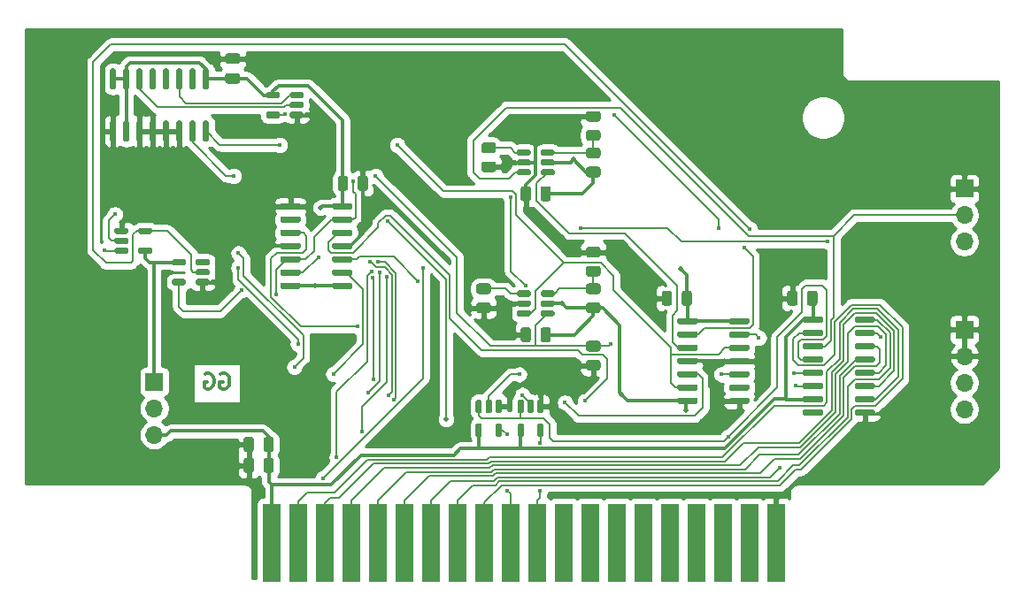
<source format=gbr>
G04 #@! TF.GenerationSoftware,KiCad,Pcbnew,(5.1.8)-1*
G04 #@! TF.CreationDate,2021-05-20T13:25:16+02:00*
G04 #@! TF.ProjectId,UART_peripheral_card_A,55415254-5f70-4657-9269-70686572616c,A V1.1*
G04 #@! TF.SameCoordinates,PX4fa1be0PY3fe56c0*
G04 #@! TF.FileFunction,Copper,L2,Bot*
G04 #@! TF.FilePolarity,Positive*
%FSLAX46Y46*%
G04 Gerber Fmt 4.6, Leading zero omitted, Abs format (unit mm)*
G04 Created by KiCad (PCBNEW (5.1.8)-1) date 2021-05-20 13:25:16*
%MOMM*%
%LPD*%
G01*
G04 APERTURE LIST*
G04 #@! TA.AperFunction,NonConductor*
%ADD10C,0.300000*%
G04 #@! TD*
G04 #@! TA.AperFunction,SMDPad,CuDef*
%ADD11R,1.700000X7.500000*%
G04 #@! TD*
G04 #@! TA.AperFunction,ComponentPad*
%ADD12R,1.700000X1.700000*%
G04 #@! TD*
G04 #@! TA.AperFunction,ComponentPad*
%ADD13O,1.700000X1.700000*%
G04 #@! TD*
G04 #@! TA.AperFunction,ViaPad*
%ADD14C,0.500000*%
G04 #@! TD*
G04 #@! TA.AperFunction,ViaPad*
%ADD15C,0.450000*%
G04 #@! TD*
G04 #@! TA.AperFunction,Conductor*
%ADD16C,0.300000*%
G04 #@! TD*
G04 #@! TA.AperFunction,Conductor*
%ADD17C,0.200000*%
G04 #@! TD*
G04 #@! TA.AperFunction,Conductor*
%ADD18C,0.254000*%
G04 #@! TD*
G04 #@! TA.AperFunction,Conductor*
%ADD19C,0.100000*%
G04 #@! TD*
G04 APERTURE END LIST*
D10*
X19357142Y-33750000D02*
X19500000Y-33678571D01*
X19714285Y-33678571D01*
X19928571Y-33750000D01*
X20071428Y-33892857D01*
X20142857Y-34035714D01*
X20214285Y-34321428D01*
X20214285Y-34535714D01*
X20142857Y-34821428D01*
X20071428Y-34964285D01*
X19928571Y-35107142D01*
X19714285Y-35178571D01*
X19571428Y-35178571D01*
X19357142Y-35107142D01*
X19285714Y-35035714D01*
X19285714Y-34535714D01*
X19571428Y-34535714D01*
X17857142Y-33750000D02*
X18000000Y-33678571D01*
X18214285Y-33678571D01*
X18428571Y-33750000D01*
X18571428Y-33892857D01*
X18642857Y-34035714D01*
X18714285Y-34321428D01*
X18714285Y-34535714D01*
X18642857Y-34821428D01*
X18571428Y-34964285D01*
X18428571Y-35107142D01*
X18214285Y-35178571D01*
X18071428Y-35178571D01*
X17857142Y-35107142D01*
X17785714Y-35035714D01*
X17785714Y-34535714D01*
X18071428Y-34535714D01*
D11*
X72500000Y-49900000D03*
X69960000Y-49900000D03*
X67420000Y-49900000D03*
X64880000Y-49900000D03*
X62340000Y-49900000D03*
X59800000Y-49900000D03*
X57260000Y-49900000D03*
X54720000Y-49900000D03*
X52180000Y-49900000D03*
X49640000Y-49900000D03*
X47100000Y-49900000D03*
X44560000Y-49900000D03*
X42020000Y-49900000D03*
X39480000Y-49900000D03*
X36940000Y-49900000D03*
X31860000Y-49900000D03*
X34400000Y-49900000D03*
X24240000Y-49900000D03*
X26780000Y-49900000D03*
X29320000Y-49900000D03*
G04 #@! TA.AperFunction,SMDPad,CuDef*
G36*
G01*
X24450000Y-42025000D02*
X24450000Y-42975000D01*
G75*
G02*
X24200000Y-43225000I-250000J0D01*
G01*
X23700000Y-43225000D01*
G75*
G02*
X23450000Y-42975000I0J250000D01*
G01*
X23450000Y-42025000D01*
G75*
G02*
X23700000Y-41775000I250000J0D01*
G01*
X24200000Y-41775000D01*
G75*
G02*
X24450000Y-42025000I0J-250000D01*
G01*
G37*
G04 #@! TD.AperFunction*
G04 #@! TA.AperFunction,SMDPad,CuDef*
G36*
G01*
X22550000Y-42025000D02*
X22550000Y-42975000D01*
G75*
G02*
X22300000Y-43225000I-250000J0D01*
G01*
X21800000Y-43225000D01*
G75*
G02*
X21550000Y-42975000I0J250000D01*
G01*
X21550000Y-42025000D01*
G75*
G02*
X21800000Y-41775000I250000J0D01*
G01*
X22300000Y-41775000D01*
G75*
G02*
X22550000Y-42025000I0J-250000D01*
G01*
G37*
G04 #@! TD.AperFunction*
G04 #@! TA.AperFunction,SMDPad,CuDef*
G36*
G01*
X22550000Y-40025000D02*
X22550000Y-40975000D01*
G75*
G02*
X22300000Y-41225000I-250000J0D01*
G01*
X21800000Y-41225000D01*
G75*
G02*
X21550000Y-40975000I0J250000D01*
G01*
X21550000Y-40025000D01*
G75*
G02*
X21800000Y-39775000I250000J0D01*
G01*
X22300000Y-39775000D01*
G75*
G02*
X22550000Y-40025000I0J-250000D01*
G01*
G37*
G04 #@! TD.AperFunction*
G04 #@! TA.AperFunction,SMDPad,CuDef*
G36*
G01*
X24450000Y-40025000D02*
X24450000Y-40975000D01*
G75*
G02*
X24200000Y-41225000I-250000J0D01*
G01*
X23700000Y-41225000D01*
G75*
G02*
X23450000Y-40975000I0J250000D01*
G01*
X23450000Y-40025000D01*
G75*
G02*
X23700000Y-39775000I250000J0D01*
G01*
X24200000Y-39775000D01*
G75*
G02*
X24450000Y-40025000I0J-250000D01*
G01*
G37*
G04 #@! TD.AperFunction*
G04 #@! TA.AperFunction,SMDPad,CuDef*
G36*
G01*
X50950000Y-16025000D02*
X50950000Y-16975000D01*
G75*
G02*
X50700000Y-17225000I-250000J0D01*
G01*
X50200000Y-17225000D01*
G75*
G02*
X49950000Y-16975000I0J250000D01*
G01*
X49950000Y-16025000D01*
G75*
G02*
X50200000Y-15775000I250000J0D01*
G01*
X50700000Y-15775000D01*
G75*
G02*
X50950000Y-16025000I0J-250000D01*
G01*
G37*
G04 #@! TD.AperFunction*
G04 #@! TA.AperFunction,SMDPad,CuDef*
G36*
G01*
X49050000Y-16025000D02*
X49050000Y-16975000D01*
G75*
G02*
X48800000Y-17225000I-250000J0D01*
G01*
X48300000Y-17225000D01*
G75*
G02*
X48050000Y-16975000I0J250000D01*
G01*
X48050000Y-16025000D01*
G75*
G02*
X48300000Y-15775000I250000J0D01*
G01*
X48800000Y-15775000D01*
G75*
G02*
X49050000Y-16025000I0J-250000D01*
G01*
G37*
G04 #@! TD.AperFunction*
G04 #@! TA.AperFunction,SMDPad,CuDef*
G36*
G01*
X49050000Y-29525000D02*
X49050000Y-30475000D01*
G75*
G02*
X48800000Y-30725000I-250000J0D01*
G01*
X48300000Y-30725000D01*
G75*
G02*
X48050000Y-30475000I0J250000D01*
G01*
X48050000Y-29525000D01*
G75*
G02*
X48300000Y-29275000I250000J0D01*
G01*
X48800000Y-29275000D01*
G75*
G02*
X49050000Y-29525000I0J-250000D01*
G01*
G37*
G04 #@! TD.AperFunction*
G04 #@! TA.AperFunction,SMDPad,CuDef*
G36*
G01*
X50950000Y-29525000D02*
X50950000Y-30475000D01*
G75*
G02*
X50700000Y-30725000I-250000J0D01*
G01*
X50200000Y-30725000D01*
G75*
G02*
X49950000Y-30475000I0J250000D01*
G01*
X49950000Y-29525000D01*
G75*
G02*
X50200000Y-29275000I250000J0D01*
G01*
X50700000Y-29275000D01*
G75*
G02*
X50950000Y-29525000I0J-250000D01*
G01*
G37*
G04 #@! TD.AperFunction*
G04 #@! TA.AperFunction,SMDPad,CuDef*
G36*
G01*
X20025000Y-3050000D02*
X20975000Y-3050000D01*
G75*
G02*
X21225000Y-3300000I0J-250000D01*
G01*
X21225000Y-3800000D01*
G75*
G02*
X20975000Y-4050000I-250000J0D01*
G01*
X20025000Y-4050000D01*
G75*
G02*
X19775000Y-3800000I0J250000D01*
G01*
X19775000Y-3300000D01*
G75*
G02*
X20025000Y-3050000I250000J0D01*
G01*
G37*
G04 #@! TD.AperFunction*
G04 #@! TA.AperFunction,SMDPad,CuDef*
G36*
G01*
X20025000Y-4950000D02*
X20975000Y-4950000D01*
G75*
G02*
X21225000Y-5200000I0J-250000D01*
G01*
X21225000Y-5700000D01*
G75*
G02*
X20975000Y-5950000I-250000J0D01*
G01*
X20025000Y-5950000D01*
G75*
G02*
X19775000Y-5700000I0J250000D01*
G01*
X19775000Y-5200000D01*
G75*
G02*
X20025000Y-4950000I250000J0D01*
G01*
G37*
G04 #@! TD.AperFunction*
G04 #@! TA.AperFunction,SMDPad,CuDef*
G36*
G01*
X63450000Y-26975000D02*
X63450000Y-26025000D01*
G75*
G02*
X63700000Y-25775000I250000J0D01*
G01*
X64200000Y-25775000D01*
G75*
G02*
X64450000Y-26025000I0J-250000D01*
G01*
X64450000Y-26975000D01*
G75*
G02*
X64200000Y-27225000I-250000J0D01*
G01*
X63700000Y-27225000D01*
G75*
G02*
X63450000Y-26975000I0J250000D01*
G01*
G37*
G04 #@! TD.AperFunction*
G04 #@! TA.AperFunction,SMDPad,CuDef*
G36*
G01*
X61550000Y-26975000D02*
X61550000Y-26025000D01*
G75*
G02*
X61800000Y-25775000I250000J0D01*
G01*
X62300000Y-25775000D01*
G75*
G02*
X62550000Y-26025000I0J-250000D01*
G01*
X62550000Y-26975000D01*
G75*
G02*
X62300000Y-27225000I-250000J0D01*
G01*
X61800000Y-27225000D01*
G75*
G02*
X61550000Y-26975000I0J250000D01*
G01*
G37*
G04 #@! TD.AperFunction*
G04 #@! TA.AperFunction,SMDPad,CuDef*
G36*
G01*
X75450000Y-26975000D02*
X75450000Y-26025000D01*
G75*
G02*
X75700000Y-25775000I250000J0D01*
G01*
X76200000Y-25775000D01*
G75*
G02*
X76450000Y-26025000I0J-250000D01*
G01*
X76450000Y-26975000D01*
G75*
G02*
X76200000Y-27225000I-250000J0D01*
G01*
X75700000Y-27225000D01*
G75*
G02*
X75450000Y-26975000I0J250000D01*
G01*
G37*
G04 #@! TD.AperFunction*
G04 #@! TA.AperFunction,SMDPad,CuDef*
G36*
G01*
X73550000Y-26975000D02*
X73550000Y-26025000D01*
G75*
G02*
X73800000Y-25775000I250000J0D01*
G01*
X74300000Y-25775000D01*
G75*
G02*
X74550000Y-26025000I0J-250000D01*
G01*
X74550000Y-26975000D01*
G75*
G02*
X74300000Y-27225000I-250000J0D01*
G01*
X73800000Y-27225000D01*
G75*
G02*
X73550000Y-26975000I0J250000D01*
G01*
G37*
G04 #@! TD.AperFunction*
G04 #@! TA.AperFunction,SMDPad,CuDef*
G36*
G01*
X33450000Y-15025000D02*
X33450000Y-15975000D01*
G75*
G02*
X33200000Y-16225000I-250000J0D01*
G01*
X32700000Y-16225000D01*
G75*
G02*
X32450000Y-15975000I0J250000D01*
G01*
X32450000Y-15025000D01*
G75*
G02*
X32700000Y-14775000I250000J0D01*
G01*
X33200000Y-14775000D01*
G75*
G02*
X33450000Y-15025000I0J-250000D01*
G01*
G37*
G04 #@! TD.AperFunction*
G04 #@! TA.AperFunction,SMDPad,CuDef*
G36*
G01*
X31550000Y-15025000D02*
X31550000Y-15975000D01*
G75*
G02*
X31300000Y-16225000I-250000J0D01*
G01*
X30800000Y-16225000D01*
G75*
G02*
X30550000Y-15975000I0J250000D01*
G01*
X30550000Y-15025000D01*
G75*
G02*
X30800000Y-14775000I250000J0D01*
G01*
X31300000Y-14775000D01*
G75*
G02*
X31550000Y-15025000I0J-250000D01*
G01*
G37*
G04 #@! TD.AperFunction*
D12*
X90500000Y-29500000D03*
D13*
X90500000Y-32040000D03*
X90500000Y-34580000D03*
X90500000Y-37120000D03*
D12*
X90500000Y-16000000D03*
D13*
X90500000Y-18540000D03*
X90500000Y-21080000D03*
D12*
X13000000Y-34500000D03*
D13*
X13000000Y-37040000D03*
X13000000Y-39580000D03*
G04 #@! TA.AperFunction,SMDPad,CuDef*
G36*
G01*
X55450002Y-14925000D02*
X54549998Y-14925000D01*
G75*
G02*
X54300000Y-14675002I0J249998D01*
G01*
X54300000Y-14149998D01*
G75*
G02*
X54549998Y-13900000I249998J0D01*
G01*
X55450002Y-13900000D01*
G75*
G02*
X55700000Y-14149998I0J-249998D01*
G01*
X55700000Y-14675002D01*
G75*
G02*
X55450002Y-14925000I-249998J0D01*
G01*
G37*
G04 #@! TD.AperFunction*
G04 #@! TA.AperFunction,SMDPad,CuDef*
G36*
G01*
X55450002Y-13100000D02*
X54549998Y-13100000D01*
G75*
G02*
X54300000Y-12850002I0J249998D01*
G01*
X54300000Y-12324998D01*
G75*
G02*
X54549998Y-12075000I249998J0D01*
G01*
X55450002Y-12075000D01*
G75*
G02*
X55700000Y-12324998I0J-249998D01*
G01*
X55700000Y-12850002D01*
G75*
G02*
X55450002Y-13100000I-249998J0D01*
G01*
G37*
G04 #@! TD.AperFunction*
G04 #@! TA.AperFunction,SMDPad,CuDef*
G36*
G01*
X55450002Y-9600000D02*
X54549998Y-9600000D01*
G75*
G02*
X54300000Y-9350002I0J249998D01*
G01*
X54300000Y-8824998D01*
G75*
G02*
X54549998Y-8575000I249998J0D01*
G01*
X55450002Y-8575000D01*
G75*
G02*
X55700000Y-8824998I0J-249998D01*
G01*
X55700000Y-9350002D01*
G75*
G02*
X55450002Y-9600000I-249998J0D01*
G01*
G37*
G04 #@! TD.AperFunction*
G04 #@! TA.AperFunction,SMDPad,CuDef*
G36*
G01*
X55450002Y-11425000D02*
X54549998Y-11425000D01*
G75*
G02*
X54300000Y-11175002I0J249998D01*
G01*
X54300000Y-10649998D01*
G75*
G02*
X54549998Y-10400000I249998J0D01*
G01*
X55450002Y-10400000D01*
G75*
G02*
X55700000Y-10649998I0J-249998D01*
G01*
X55700000Y-11175002D01*
G75*
G02*
X55450002Y-11425000I-249998J0D01*
G01*
G37*
G04 #@! TD.AperFunction*
G04 #@! TA.AperFunction,SMDPad,CuDef*
G36*
G01*
X55450002Y-27925000D02*
X54549998Y-27925000D01*
G75*
G02*
X54300000Y-27675002I0J249998D01*
G01*
X54300000Y-27149998D01*
G75*
G02*
X54549998Y-26900000I249998J0D01*
G01*
X55450002Y-26900000D01*
G75*
G02*
X55700000Y-27149998I0J-249998D01*
G01*
X55700000Y-27675002D01*
G75*
G02*
X55450002Y-27925000I-249998J0D01*
G01*
G37*
G04 #@! TD.AperFunction*
G04 #@! TA.AperFunction,SMDPad,CuDef*
G36*
G01*
X55450002Y-26100000D02*
X54549998Y-26100000D01*
G75*
G02*
X54300000Y-25850002I0J249998D01*
G01*
X54300000Y-25324998D01*
G75*
G02*
X54549998Y-25075000I249998J0D01*
G01*
X55450002Y-25075000D01*
G75*
G02*
X55700000Y-25324998I0J-249998D01*
G01*
X55700000Y-25850002D01*
G75*
G02*
X55450002Y-26100000I-249998J0D01*
G01*
G37*
G04 #@! TD.AperFunction*
G04 #@! TA.AperFunction,SMDPad,CuDef*
G36*
G01*
X55450002Y-22600000D02*
X54549998Y-22600000D01*
G75*
G02*
X54300000Y-22350002I0J249998D01*
G01*
X54300000Y-21824998D01*
G75*
G02*
X54549998Y-21575000I249998J0D01*
G01*
X55450002Y-21575000D01*
G75*
G02*
X55700000Y-21824998I0J-249998D01*
G01*
X55700000Y-22350002D01*
G75*
G02*
X55450002Y-22600000I-249998J0D01*
G01*
G37*
G04 #@! TD.AperFunction*
G04 #@! TA.AperFunction,SMDPad,CuDef*
G36*
G01*
X55450002Y-24425000D02*
X54549998Y-24425000D01*
G75*
G02*
X54300000Y-24175002I0J249998D01*
G01*
X54300000Y-23649998D01*
G75*
G02*
X54549998Y-23400000I249998J0D01*
G01*
X55450002Y-23400000D01*
G75*
G02*
X55700000Y-23649998I0J-249998D01*
G01*
X55700000Y-24175002D01*
G75*
G02*
X55450002Y-24425000I-249998J0D01*
G01*
G37*
G04 #@! TD.AperFunction*
G04 #@! TA.AperFunction,SMDPad,CuDef*
G36*
G01*
X44549998Y-11575000D02*
X45450002Y-11575000D01*
G75*
G02*
X45700000Y-11824998I0J-249998D01*
G01*
X45700000Y-12350002D01*
G75*
G02*
X45450002Y-12600000I-249998J0D01*
G01*
X44549998Y-12600000D01*
G75*
G02*
X44300000Y-12350002I0J249998D01*
G01*
X44300000Y-11824998D01*
G75*
G02*
X44549998Y-11575000I249998J0D01*
G01*
G37*
G04 #@! TD.AperFunction*
G04 #@! TA.AperFunction,SMDPad,CuDef*
G36*
G01*
X44549998Y-13400000D02*
X45450002Y-13400000D01*
G75*
G02*
X45700000Y-13649998I0J-249998D01*
G01*
X45700000Y-14175002D01*
G75*
G02*
X45450002Y-14425000I-249998J0D01*
G01*
X44549998Y-14425000D01*
G75*
G02*
X44300000Y-14175002I0J249998D01*
G01*
X44300000Y-13649998D01*
G75*
G02*
X44549998Y-13400000I249998J0D01*
G01*
G37*
G04 #@! TD.AperFunction*
G04 #@! TA.AperFunction,SMDPad,CuDef*
G36*
G01*
X44049998Y-25075000D02*
X44950002Y-25075000D01*
G75*
G02*
X45200000Y-25324998I0J-249998D01*
G01*
X45200000Y-25850002D01*
G75*
G02*
X44950002Y-26100000I-249998J0D01*
G01*
X44049998Y-26100000D01*
G75*
G02*
X43800000Y-25850002I0J249998D01*
G01*
X43800000Y-25324998D01*
G75*
G02*
X44049998Y-25075000I249998J0D01*
G01*
G37*
G04 #@! TD.AperFunction*
G04 #@! TA.AperFunction,SMDPad,CuDef*
G36*
G01*
X44049998Y-26900000D02*
X44950002Y-26900000D01*
G75*
G02*
X45200000Y-27149998I0J-249998D01*
G01*
X45200000Y-27675002D01*
G75*
G02*
X44950002Y-27925000I-249998J0D01*
G01*
X44049998Y-27925000D01*
G75*
G02*
X43800000Y-27675002I0J249998D01*
G01*
X43800000Y-27149998D01*
G75*
G02*
X44049998Y-26900000I249998J0D01*
G01*
G37*
G04 #@! TD.AperFunction*
G04 #@! TA.AperFunction,SMDPad,CuDef*
G36*
G01*
X54549998Y-30575000D02*
X55450002Y-30575000D01*
G75*
G02*
X55700000Y-30824998I0J-249998D01*
G01*
X55700000Y-31350002D01*
G75*
G02*
X55450002Y-31600000I-249998J0D01*
G01*
X54549998Y-31600000D01*
G75*
G02*
X54300000Y-31350002I0J249998D01*
G01*
X54300000Y-30824998D01*
G75*
G02*
X54549998Y-30575000I249998J0D01*
G01*
G37*
G04 #@! TD.AperFunction*
G04 #@! TA.AperFunction,SMDPad,CuDef*
G36*
G01*
X54549998Y-32400000D02*
X55450002Y-32400000D01*
G75*
G02*
X55700000Y-32649998I0J-249998D01*
G01*
X55700000Y-33175002D01*
G75*
G02*
X55450002Y-33425000I-249998J0D01*
G01*
X54549998Y-33425000D01*
G75*
G02*
X54300000Y-33175002I0J249998D01*
G01*
X54300000Y-32649998D01*
G75*
G02*
X54549998Y-32400000I249998J0D01*
G01*
G37*
G04 #@! TD.AperFunction*
G04 #@! TA.AperFunction,SMDPad,CuDef*
G36*
G01*
X47700000Y-14600000D02*
X47700000Y-14300000D01*
G75*
G02*
X47850000Y-14150000I150000J0D01*
G01*
X48875000Y-14150000D01*
G75*
G02*
X49025000Y-14300000I0J-150000D01*
G01*
X49025000Y-14600000D01*
G75*
G02*
X48875000Y-14750000I-150000J0D01*
G01*
X47850000Y-14750000D01*
G75*
G02*
X47700000Y-14600000I0J150000D01*
G01*
G37*
G04 #@! TD.AperFunction*
G04 #@! TA.AperFunction,SMDPad,CuDef*
G36*
G01*
X47700000Y-13650000D02*
X47700000Y-13350000D01*
G75*
G02*
X47850000Y-13200000I150000J0D01*
G01*
X48875000Y-13200000D01*
G75*
G02*
X49025000Y-13350000I0J-150000D01*
G01*
X49025000Y-13650000D01*
G75*
G02*
X48875000Y-13800000I-150000J0D01*
G01*
X47850000Y-13800000D01*
G75*
G02*
X47700000Y-13650000I0J150000D01*
G01*
G37*
G04 #@! TD.AperFunction*
G04 #@! TA.AperFunction,SMDPad,CuDef*
G36*
G01*
X47700000Y-12700000D02*
X47700000Y-12400000D01*
G75*
G02*
X47850000Y-12250000I150000J0D01*
G01*
X48875000Y-12250000D01*
G75*
G02*
X49025000Y-12400000I0J-150000D01*
G01*
X49025000Y-12700000D01*
G75*
G02*
X48875000Y-12850000I-150000J0D01*
G01*
X47850000Y-12850000D01*
G75*
G02*
X47700000Y-12700000I0J150000D01*
G01*
G37*
G04 #@! TD.AperFunction*
G04 #@! TA.AperFunction,SMDPad,CuDef*
G36*
G01*
X49975000Y-12700000D02*
X49975000Y-12400000D01*
G75*
G02*
X50125000Y-12250000I150000J0D01*
G01*
X51150000Y-12250000D01*
G75*
G02*
X51300000Y-12400000I0J-150000D01*
G01*
X51300000Y-12700000D01*
G75*
G02*
X51150000Y-12850000I-150000J0D01*
G01*
X50125000Y-12850000D01*
G75*
G02*
X49975000Y-12700000I0J150000D01*
G01*
G37*
G04 #@! TD.AperFunction*
G04 #@! TA.AperFunction,SMDPad,CuDef*
G36*
G01*
X49975000Y-13650000D02*
X49975000Y-13350000D01*
G75*
G02*
X50125000Y-13200000I150000J0D01*
G01*
X51150000Y-13200000D01*
G75*
G02*
X51300000Y-13350000I0J-150000D01*
G01*
X51300000Y-13650000D01*
G75*
G02*
X51150000Y-13800000I-150000J0D01*
G01*
X50125000Y-13800000D01*
G75*
G02*
X49975000Y-13650000I0J150000D01*
G01*
G37*
G04 #@! TD.AperFunction*
G04 #@! TA.AperFunction,SMDPad,CuDef*
G36*
G01*
X49975000Y-14600000D02*
X49975000Y-14300000D01*
G75*
G02*
X50125000Y-14150000I150000J0D01*
G01*
X51150000Y-14150000D01*
G75*
G02*
X51300000Y-14300000I0J-150000D01*
G01*
X51300000Y-14600000D01*
G75*
G02*
X51150000Y-14750000I-150000J0D01*
G01*
X50125000Y-14750000D01*
G75*
G02*
X49975000Y-14600000I0J150000D01*
G01*
G37*
G04 #@! TD.AperFunction*
G04 #@! TA.AperFunction,SMDPad,CuDef*
G36*
G01*
X49975000Y-28100000D02*
X49975000Y-27800000D01*
G75*
G02*
X50125000Y-27650000I150000J0D01*
G01*
X51150000Y-27650000D01*
G75*
G02*
X51300000Y-27800000I0J-150000D01*
G01*
X51300000Y-28100000D01*
G75*
G02*
X51150000Y-28250000I-150000J0D01*
G01*
X50125000Y-28250000D01*
G75*
G02*
X49975000Y-28100000I0J150000D01*
G01*
G37*
G04 #@! TD.AperFunction*
G04 #@! TA.AperFunction,SMDPad,CuDef*
G36*
G01*
X49975000Y-27150000D02*
X49975000Y-26850000D01*
G75*
G02*
X50125000Y-26700000I150000J0D01*
G01*
X51150000Y-26700000D01*
G75*
G02*
X51300000Y-26850000I0J-150000D01*
G01*
X51300000Y-27150000D01*
G75*
G02*
X51150000Y-27300000I-150000J0D01*
G01*
X50125000Y-27300000D01*
G75*
G02*
X49975000Y-27150000I0J150000D01*
G01*
G37*
G04 #@! TD.AperFunction*
G04 #@! TA.AperFunction,SMDPad,CuDef*
G36*
G01*
X49975000Y-26200000D02*
X49975000Y-25900000D01*
G75*
G02*
X50125000Y-25750000I150000J0D01*
G01*
X51150000Y-25750000D01*
G75*
G02*
X51300000Y-25900000I0J-150000D01*
G01*
X51300000Y-26200000D01*
G75*
G02*
X51150000Y-26350000I-150000J0D01*
G01*
X50125000Y-26350000D01*
G75*
G02*
X49975000Y-26200000I0J150000D01*
G01*
G37*
G04 #@! TD.AperFunction*
G04 #@! TA.AperFunction,SMDPad,CuDef*
G36*
G01*
X47700000Y-26200000D02*
X47700000Y-25900000D01*
G75*
G02*
X47850000Y-25750000I150000J0D01*
G01*
X48875000Y-25750000D01*
G75*
G02*
X49025000Y-25900000I0J-150000D01*
G01*
X49025000Y-26200000D01*
G75*
G02*
X48875000Y-26350000I-150000J0D01*
G01*
X47850000Y-26350000D01*
G75*
G02*
X47700000Y-26200000I0J150000D01*
G01*
G37*
G04 #@! TD.AperFunction*
G04 #@! TA.AperFunction,SMDPad,CuDef*
G36*
G01*
X47700000Y-27150000D02*
X47700000Y-26850000D01*
G75*
G02*
X47850000Y-26700000I150000J0D01*
G01*
X48875000Y-26700000D01*
G75*
G02*
X49025000Y-26850000I0J-150000D01*
G01*
X49025000Y-27150000D01*
G75*
G02*
X48875000Y-27300000I-150000J0D01*
G01*
X47850000Y-27300000D01*
G75*
G02*
X47700000Y-27150000I0J150000D01*
G01*
G37*
G04 #@! TD.AperFunction*
G04 #@! TA.AperFunction,SMDPad,CuDef*
G36*
G01*
X47700000Y-28100000D02*
X47700000Y-27800000D01*
G75*
G02*
X47850000Y-27650000I150000J0D01*
G01*
X48875000Y-27650000D01*
G75*
G02*
X49025000Y-27800000I0J-150000D01*
G01*
X49025000Y-28100000D01*
G75*
G02*
X48875000Y-28250000I-150000J0D01*
G01*
X47850000Y-28250000D01*
G75*
G02*
X47700000Y-28100000I0J150000D01*
G01*
G37*
G04 #@! TD.AperFunction*
G04 #@! TA.AperFunction,SMDPad,CuDef*
G36*
G01*
X18095000Y-11500000D02*
X17795000Y-11500000D01*
G75*
G02*
X17645000Y-11350000I0J150000D01*
G01*
X17645000Y-9650000D01*
G75*
G02*
X17795000Y-9500000I150000J0D01*
G01*
X18095000Y-9500000D01*
G75*
G02*
X18245000Y-9650000I0J-150000D01*
G01*
X18245000Y-11350000D01*
G75*
G02*
X18095000Y-11500000I-150000J0D01*
G01*
G37*
G04 #@! TD.AperFunction*
G04 #@! TA.AperFunction,SMDPad,CuDef*
G36*
G01*
X16825000Y-11500000D02*
X16525000Y-11500000D01*
G75*
G02*
X16375000Y-11350000I0J150000D01*
G01*
X16375000Y-9650000D01*
G75*
G02*
X16525000Y-9500000I150000J0D01*
G01*
X16825000Y-9500000D01*
G75*
G02*
X16975000Y-9650000I0J-150000D01*
G01*
X16975000Y-11350000D01*
G75*
G02*
X16825000Y-11500000I-150000J0D01*
G01*
G37*
G04 #@! TD.AperFunction*
G04 #@! TA.AperFunction,SMDPad,CuDef*
G36*
G01*
X15555000Y-11500000D02*
X15255000Y-11500000D01*
G75*
G02*
X15105000Y-11350000I0J150000D01*
G01*
X15105000Y-9650000D01*
G75*
G02*
X15255000Y-9500000I150000J0D01*
G01*
X15555000Y-9500000D01*
G75*
G02*
X15705000Y-9650000I0J-150000D01*
G01*
X15705000Y-11350000D01*
G75*
G02*
X15555000Y-11500000I-150000J0D01*
G01*
G37*
G04 #@! TD.AperFunction*
G04 #@! TA.AperFunction,SMDPad,CuDef*
G36*
G01*
X14285000Y-11500000D02*
X13985000Y-11500000D01*
G75*
G02*
X13835000Y-11350000I0J150000D01*
G01*
X13835000Y-9650000D01*
G75*
G02*
X13985000Y-9500000I150000J0D01*
G01*
X14285000Y-9500000D01*
G75*
G02*
X14435000Y-9650000I0J-150000D01*
G01*
X14435000Y-11350000D01*
G75*
G02*
X14285000Y-11500000I-150000J0D01*
G01*
G37*
G04 #@! TD.AperFunction*
G04 #@! TA.AperFunction,SMDPad,CuDef*
G36*
G01*
X13015000Y-11500000D02*
X12715000Y-11500000D01*
G75*
G02*
X12565000Y-11350000I0J150000D01*
G01*
X12565000Y-9650000D01*
G75*
G02*
X12715000Y-9500000I150000J0D01*
G01*
X13015000Y-9500000D01*
G75*
G02*
X13165000Y-9650000I0J-150000D01*
G01*
X13165000Y-11350000D01*
G75*
G02*
X13015000Y-11500000I-150000J0D01*
G01*
G37*
G04 #@! TD.AperFunction*
G04 #@! TA.AperFunction,SMDPad,CuDef*
G36*
G01*
X11745000Y-11500000D02*
X11445000Y-11500000D01*
G75*
G02*
X11295000Y-11350000I0J150000D01*
G01*
X11295000Y-9650000D01*
G75*
G02*
X11445000Y-9500000I150000J0D01*
G01*
X11745000Y-9500000D01*
G75*
G02*
X11895000Y-9650000I0J-150000D01*
G01*
X11895000Y-11350000D01*
G75*
G02*
X11745000Y-11500000I-150000J0D01*
G01*
G37*
G04 #@! TD.AperFunction*
G04 #@! TA.AperFunction,SMDPad,CuDef*
G36*
G01*
X10475000Y-11500000D02*
X10175000Y-11500000D01*
G75*
G02*
X10025000Y-11350000I0J150000D01*
G01*
X10025000Y-9650000D01*
G75*
G02*
X10175000Y-9500000I150000J0D01*
G01*
X10475000Y-9500000D01*
G75*
G02*
X10625000Y-9650000I0J-150000D01*
G01*
X10625000Y-11350000D01*
G75*
G02*
X10475000Y-11500000I-150000J0D01*
G01*
G37*
G04 #@! TD.AperFunction*
G04 #@! TA.AperFunction,SMDPad,CuDef*
G36*
G01*
X9205000Y-11500000D02*
X8905000Y-11500000D01*
G75*
G02*
X8755000Y-11350000I0J150000D01*
G01*
X8755000Y-9650000D01*
G75*
G02*
X8905000Y-9500000I150000J0D01*
G01*
X9205000Y-9500000D01*
G75*
G02*
X9355000Y-9650000I0J-150000D01*
G01*
X9355000Y-11350000D01*
G75*
G02*
X9205000Y-11500000I-150000J0D01*
G01*
G37*
G04 #@! TD.AperFunction*
G04 #@! TA.AperFunction,SMDPad,CuDef*
G36*
G01*
X9205000Y-6500000D02*
X8905000Y-6500000D01*
G75*
G02*
X8755000Y-6350000I0J150000D01*
G01*
X8755000Y-4650000D01*
G75*
G02*
X8905000Y-4500000I150000J0D01*
G01*
X9205000Y-4500000D01*
G75*
G02*
X9355000Y-4650000I0J-150000D01*
G01*
X9355000Y-6350000D01*
G75*
G02*
X9205000Y-6500000I-150000J0D01*
G01*
G37*
G04 #@! TD.AperFunction*
G04 #@! TA.AperFunction,SMDPad,CuDef*
G36*
G01*
X10475000Y-6500000D02*
X10175000Y-6500000D01*
G75*
G02*
X10025000Y-6350000I0J150000D01*
G01*
X10025000Y-4650000D01*
G75*
G02*
X10175000Y-4500000I150000J0D01*
G01*
X10475000Y-4500000D01*
G75*
G02*
X10625000Y-4650000I0J-150000D01*
G01*
X10625000Y-6350000D01*
G75*
G02*
X10475000Y-6500000I-150000J0D01*
G01*
G37*
G04 #@! TD.AperFunction*
G04 #@! TA.AperFunction,SMDPad,CuDef*
G36*
G01*
X11745000Y-6500000D02*
X11445000Y-6500000D01*
G75*
G02*
X11295000Y-6350000I0J150000D01*
G01*
X11295000Y-4650000D01*
G75*
G02*
X11445000Y-4500000I150000J0D01*
G01*
X11745000Y-4500000D01*
G75*
G02*
X11895000Y-4650000I0J-150000D01*
G01*
X11895000Y-6350000D01*
G75*
G02*
X11745000Y-6500000I-150000J0D01*
G01*
G37*
G04 #@! TD.AperFunction*
G04 #@! TA.AperFunction,SMDPad,CuDef*
G36*
G01*
X13015000Y-6500000D02*
X12715000Y-6500000D01*
G75*
G02*
X12565000Y-6350000I0J150000D01*
G01*
X12565000Y-4650000D01*
G75*
G02*
X12715000Y-4500000I150000J0D01*
G01*
X13015000Y-4500000D01*
G75*
G02*
X13165000Y-4650000I0J-150000D01*
G01*
X13165000Y-6350000D01*
G75*
G02*
X13015000Y-6500000I-150000J0D01*
G01*
G37*
G04 #@! TD.AperFunction*
G04 #@! TA.AperFunction,SMDPad,CuDef*
G36*
G01*
X14285000Y-6500000D02*
X13985000Y-6500000D01*
G75*
G02*
X13835000Y-6350000I0J150000D01*
G01*
X13835000Y-4650000D01*
G75*
G02*
X13985000Y-4500000I150000J0D01*
G01*
X14285000Y-4500000D01*
G75*
G02*
X14435000Y-4650000I0J-150000D01*
G01*
X14435000Y-6350000D01*
G75*
G02*
X14285000Y-6500000I-150000J0D01*
G01*
G37*
G04 #@! TD.AperFunction*
G04 #@! TA.AperFunction,SMDPad,CuDef*
G36*
G01*
X15555000Y-6500000D02*
X15255000Y-6500000D01*
G75*
G02*
X15105000Y-6350000I0J150000D01*
G01*
X15105000Y-4650000D01*
G75*
G02*
X15255000Y-4500000I150000J0D01*
G01*
X15555000Y-4500000D01*
G75*
G02*
X15705000Y-4650000I0J-150000D01*
G01*
X15705000Y-6350000D01*
G75*
G02*
X15555000Y-6500000I-150000J0D01*
G01*
G37*
G04 #@! TD.AperFunction*
G04 #@! TA.AperFunction,SMDPad,CuDef*
G36*
G01*
X16825000Y-6500000D02*
X16525000Y-6500000D01*
G75*
G02*
X16375000Y-6350000I0J150000D01*
G01*
X16375000Y-4650000D01*
G75*
G02*
X16525000Y-4500000I150000J0D01*
G01*
X16825000Y-4500000D01*
G75*
G02*
X16975000Y-4650000I0J-150000D01*
G01*
X16975000Y-6350000D01*
G75*
G02*
X16825000Y-6500000I-150000J0D01*
G01*
G37*
G04 #@! TD.AperFunction*
G04 #@! TA.AperFunction,SMDPad,CuDef*
G36*
G01*
X18095000Y-6500000D02*
X17795000Y-6500000D01*
G75*
G02*
X17645000Y-6350000I0J150000D01*
G01*
X17645000Y-4650000D01*
G75*
G02*
X17795000Y-4500000I150000J0D01*
G01*
X18095000Y-4500000D01*
G75*
G02*
X18245000Y-4650000I0J-150000D01*
G01*
X18245000Y-6350000D01*
G75*
G02*
X18095000Y-6500000I-150000J0D01*
G01*
G37*
G04 #@! TD.AperFunction*
G04 #@! TA.AperFunction,SMDPad,CuDef*
G36*
G01*
X65000000Y-28540000D02*
X65000000Y-28840000D01*
G75*
G02*
X64850000Y-28990000I-150000J0D01*
G01*
X63200000Y-28990000D01*
G75*
G02*
X63050000Y-28840000I0J150000D01*
G01*
X63050000Y-28540000D01*
G75*
G02*
X63200000Y-28390000I150000J0D01*
G01*
X64850000Y-28390000D01*
G75*
G02*
X65000000Y-28540000I0J-150000D01*
G01*
G37*
G04 #@! TD.AperFunction*
G04 #@! TA.AperFunction,SMDPad,CuDef*
G36*
G01*
X65000000Y-29810000D02*
X65000000Y-30110000D01*
G75*
G02*
X64850000Y-30260000I-150000J0D01*
G01*
X63200000Y-30260000D01*
G75*
G02*
X63050000Y-30110000I0J150000D01*
G01*
X63050000Y-29810000D01*
G75*
G02*
X63200000Y-29660000I150000J0D01*
G01*
X64850000Y-29660000D01*
G75*
G02*
X65000000Y-29810000I0J-150000D01*
G01*
G37*
G04 #@! TD.AperFunction*
G04 #@! TA.AperFunction,SMDPad,CuDef*
G36*
G01*
X65000000Y-31080000D02*
X65000000Y-31380000D01*
G75*
G02*
X64850000Y-31530000I-150000J0D01*
G01*
X63200000Y-31530000D01*
G75*
G02*
X63050000Y-31380000I0J150000D01*
G01*
X63050000Y-31080000D01*
G75*
G02*
X63200000Y-30930000I150000J0D01*
G01*
X64850000Y-30930000D01*
G75*
G02*
X65000000Y-31080000I0J-150000D01*
G01*
G37*
G04 #@! TD.AperFunction*
G04 #@! TA.AperFunction,SMDPad,CuDef*
G36*
G01*
X65000000Y-32350000D02*
X65000000Y-32650000D01*
G75*
G02*
X64850000Y-32800000I-150000J0D01*
G01*
X63200000Y-32800000D01*
G75*
G02*
X63050000Y-32650000I0J150000D01*
G01*
X63050000Y-32350000D01*
G75*
G02*
X63200000Y-32200000I150000J0D01*
G01*
X64850000Y-32200000D01*
G75*
G02*
X65000000Y-32350000I0J-150000D01*
G01*
G37*
G04 #@! TD.AperFunction*
G04 #@! TA.AperFunction,SMDPad,CuDef*
G36*
G01*
X65000000Y-33620000D02*
X65000000Y-33920000D01*
G75*
G02*
X64850000Y-34070000I-150000J0D01*
G01*
X63200000Y-34070000D01*
G75*
G02*
X63050000Y-33920000I0J150000D01*
G01*
X63050000Y-33620000D01*
G75*
G02*
X63200000Y-33470000I150000J0D01*
G01*
X64850000Y-33470000D01*
G75*
G02*
X65000000Y-33620000I0J-150000D01*
G01*
G37*
G04 #@! TD.AperFunction*
G04 #@! TA.AperFunction,SMDPad,CuDef*
G36*
G01*
X65000000Y-34890000D02*
X65000000Y-35190000D01*
G75*
G02*
X64850000Y-35340000I-150000J0D01*
G01*
X63200000Y-35340000D01*
G75*
G02*
X63050000Y-35190000I0J150000D01*
G01*
X63050000Y-34890000D01*
G75*
G02*
X63200000Y-34740000I150000J0D01*
G01*
X64850000Y-34740000D01*
G75*
G02*
X65000000Y-34890000I0J-150000D01*
G01*
G37*
G04 #@! TD.AperFunction*
G04 #@! TA.AperFunction,SMDPad,CuDef*
G36*
G01*
X65000000Y-36160000D02*
X65000000Y-36460000D01*
G75*
G02*
X64850000Y-36610000I-150000J0D01*
G01*
X63200000Y-36610000D01*
G75*
G02*
X63050000Y-36460000I0J150000D01*
G01*
X63050000Y-36160000D01*
G75*
G02*
X63200000Y-36010000I150000J0D01*
G01*
X64850000Y-36010000D01*
G75*
G02*
X65000000Y-36160000I0J-150000D01*
G01*
G37*
G04 #@! TD.AperFunction*
G04 #@! TA.AperFunction,SMDPad,CuDef*
G36*
G01*
X69950000Y-36160000D02*
X69950000Y-36460000D01*
G75*
G02*
X69800000Y-36610000I-150000J0D01*
G01*
X68150000Y-36610000D01*
G75*
G02*
X68000000Y-36460000I0J150000D01*
G01*
X68000000Y-36160000D01*
G75*
G02*
X68150000Y-36010000I150000J0D01*
G01*
X69800000Y-36010000D01*
G75*
G02*
X69950000Y-36160000I0J-150000D01*
G01*
G37*
G04 #@! TD.AperFunction*
G04 #@! TA.AperFunction,SMDPad,CuDef*
G36*
G01*
X69950000Y-34890000D02*
X69950000Y-35190000D01*
G75*
G02*
X69800000Y-35340000I-150000J0D01*
G01*
X68150000Y-35340000D01*
G75*
G02*
X68000000Y-35190000I0J150000D01*
G01*
X68000000Y-34890000D01*
G75*
G02*
X68150000Y-34740000I150000J0D01*
G01*
X69800000Y-34740000D01*
G75*
G02*
X69950000Y-34890000I0J-150000D01*
G01*
G37*
G04 #@! TD.AperFunction*
G04 #@! TA.AperFunction,SMDPad,CuDef*
G36*
G01*
X69950000Y-33620000D02*
X69950000Y-33920000D01*
G75*
G02*
X69800000Y-34070000I-150000J0D01*
G01*
X68150000Y-34070000D01*
G75*
G02*
X68000000Y-33920000I0J150000D01*
G01*
X68000000Y-33620000D01*
G75*
G02*
X68150000Y-33470000I150000J0D01*
G01*
X69800000Y-33470000D01*
G75*
G02*
X69950000Y-33620000I0J-150000D01*
G01*
G37*
G04 #@! TD.AperFunction*
G04 #@! TA.AperFunction,SMDPad,CuDef*
G36*
G01*
X69950000Y-32350000D02*
X69950000Y-32650000D01*
G75*
G02*
X69800000Y-32800000I-150000J0D01*
G01*
X68150000Y-32800000D01*
G75*
G02*
X68000000Y-32650000I0J150000D01*
G01*
X68000000Y-32350000D01*
G75*
G02*
X68150000Y-32200000I150000J0D01*
G01*
X69800000Y-32200000D01*
G75*
G02*
X69950000Y-32350000I0J-150000D01*
G01*
G37*
G04 #@! TD.AperFunction*
G04 #@! TA.AperFunction,SMDPad,CuDef*
G36*
G01*
X69950000Y-31080000D02*
X69950000Y-31380000D01*
G75*
G02*
X69800000Y-31530000I-150000J0D01*
G01*
X68150000Y-31530000D01*
G75*
G02*
X68000000Y-31380000I0J150000D01*
G01*
X68000000Y-31080000D01*
G75*
G02*
X68150000Y-30930000I150000J0D01*
G01*
X69800000Y-30930000D01*
G75*
G02*
X69950000Y-31080000I0J-150000D01*
G01*
G37*
G04 #@! TD.AperFunction*
G04 #@! TA.AperFunction,SMDPad,CuDef*
G36*
G01*
X69950000Y-29810000D02*
X69950000Y-30110000D01*
G75*
G02*
X69800000Y-30260000I-150000J0D01*
G01*
X68150000Y-30260000D01*
G75*
G02*
X68000000Y-30110000I0J150000D01*
G01*
X68000000Y-29810000D01*
G75*
G02*
X68150000Y-29660000I150000J0D01*
G01*
X69800000Y-29660000D01*
G75*
G02*
X69950000Y-29810000I0J-150000D01*
G01*
G37*
G04 #@! TD.AperFunction*
G04 #@! TA.AperFunction,SMDPad,CuDef*
G36*
G01*
X69950000Y-28540000D02*
X69950000Y-28840000D01*
G75*
G02*
X69800000Y-28990000I-150000J0D01*
G01*
X68150000Y-28990000D01*
G75*
G02*
X68000000Y-28840000I0J150000D01*
G01*
X68000000Y-28540000D01*
G75*
G02*
X68150000Y-28390000I150000J0D01*
G01*
X69800000Y-28390000D01*
G75*
G02*
X69950000Y-28540000I0J-150000D01*
G01*
G37*
G04 #@! TD.AperFunction*
G04 #@! TA.AperFunction,SMDPad,CuDef*
G36*
G01*
X27300000Y-6900000D02*
X27300000Y-7200000D01*
G75*
G02*
X27150000Y-7350000I-150000J0D01*
G01*
X26125000Y-7350000D01*
G75*
G02*
X25975000Y-7200000I0J150000D01*
G01*
X25975000Y-6900000D01*
G75*
G02*
X26125000Y-6750000I150000J0D01*
G01*
X27150000Y-6750000D01*
G75*
G02*
X27300000Y-6900000I0J-150000D01*
G01*
G37*
G04 #@! TD.AperFunction*
G04 #@! TA.AperFunction,SMDPad,CuDef*
G36*
G01*
X27300000Y-7850000D02*
X27300000Y-8150000D01*
G75*
G02*
X27150000Y-8300000I-150000J0D01*
G01*
X26125000Y-8300000D01*
G75*
G02*
X25975000Y-8150000I0J150000D01*
G01*
X25975000Y-7850000D01*
G75*
G02*
X26125000Y-7700000I150000J0D01*
G01*
X27150000Y-7700000D01*
G75*
G02*
X27300000Y-7850000I0J-150000D01*
G01*
G37*
G04 #@! TD.AperFunction*
G04 #@! TA.AperFunction,SMDPad,CuDef*
G36*
G01*
X27300000Y-8800000D02*
X27300000Y-9100000D01*
G75*
G02*
X27150000Y-9250000I-150000J0D01*
G01*
X26125000Y-9250000D01*
G75*
G02*
X25975000Y-9100000I0J150000D01*
G01*
X25975000Y-8800000D01*
G75*
G02*
X26125000Y-8650000I150000J0D01*
G01*
X27150000Y-8650000D01*
G75*
G02*
X27300000Y-8800000I0J-150000D01*
G01*
G37*
G04 #@! TD.AperFunction*
G04 #@! TA.AperFunction,SMDPad,CuDef*
G36*
G01*
X25025000Y-8800000D02*
X25025000Y-9100000D01*
G75*
G02*
X24875000Y-9250000I-150000J0D01*
G01*
X23850000Y-9250000D01*
G75*
G02*
X23700000Y-9100000I0J150000D01*
G01*
X23700000Y-8800000D01*
G75*
G02*
X23850000Y-8650000I150000J0D01*
G01*
X24875000Y-8650000D01*
G75*
G02*
X25025000Y-8800000I0J-150000D01*
G01*
G37*
G04 #@! TD.AperFunction*
G04 #@! TA.AperFunction,SMDPad,CuDef*
G36*
G01*
X25025000Y-6900000D02*
X25025000Y-7200000D01*
G75*
G02*
X24875000Y-7350000I-150000J0D01*
G01*
X23850000Y-7350000D01*
G75*
G02*
X23700000Y-7200000I0J150000D01*
G01*
X23700000Y-6900000D01*
G75*
G02*
X23850000Y-6750000I150000J0D01*
G01*
X24875000Y-6750000D01*
G75*
G02*
X25025000Y-6900000I0J-150000D01*
G01*
G37*
G04 #@! TD.AperFunction*
G04 #@! TA.AperFunction,SMDPad,CuDef*
G36*
G01*
X81950000Y-28405000D02*
X81950000Y-28705000D01*
G75*
G02*
X81800000Y-28855000I-150000J0D01*
G01*
X80150000Y-28855000D01*
G75*
G02*
X80000000Y-28705000I0J150000D01*
G01*
X80000000Y-28405000D01*
G75*
G02*
X80150000Y-28255000I150000J0D01*
G01*
X81800000Y-28255000D01*
G75*
G02*
X81950000Y-28405000I0J-150000D01*
G01*
G37*
G04 #@! TD.AperFunction*
G04 #@! TA.AperFunction,SMDPad,CuDef*
G36*
G01*
X81950000Y-29675000D02*
X81950000Y-29975000D01*
G75*
G02*
X81800000Y-30125000I-150000J0D01*
G01*
X80150000Y-30125000D01*
G75*
G02*
X80000000Y-29975000I0J150000D01*
G01*
X80000000Y-29675000D01*
G75*
G02*
X80150000Y-29525000I150000J0D01*
G01*
X81800000Y-29525000D01*
G75*
G02*
X81950000Y-29675000I0J-150000D01*
G01*
G37*
G04 #@! TD.AperFunction*
G04 #@! TA.AperFunction,SMDPad,CuDef*
G36*
G01*
X81950000Y-30945000D02*
X81950000Y-31245000D01*
G75*
G02*
X81800000Y-31395000I-150000J0D01*
G01*
X80150000Y-31395000D01*
G75*
G02*
X80000000Y-31245000I0J150000D01*
G01*
X80000000Y-30945000D01*
G75*
G02*
X80150000Y-30795000I150000J0D01*
G01*
X81800000Y-30795000D01*
G75*
G02*
X81950000Y-30945000I0J-150000D01*
G01*
G37*
G04 #@! TD.AperFunction*
G04 #@! TA.AperFunction,SMDPad,CuDef*
G36*
G01*
X81950000Y-32215000D02*
X81950000Y-32515000D01*
G75*
G02*
X81800000Y-32665000I-150000J0D01*
G01*
X80150000Y-32665000D01*
G75*
G02*
X80000000Y-32515000I0J150000D01*
G01*
X80000000Y-32215000D01*
G75*
G02*
X80150000Y-32065000I150000J0D01*
G01*
X81800000Y-32065000D01*
G75*
G02*
X81950000Y-32215000I0J-150000D01*
G01*
G37*
G04 #@! TD.AperFunction*
G04 #@! TA.AperFunction,SMDPad,CuDef*
G36*
G01*
X81950000Y-33485000D02*
X81950000Y-33785000D01*
G75*
G02*
X81800000Y-33935000I-150000J0D01*
G01*
X80150000Y-33935000D01*
G75*
G02*
X80000000Y-33785000I0J150000D01*
G01*
X80000000Y-33485000D01*
G75*
G02*
X80150000Y-33335000I150000J0D01*
G01*
X81800000Y-33335000D01*
G75*
G02*
X81950000Y-33485000I0J-150000D01*
G01*
G37*
G04 #@! TD.AperFunction*
G04 #@! TA.AperFunction,SMDPad,CuDef*
G36*
G01*
X81950000Y-34755000D02*
X81950000Y-35055000D01*
G75*
G02*
X81800000Y-35205000I-150000J0D01*
G01*
X80150000Y-35205000D01*
G75*
G02*
X80000000Y-35055000I0J150000D01*
G01*
X80000000Y-34755000D01*
G75*
G02*
X80150000Y-34605000I150000J0D01*
G01*
X81800000Y-34605000D01*
G75*
G02*
X81950000Y-34755000I0J-150000D01*
G01*
G37*
G04 #@! TD.AperFunction*
G04 #@! TA.AperFunction,SMDPad,CuDef*
G36*
G01*
X81950000Y-36025000D02*
X81950000Y-36325000D01*
G75*
G02*
X81800000Y-36475000I-150000J0D01*
G01*
X80150000Y-36475000D01*
G75*
G02*
X80000000Y-36325000I0J150000D01*
G01*
X80000000Y-36025000D01*
G75*
G02*
X80150000Y-35875000I150000J0D01*
G01*
X81800000Y-35875000D01*
G75*
G02*
X81950000Y-36025000I0J-150000D01*
G01*
G37*
G04 #@! TD.AperFunction*
G04 #@! TA.AperFunction,SMDPad,CuDef*
G36*
G01*
X81950000Y-37295000D02*
X81950000Y-37595000D01*
G75*
G02*
X81800000Y-37745000I-150000J0D01*
G01*
X80150000Y-37745000D01*
G75*
G02*
X80000000Y-37595000I0J150000D01*
G01*
X80000000Y-37295000D01*
G75*
G02*
X80150000Y-37145000I150000J0D01*
G01*
X81800000Y-37145000D01*
G75*
G02*
X81950000Y-37295000I0J-150000D01*
G01*
G37*
G04 #@! TD.AperFunction*
G04 #@! TA.AperFunction,SMDPad,CuDef*
G36*
G01*
X77000000Y-37295000D02*
X77000000Y-37595000D01*
G75*
G02*
X76850000Y-37745000I-150000J0D01*
G01*
X75200000Y-37745000D01*
G75*
G02*
X75050000Y-37595000I0J150000D01*
G01*
X75050000Y-37295000D01*
G75*
G02*
X75200000Y-37145000I150000J0D01*
G01*
X76850000Y-37145000D01*
G75*
G02*
X77000000Y-37295000I0J-150000D01*
G01*
G37*
G04 #@! TD.AperFunction*
G04 #@! TA.AperFunction,SMDPad,CuDef*
G36*
G01*
X77000000Y-36025000D02*
X77000000Y-36325000D01*
G75*
G02*
X76850000Y-36475000I-150000J0D01*
G01*
X75200000Y-36475000D01*
G75*
G02*
X75050000Y-36325000I0J150000D01*
G01*
X75050000Y-36025000D01*
G75*
G02*
X75200000Y-35875000I150000J0D01*
G01*
X76850000Y-35875000D01*
G75*
G02*
X77000000Y-36025000I0J-150000D01*
G01*
G37*
G04 #@! TD.AperFunction*
G04 #@! TA.AperFunction,SMDPad,CuDef*
G36*
G01*
X77000000Y-34755000D02*
X77000000Y-35055000D01*
G75*
G02*
X76850000Y-35205000I-150000J0D01*
G01*
X75200000Y-35205000D01*
G75*
G02*
X75050000Y-35055000I0J150000D01*
G01*
X75050000Y-34755000D01*
G75*
G02*
X75200000Y-34605000I150000J0D01*
G01*
X76850000Y-34605000D01*
G75*
G02*
X77000000Y-34755000I0J-150000D01*
G01*
G37*
G04 #@! TD.AperFunction*
G04 #@! TA.AperFunction,SMDPad,CuDef*
G36*
G01*
X77000000Y-33485000D02*
X77000000Y-33785000D01*
G75*
G02*
X76850000Y-33935000I-150000J0D01*
G01*
X75200000Y-33935000D01*
G75*
G02*
X75050000Y-33785000I0J150000D01*
G01*
X75050000Y-33485000D01*
G75*
G02*
X75200000Y-33335000I150000J0D01*
G01*
X76850000Y-33335000D01*
G75*
G02*
X77000000Y-33485000I0J-150000D01*
G01*
G37*
G04 #@! TD.AperFunction*
G04 #@! TA.AperFunction,SMDPad,CuDef*
G36*
G01*
X77000000Y-32215000D02*
X77000000Y-32515000D01*
G75*
G02*
X76850000Y-32665000I-150000J0D01*
G01*
X75200000Y-32665000D01*
G75*
G02*
X75050000Y-32515000I0J150000D01*
G01*
X75050000Y-32215000D01*
G75*
G02*
X75200000Y-32065000I150000J0D01*
G01*
X76850000Y-32065000D01*
G75*
G02*
X77000000Y-32215000I0J-150000D01*
G01*
G37*
G04 #@! TD.AperFunction*
G04 #@! TA.AperFunction,SMDPad,CuDef*
G36*
G01*
X77000000Y-30945000D02*
X77000000Y-31245000D01*
G75*
G02*
X76850000Y-31395000I-150000J0D01*
G01*
X75200000Y-31395000D01*
G75*
G02*
X75050000Y-31245000I0J150000D01*
G01*
X75050000Y-30945000D01*
G75*
G02*
X75200000Y-30795000I150000J0D01*
G01*
X76850000Y-30795000D01*
G75*
G02*
X77000000Y-30945000I0J-150000D01*
G01*
G37*
G04 #@! TD.AperFunction*
G04 #@! TA.AperFunction,SMDPad,CuDef*
G36*
G01*
X77000000Y-29675000D02*
X77000000Y-29975000D01*
G75*
G02*
X76850000Y-30125000I-150000J0D01*
G01*
X75200000Y-30125000D01*
G75*
G02*
X75050000Y-29975000I0J150000D01*
G01*
X75050000Y-29675000D01*
G75*
G02*
X75200000Y-29525000I150000J0D01*
G01*
X76850000Y-29525000D01*
G75*
G02*
X77000000Y-29675000I0J-150000D01*
G01*
G37*
G04 #@! TD.AperFunction*
G04 #@! TA.AperFunction,SMDPad,CuDef*
G36*
G01*
X77000000Y-28405000D02*
X77000000Y-28705000D01*
G75*
G02*
X76850000Y-28855000I-150000J0D01*
G01*
X75200000Y-28855000D01*
G75*
G02*
X75050000Y-28705000I0J150000D01*
G01*
X75050000Y-28405000D01*
G75*
G02*
X75200000Y-28255000I150000J0D01*
G01*
X76850000Y-28255000D01*
G75*
G02*
X77000000Y-28405000I0J-150000D01*
G01*
G37*
G04 #@! TD.AperFunction*
G04 #@! TA.AperFunction,SMDPad,CuDef*
G36*
G01*
X25050000Y-25460000D02*
X25050000Y-25160000D01*
G75*
G02*
X25200000Y-25010000I150000J0D01*
G01*
X26850000Y-25010000D01*
G75*
G02*
X27000000Y-25160000I0J-150000D01*
G01*
X27000000Y-25460000D01*
G75*
G02*
X26850000Y-25610000I-150000J0D01*
G01*
X25200000Y-25610000D01*
G75*
G02*
X25050000Y-25460000I0J150000D01*
G01*
G37*
G04 #@! TD.AperFunction*
G04 #@! TA.AperFunction,SMDPad,CuDef*
G36*
G01*
X25050000Y-24190000D02*
X25050000Y-23890000D01*
G75*
G02*
X25200000Y-23740000I150000J0D01*
G01*
X26850000Y-23740000D01*
G75*
G02*
X27000000Y-23890000I0J-150000D01*
G01*
X27000000Y-24190000D01*
G75*
G02*
X26850000Y-24340000I-150000J0D01*
G01*
X25200000Y-24340000D01*
G75*
G02*
X25050000Y-24190000I0J150000D01*
G01*
G37*
G04 #@! TD.AperFunction*
G04 #@! TA.AperFunction,SMDPad,CuDef*
G36*
G01*
X25050000Y-22920000D02*
X25050000Y-22620000D01*
G75*
G02*
X25200000Y-22470000I150000J0D01*
G01*
X26850000Y-22470000D01*
G75*
G02*
X27000000Y-22620000I0J-150000D01*
G01*
X27000000Y-22920000D01*
G75*
G02*
X26850000Y-23070000I-150000J0D01*
G01*
X25200000Y-23070000D01*
G75*
G02*
X25050000Y-22920000I0J150000D01*
G01*
G37*
G04 #@! TD.AperFunction*
G04 #@! TA.AperFunction,SMDPad,CuDef*
G36*
G01*
X25050000Y-21650000D02*
X25050000Y-21350000D01*
G75*
G02*
X25200000Y-21200000I150000J0D01*
G01*
X26850000Y-21200000D01*
G75*
G02*
X27000000Y-21350000I0J-150000D01*
G01*
X27000000Y-21650000D01*
G75*
G02*
X26850000Y-21800000I-150000J0D01*
G01*
X25200000Y-21800000D01*
G75*
G02*
X25050000Y-21650000I0J150000D01*
G01*
G37*
G04 #@! TD.AperFunction*
G04 #@! TA.AperFunction,SMDPad,CuDef*
G36*
G01*
X25050000Y-20380000D02*
X25050000Y-20080000D01*
G75*
G02*
X25200000Y-19930000I150000J0D01*
G01*
X26850000Y-19930000D01*
G75*
G02*
X27000000Y-20080000I0J-150000D01*
G01*
X27000000Y-20380000D01*
G75*
G02*
X26850000Y-20530000I-150000J0D01*
G01*
X25200000Y-20530000D01*
G75*
G02*
X25050000Y-20380000I0J150000D01*
G01*
G37*
G04 #@! TD.AperFunction*
G04 #@! TA.AperFunction,SMDPad,CuDef*
G36*
G01*
X25050000Y-19110000D02*
X25050000Y-18810000D01*
G75*
G02*
X25200000Y-18660000I150000J0D01*
G01*
X26850000Y-18660000D01*
G75*
G02*
X27000000Y-18810000I0J-150000D01*
G01*
X27000000Y-19110000D01*
G75*
G02*
X26850000Y-19260000I-150000J0D01*
G01*
X25200000Y-19260000D01*
G75*
G02*
X25050000Y-19110000I0J150000D01*
G01*
G37*
G04 #@! TD.AperFunction*
G04 #@! TA.AperFunction,SMDPad,CuDef*
G36*
G01*
X25050000Y-17840000D02*
X25050000Y-17540000D01*
G75*
G02*
X25200000Y-17390000I150000J0D01*
G01*
X26850000Y-17390000D01*
G75*
G02*
X27000000Y-17540000I0J-150000D01*
G01*
X27000000Y-17840000D01*
G75*
G02*
X26850000Y-17990000I-150000J0D01*
G01*
X25200000Y-17990000D01*
G75*
G02*
X25050000Y-17840000I0J150000D01*
G01*
G37*
G04 #@! TD.AperFunction*
G04 #@! TA.AperFunction,SMDPad,CuDef*
G36*
G01*
X30000000Y-17840000D02*
X30000000Y-17540000D01*
G75*
G02*
X30150000Y-17390000I150000J0D01*
G01*
X31800000Y-17390000D01*
G75*
G02*
X31950000Y-17540000I0J-150000D01*
G01*
X31950000Y-17840000D01*
G75*
G02*
X31800000Y-17990000I-150000J0D01*
G01*
X30150000Y-17990000D01*
G75*
G02*
X30000000Y-17840000I0J150000D01*
G01*
G37*
G04 #@! TD.AperFunction*
G04 #@! TA.AperFunction,SMDPad,CuDef*
G36*
G01*
X30000000Y-19110000D02*
X30000000Y-18810000D01*
G75*
G02*
X30150000Y-18660000I150000J0D01*
G01*
X31800000Y-18660000D01*
G75*
G02*
X31950000Y-18810000I0J-150000D01*
G01*
X31950000Y-19110000D01*
G75*
G02*
X31800000Y-19260000I-150000J0D01*
G01*
X30150000Y-19260000D01*
G75*
G02*
X30000000Y-19110000I0J150000D01*
G01*
G37*
G04 #@! TD.AperFunction*
G04 #@! TA.AperFunction,SMDPad,CuDef*
G36*
G01*
X30000000Y-20380000D02*
X30000000Y-20080000D01*
G75*
G02*
X30150000Y-19930000I150000J0D01*
G01*
X31800000Y-19930000D01*
G75*
G02*
X31950000Y-20080000I0J-150000D01*
G01*
X31950000Y-20380000D01*
G75*
G02*
X31800000Y-20530000I-150000J0D01*
G01*
X30150000Y-20530000D01*
G75*
G02*
X30000000Y-20380000I0J150000D01*
G01*
G37*
G04 #@! TD.AperFunction*
G04 #@! TA.AperFunction,SMDPad,CuDef*
G36*
G01*
X30000000Y-21650000D02*
X30000000Y-21350000D01*
G75*
G02*
X30150000Y-21200000I150000J0D01*
G01*
X31800000Y-21200000D01*
G75*
G02*
X31950000Y-21350000I0J-150000D01*
G01*
X31950000Y-21650000D01*
G75*
G02*
X31800000Y-21800000I-150000J0D01*
G01*
X30150000Y-21800000D01*
G75*
G02*
X30000000Y-21650000I0J150000D01*
G01*
G37*
G04 #@! TD.AperFunction*
G04 #@! TA.AperFunction,SMDPad,CuDef*
G36*
G01*
X30000000Y-22920000D02*
X30000000Y-22620000D01*
G75*
G02*
X30150000Y-22470000I150000J0D01*
G01*
X31800000Y-22470000D01*
G75*
G02*
X31950000Y-22620000I0J-150000D01*
G01*
X31950000Y-22920000D01*
G75*
G02*
X31800000Y-23070000I-150000J0D01*
G01*
X30150000Y-23070000D01*
G75*
G02*
X30000000Y-22920000I0J150000D01*
G01*
G37*
G04 #@! TD.AperFunction*
G04 #@! TA.AperFunction,SMDPad,CuDef*
G36*
G01*
X30000000Y-24190000D02*
X30000000Y-23890000D01*
G75*
G02*
X30150000Y-23740000I150000J0D01*
G01*
X31800000Y-23740000D01*
G75*
G02*
X31950000Y-23890000I0J-150000D01*
G01*
X31950000Y-24190000D01*
G75*
G02*
X31800000Y-24340000I-150000J0D01*
G01*
X30150000Y-24340000D01*
G75*
G02*
X30000000Y-24190000I0J150000D01*
G01*
G37*
G04 #@! TD.AperFunction*
G04 #@! TA.AperFunction,SMDPad,CuDef*
G36*
G01*
X30000000Y-25460000D02*
X30000000Y-25160000D01*
G75*
G02*
X30150000Y-25010000I150000J0D01*
G01*
X31800000Y-25010000D01*
G75*
G02*
X31950000Y-25160000I0J-150000D01*
G01*
X31950000Y-25460000D01*
G75*
G02*
X31800000Y-25610000I-150000J0D01*
G01*
X30150000Y-25610000D01*
G75*
G02*
X30000000Y-25460000I0J150000D01*
G01*
G37*
G04 #@! TD.AperFunction*
G04 #@! TA.AperFunction,SMDPad,CuDef*
G36*
G01*
X9200000Y-22100000D02*
X9200000Y-21800000D01*
G75*
G02*
X9350000Y-21650000I150000J0D01*
G01*
X10375000Y-21650000D01*
G75*
G02*
X10525000Y-21800000I0J-150000D01*
G01*
X10525000Y-22100000D01*
G75*
G02*
X10375000Y-22250000I-150000J0D01*
G01*
X9350000Y-22250000D01*
G75*
G02*
X9200000Y-22100000I0J150000D01*
G01*
G37*
G04 #@! TD.AperFunction*
G04 #@! TA.AperFunction,SMDPad,CuDef*
G36*
G01*
X9200000Y-21150000D02*
X9200000Y-20850000D01*
G75*
G02*
X9350000Y-20700000I150000J0D01*
G01*
X10375000Y-20700000D01*
G75*
G02*
X10525000Y-20850000I0J-150000D01*
G01*
X10525000Y-21150000D01*
G75*
G02*
X10375000Y-21300000I-150000J0D01*
G01*
X9350000Y-21300000D01*
G75*
G02*
X9200000Y-21150000I0J150000D01*
G01*
G37*
G04 #@! TD.AperFunction*
G04 #@! TA.AperFunction,SMDPad,CuDef*
G36*
G01*
X9200000Y-20200000D02*
X9200000Y-19900000D01*
G75*
G02*
X9350000Y-19750000I150000J0D01*
G01*
X10375000Y-19750000D01*
G75*
G02*
X10525000Y-19900000I0J-150000D01*
G01*
X10525000Y-20200000D01*
G75*
G02*
X10375000Y-20350000I-150000J0D01*
G01*
X9350000Y-20350000D01*
G75*
G02*
X9200000Y-20200000I0J150000D01*
G01*
G37*
G04 #@! TD.AperFunction*
G04 #@! TA.AperFunction,SMDPad,CuDef*
G36*
G01*
X11475000Y-20200000D02*
X11475000Y-19900000D01*
G75*
G02*
X11625000Y-19750000I150000J0D01*
G01*
X12650000Y-19750000D01*
G75*
G02*
X12800000Y-19900000I0J-150000D01*
G01*
X12800000Y-20200000D01*
G75*
G02*
X12650000Y-20350000I-150000J0D01*
G01*
X11625000Y-20350000D01*
G75*
G02*
X11475000Y-20200000I0J150000D01*
G01*
G37*
G04 #@! TD.AperFunction*
G04 #@! TA.AperFunction,SMDPad,CuDef*
G36*
G01*
X11475000Y-22100000D02*
X11475000Y-21800000D01*
G75*
G02*
X11625000Y-21650000I150000J0D01*
G01*
X12650000Y-21650000D01*
G75*
G02*
X12800000Y-21800000I0J-150000D01*
G01*
X12800000Y-22100000D01*
G75*
G02*
X12650000Y-22250000I-150000J0D01*
G01*
X11625000Y-22250000D01*
G75*
G02*
X11475000Y-22100000I0J150000D01*
G01*
G37*
G04 #@! TD.AperFunction*
G04 #@! TA.AperFunction,SMDPad,CuDef*
G36*
G01*
X18300000Y-22900000D02*
X18300000Y-23200000D01*
G75*
G02*
X18150000Y-23350000I-150000J0D01*
G01*
X17125000Y-23350000D01*
G75*
G02*
X16975000Y-23200000I0J150000D01*
G01*
X16975000Y-22900000D01*
G75*
G02*
X17125000Y-22750000I150000J0D01*
G01*
X18150000Y-22750000D01*
G75*
G02*
X18300000Y-22900000I0J-150000D01*
G01*
G37*
G04 #@! TD.AperFunction*
G04 #@! TA.AperFunction,SMDPad,CuDef*
G36*
G01*
X18300000Y-23850000D02*
X18300000Y-24150000D01*
G75*
G02*
X18150000Y-24300000I-150000J0D01*
G01*
X17125000Y-24300000D01*
G75*
G02*
X16975000Y-24150000I0J150000D01*
G01*
X16975000Y-23850000D01*
G75*
G02*
X17125000Y-23700000I150000J0D01*
G01*
X18150000Y-23700000D01*
G75*
G02*
X18300000Y-23850000I0J-150000D01*
G01*
G37*
G04 #@! TD.AperFunction*
G04 #@! TA.AperFunction,SMDPad,CuDef*
G36*
G01*
X18300000Y-24800000D02*
X18300000Y-25100000D01*
G75*
G02*
X18150000Y-25250000I-150000J0D01*
G01*
X17125000Y-25250000D01*
G75*
G02*
X16975000Y-25100000I0J150000D01*
G01*
X16975000Y-24800000D01*
G75*
G02*
X17125000Y-24650000I150000J0D01*
G01*
X18150000Y-24650000D01*
G75*
G02*
X18300000Y-24800000I0J-150000D01*
G01*
G37*
G04 #@! TD.AperFunction*
G04 #@! TA.AperFunction,SMDPad,CuDef*
G36*
G01*
X16025000Y-24800000D02*
X16025000Y-25100000D01*
G75*
G02*
X15875000Y-25250000I-150000J0D01*
G01*
X14850000Y-25250000D01*
G75*
G02*
X14700000Y-25100000I0J150000D01*
G01*
X14700000Y-24800000D01*
G75*
G02*
X14850000Y-24650000I150000J0D01*
G01*
X15875000Y-24650000D01*
G75*
G02*
X16025000Y-24800000I0J-150000D01*
G01*
G37*
G04 #@! TD.AperFunction*
G04 #@! TA.AperFunction,SMDPad,CuDef*
G36*
G01*
X16025000Y-22900000D02*
X16025000Y-23200000D01*
G75*
G02*
X15875000Y-23350000I-150000J0D01*
G01*
X14850000Y-23350000D01*
G75*
G02*
X14700000Y-23200000I0J150000D01*
G01*
X14700000Y-22900000D01*
G75*
G02*
X14850000Y-22750000I150000J0D01*
G01*
X15875000Y-22750000D01*
G75*
G02*
X16025000Y-22900000I0J-150000D01*
G01*
G37*
G04 #@! TD.AperFunction*
G04 #@! TA.AperFunction,SMDPad,CuDef*
G36*
G01*
X43900000Y-38475000D02*
X44200000Y-38475000D01*
G75*
G02*
X44350000Y-38625000I0J-150000D01*
G01*
X44350000Y-39650000D01*
G75*
G02*
X44200000Y-39800000I-150000J0D01*
G01*
X43900000Y-39800000D01*
G75*
G02*
X43750000Y-39650000I0J150000D01*
G01*
X43750000Y-38625000D01*
G75*
G02*
X43900000Y-38475000I150000J0D01*
G01*
G37*
G04 #@! TD.AperFunction*
G04 #@! TA.AperFunction,SMDPad,CuDef*
G36*
G01*
X45800000Y-38475000D02*
X46100000Y-38475000D01*
G75*
G02*
X46250000Y-38625000I0J-150000D01*
G01*
X46250000Y-39650000D01*
G75*
G02*
X46100000Y-39800000I-150000J0D01*
G01*
X45800000Y-39800000D01*
G75*
G02*
X45650000Y-39650000I0J150000D01*
G01*
X45650000Y-38625000D01*
G75*
G02*
X45800000Y-38475000I150000J0D01*
G01*
G37*
G04 #@! TD.AperFunction*
G04 #@! TA.AperFunction,SMDPad,CuDef*
G36*
G01*
X45800000Y-36200000D02*
X46100000Y-36200000D01*
G75*
G02*
X46250000Y-36350000I0J-150000D01*
G01*
X46250000Y-37375000D01*
G75*
G02*
X46100000Y-37525000I-150000J0D01*
G01*
X45800000Y-37525000D01*
G75*
G02*
X45650000Y-37375000I0J150000D01*
G01*
X45650000Y-36350000D01*
G75*
G02*
X45800000Y-36200000I150000J0D01*
G01*
G37*
G04 #@! TD.AperFunction*
G04 #@! TA.AperFunction,SMDPad,CuDef*
G36*
G01*
X44850000Y-36200000D02*
X45150000Y-36200000D01*
G75*
G02*
X45300000Y-36350000I0J-150000D01*
G01*
X45300000Y-37375000D01*
G75*
G02*
X45150000Y-37525000I-150000J0D01*
G01*
X44850000Y-37525000D01*
G75*
G02*
X44700000Y-37375000I0J150000D01*
G01*
X44700000Y-36350000D01*
G75*
G02*
X44850000Y-36200000I150000J0D01*
G01*
G37*
G04 #@! TD.AperFunction*
G04 #@! TA.AperFunction,SMDPad,CuDef*
G36*
G01*
X43900000Y-36200000D02*
X44200000Y-36200000D01*
G75*
G02*
X44350000Y-36350000I0J-150000D01*
G01*
X44350000Y-37375000D01*
G75*
G02*
X44200000Y-37525000I-150000J0D01*
G01*
X43900000Y-37525000D01*
G75*
G02*
X43750000Y-37375000I0J150000D01*
G01*
X43750000Y-36350000D01*
G75*
G02*
X43900000Y-36200000I150000J0D01*
G01*
G37*
G04 #@! TD.AperFunction*
G04 #@! TA.AperFunction,SMDPad,CuDef*
G36*
G01*
X47900000Y-38475000D02*
X48200000Y-38475000D01*
G75*
G02*
X48350000Y-38625000I0J-150000D01*
G01*
X48350000Y-39650000D01*
G75*
G02*
X48200000Y-39800000I-150000J0D01*
G01*
X47900000Y-39800000D01*
G75*
G02*
X47750000Y-39650000I0J150000D01*
G01*
X47750000Y-38625000D01*
G75*
G02*
X47900000Y-38475000I150000J0D01*
G01*
G37*
G04 #@! TD.AperFunction*
G04 #@! TA.AperFunction,SMDPad,CuDef*
G36*
G01*
X49800000Y-38475000D02*
X50100000Y-38475000D01*
G75*
G02*
X50250000Y-38625000I0J-150000D01*
G01*
X50250000Y-39650000D01*
G75*
G02*
X50100000Y-39800000I-150000J0D01*
G01*
X49800000Y-39800000D01*
G75*
G02*
X49650000Y-39650000I0J150000D01*
G01*
X49650000Y-38625000D01*
G75*
G02*
X49800000Y-38475000I150000J0D01*
G01*
G37*
G04 #@! TD.AperFunction*
G04 #@! TA.AperFunction,SMDPad,CuDef*
G36*
G01*
X49800000Y-36200000D02*
X50100000Y-36200000D01*
G75*
G02*
X50250000Y-36350000I0J-150000D01*
G01*
X50250000Y-37375000D01*
G75*
G02*
X50100000Y-37525000I-150000J0D01*
G01*
X49800000Y-37525000D01*
G75*
G02*
X49650000Y-37375000I0J150000D01*
G01*
X49650000Y-36350000D01*
G75*
G02*
X49800000Y-36200000I150000J0D01*
G01*
G37*
G04 #@! TD.AperFunction*
G04 #@! TA.AperFunction,SMDPad,CuDef*
G36*
G01*
X48850000Y-36200000D02*
X49150000Y-36200000D01*
G75*
G02*
X49300000Y-36350000I0J-150000D01*
G01*
X49300000Y-37375000D01*
G75*
G02*
X49150000Y-37525000I-150000J0D01*
G01*
X48850000Y-37525000D01*
G75*
G02*
X48700000Y-37375000I0J150000D01*
G01*
X48700000Y-36350000D01*
G75*
G02*
X48850000Y-36200000I150000J0D01*
G01*
G37*
G04 #@! TD.AperFunction*
G04 #@! TA.AperFunction,SMDPad,CuDef*
G36*
G01*
X47900000Y-36200000D02*
X48200000Y-36200000D01*
G75*
G02*
X48350000Y-36350000I0J-150000D01*
G01*
X48350000Y-37375000D01*
G75*
G02*
X48200000Y-37525000I-150000J0D01*
G01*
X47900000Y-37525000D01*
G75*
G02*
X47750000Y-37375000I0J150000D01*
G01*
X47750000Y-36350000D01*
G75*
G02*
X47900000Y-36200000I150000J0D01*
G01*
G37*
G04 #@! TD.AperFunction*
D14*
X63905500Y-37217700D03*
X57685300Y-35677400D03*
X52029100Y-27000000D03*
X28915000Y-17825000D03*
X28380000Y-25310000D03*
X63377100Y-23697100D03*
X56890000Y-21570000D03*
X48480000Y-10700000D03*
X26081900Y-15899200D03*
X46280000Y-27080000D03*
X46795900Y-13500000D03*
X73470000Y-23970000D03*
X51910000Y-38910000D03*
X16300000Y-26530000D03*
X22730000Y-19150000D03*
X66650000Y-38370000D03*
X20430000Y-41340000D03*
X34360000Y-16290000D03*
X61190000Y-39130000D03*
X56210000Y-39130000D03*
D15*
X52110000Y-32550000D03*
X15710000Y-17170000D03*
X80320000Y-40880000D03*
X34680000Y-13260000D03*
D14*
X23120000Y-33670000D03*
D15*
X28440000Y-39220000D03*
X37800000Y-38880000D03*
D14*
X73420000Y-36170000D03*
D15*
X49886900Y-44902800D03*
X49886900Y-40329300D03*
X46775400Y-44902800D03*
X46775400Y-39550100D03*
X35354900Y-19095000D03*
D14*
X40918800Y-38071200D03*
D15*
X35949400Y-36202300D03*
X34403900Y-23044300D03*
X35422100Y-35802700D03*
X33645200Y-23044300D03*
X72806000Y-42740400D03*
X82494000Y-30163800D03*
X33894800Y-24567500D03*
X33995600Y-34283700D03*
X34605400Y-24055000D03*
X33452700Y-35563600D03*
X29112600Y-43760200D03*
X38688200Y-23563700D03*
X30450300Y-41705700D03*
X33829500Y-23899200D03*
X32901100Y-39251700D03*
X35249700Y-24469100D03*
D14*
X53124600Y-13225300D03*
D15*
X67903200Y-39753200D03*
X20621800Y-14787900D03*
X34184500Y-14787900D03*
X74402000Y-34859600D03*
X56682400Y-30879800D03*
X52293800Y-36490100D03*
X54222300Y-36339500D03*
X38206700Y-24843400D03*
X25029200Y-11824000D03*
X36239600Y-11824000D03*
X69430500Y-21669700D03*
X47911700Y-33797000D03*
X67273300Y-33797000D03*
X70844100Y-30278300D03*
X74207700Y-33641900D03*
X25526100Y-8888100D03*
X57044900Y-8969900D03*
X67000000Y-19772100D03*
X77438500Y-21095700D03*
X53776900Y-19761800D03*
X28720000Y-22560000D03*
X32000000Y-15312200D03*
X24698200Y-26160500D03*
X48232500Y-35752000D03*
X32463600Y-29208200D03*
X30137500Y-33742800D03*
X26752000Y-30866100D03*
X21047400Y-23594900D03*
X21060600Y-22192500D03*
X26410000Y-33060000D03*
X48514700Y-25329000D03*
X47113000Y-16788800D03*
X8250000Y-21940000D03*
X9249500Y-18461600D03*
X69975400Y-19860700D03*
X21339800Y-25723600D03*
D16*
X17995000Y-5450000D02*
X17995000Y-5064300D01*
X10325000Y-5010200D02*
X10325000Y-5500000D01*
X17995000Y-5450000D02*
X17945000Y-5500000D01*
X31050000Y-15500000D02*
X31050000Y-17615000D01*
X31050000Y-17615000D02*
X31012500Y-17652500D01*
X63905500Y-36310000D02*
X64025000Y-36310000D01*
X57685300Y-35677400D02*
X58317900Y-36310000D01*
X58317900Y-36310000D02*
X63905500Y-36310000D01*
X63905500Y-36310000D02*
X63905500Y-37217700D01*
X10325000Y-5500000D02*
X10325000Y-10500000D01*
X15362500Y-23050000D02*
X13000000Y-23050000D01*
X13000000Y-34500000D02*
X13000000Y-23050000D01*
X31012500Y-17652500D02*
X30975000Y-17690000D01*
X9055000Y-5500000D02*
X10325000Y-5500000D01*
X20500000Y-5450000D02*
X17995000Y-5450000D01*
X64025000Y-28690000D02*
X64025000Y-26575000D01*
X64025000Y-26575000D02*
X63950000Y-26500000D01*
X50638000Y-27000000D02*
X52029100Y-27000000D01*
X50638000Y-27000000D02*
X50637500Y-27000000D01*
X29050000Y-17690000D02*
X28915000Y-17825000D01*
X30975000Y-17690000D02*
X29050000Y-17690000D01*
X68975000Y-28690000D02*
X64025000Y-28690000D01*
X12137500Y-21950000D02*
X12137500Y-22627500D01*
X12560000Y-23050000D02*
X13000000Y-23050000D01*
X12137500Y-22627500D02*
X12560000Y-23050000D01*
X10325000Y-5500000D02*
X10325000Y-4295000D01*
X10325000Y-4295000D02*
X10680000Y-3940000D01*
X10680000Y-3940000D02*
X17310000Y-3940000D01*
X17945000Y-4575000D02*
X17945000Y-5500000D01*
X17310000Y-3940000D02*
X17945000Y-4575000D01*
X23450000Y-7050000D02*
X21850000Y-5450000D01*
X24362500Y-7050000D02*
X23450000Y-7050000D01*
X21850000Y-5450000D02*
X20500000Y-5450000D01*
X24362500Y-6697500D02*
X24362500Y-7050000D01*
X24890000Y-6170000D02*
X24362500Y-6697500D01*
X27730000Y-6170000D02*
X24890000Y-6170000D01*
X31050000Y-9490000D02*
X27730000Y-6170000D01*
X31050000Y-15500000D02*
X31050000Y-9490000D01*
X28380000Y-25310000D02*
X26025000Y-25310000D01*
X30975000Y-25310000D02*
X28380000Y-25310000D01*
X52441600Y-27412500D02*
X52029100Y-27000000D01*
X55000000Y-27412500D02*
X52441600Y-27412500D01*
X57547600Y-35539700D02*
X57685300Y-35677400D01*
X57547600Y-29077600D02*
X57547600Y-35539700D01*
X55882500Y-27412500D02*
X57547600Y-29077600D01*
X55000000Y-27412500D02*
X55882500Y-27412500D01*
X63950000Y-24270000D02*
X63377100Y-23697100D01*
X63950000Y-26500000D02*
X63950000Y-24270000D01*
X55000000Y-28210000D02*
X55000000Y-27412500D01*
X53210000Y-30000000D02*
X55000000Y-28210000D01*
X50450000Y-30000000D02*
X53210000Y-30000000D01*
X66230000Y-32500000D02*
X68975000Y-32500000D01*
X64025000Y-32500000D02*
X66230000Y-32500000D01*
X66191700Y-32538300D02*
X66191700Y-34961500D01*
X66191700Y-34961500D02*
X67640700Y-36410500D01*
X67640700Y-36410500D02*
X68874500Y-36410500D01*
X68874500Y-36410500D02*
X68975000Y-36310000D01*
X54670000Y-22087500D02*
X55000000Y-22087500D01*
X49500000Y-13440000D02*
X49500000Y-11440000D01*
X49500000Y-14700100D02*
X48550000Y-15650100D01*
X48550000Y-15650100D02*
X48550000Y-16500000D01*
X48362500Y-13500000D02*
X48883300Y-13500000D01*
X46795900Y-13500000D02*
X48362500Y-13500000D01*
X26025000Y-15956100D02*
X26081900Y-15899200D01*
X26025000Y-17690000D02*
X25572600Y-17690000D01*
X68975000Y-32500000D02*
X69444800Y-32500000D01*
X11595000Y-10957500D02*
X11595000Y-10500000D01*
X9055000Y-10500000D02*
X9055000Y-11043500D01*
X25498800Y-21500000D02*
X26025000Y-21500000D01*
X44500000Y-27178300D02*
X44500000Y-27412500D01*
X12865000Y-10500000D02*
X11595000Y-10500000D01*
X14135000Y-10500000D02*
X12865000Y-10500000D01*
X22050000Y-42256900D02*
X22050000Y-42500000D01*
X22050000Y-40500000D02*
X22003500Y-40500000D01*
X14135000Y-10500000D02*
X15405000Y-10500000D01*
X26025000Y-21500000D02*
X23540000Y-21500000D01*
X22730000Y-20690000D02*
X22730000Y-19150000D01*
X23540000Y-21500000D02*
X22730000Y-20690000D01*
X32950000Y-20290000D02*
X32950000Y-15500000D01*
X31740000Y-21500000D02*
X32950000Y-20290000D01*
X30975000Y-21500000D02*
X31740000Y-21500000D01*
X49440000Y-13500000D02*
X49500000Y-13440000D01*
X48362500Y-13500000D02*
X49440000Y-13500000D01*
X49500000Y-13440000D02*
X49500000Y-14700100D01*
X66617200Y-38337200D02*
X66650000Y-38370000D01*
X48760000Y-10700000D02*
X48480000Y-10700000D01*
X49500000Y-11440000D02*
X48760000Y-10700000D01*
X66191700Y-32538300D02*
X66230000Y-32500000D01*
X80975000Y-40225000D02*
X80320000Y-40880000D01*
X80975000Y-37445000D02*
X80975000Y-40225000D01*
X26637500Y-15343600D02*
X26081900Y-15899200D01*
X26637500Y-8950000D02*
X26637500Y-15343600D01*
X76025000Y-36175000D02*
X74877500Y-36175000D01*
X67565500Y-40904700D02*
X48055300Y-40904700D01*
X13000000Y-39580000D02*
X14200300Y-39580000D01*
X23950000Y-42500000D02*
X23950000Y-40500000D01*
X76025000Y-28555000D02*
X76025000Y-26575000D01*
X76025000Y-26575000D02*
X75950000Y-26500000D01*
X24240000Y-44360000D02*
X23950000Y-44070000D01*
X23950000Y-44070000D02*
X23950000Y-42500000D01*
X24240000Y-49900000D02*
X24240000Y-44360000D01*
X23950000Y-40500000D02*
X23950000Y-39780000D01*
X23950000Y-39780000D02*
X23370000Y-39200000D01*
X14580300Y-39200000D02*
X14200300Y-39580000D01*
X23370000Y-39200000D02*
X14580300Y-39200000D01*
X44050000Y-40899400D02*
X44044700Y-40904700D01*
X44050000Y-39137500D02*
X44050000Y-40899400D01*
X48050000Y-40899400D02*
X48055300Y-40904700D01*
X48050000Y-39137500D02*
X48050000Y-40899400D01*
X48055300Y-40904700D02*
X44044700Y-40904700D01*
X32794400Y-41515600D02*
X41671900Y-41515600D01*
X29950000Y-44360000D02*
X32794400Y-41515600D01*
X42282800Y-40904700D02*
X44044700Y-40904700D01*
X41671900Y-41515600D02*
X42282800Y-40904700D01*
X24240000Y-44360000D02*
X29950000Y-44360000D01*
X73425000Y-36175000D02*
X73420000Y-36170000D01*
X76025000Y-36175000D02*
X73425000Y-36175000D01*
X73420000Y-36170000D02*
X72300200Y-36170000D01*
X72300200Y-36170000D02*
X67565500Y-40904700D01*
X75025000Y-28555000D02*
X76025000Y-28555000D01*
X73420000Y-30160000D02*
X75025000Y-28555000D01*
X73420000Y-36170000D02*
X73420000Y-30160000D01*
D17*
X49640000Y-45869700D02*
X49886900Y-45622800D01*
X49886900Y-45622800D02*
X49886900Y-44902800D01*
X49950000Y-39137500D02*
X49950000Y-40266200D01*
X49950000Y-40266200D02*
X49886900Y-40329300D01*
X49640000Y-49900000D02*
X49640000Y-45869700D01*
X45950000Y-39137500D02*
X46362800Y-39137500D01*
X46362800Y-39137500D02*
X46775400Y-39550100D01*
X47100000Y-49900000D02*
X47100000Y-45227400D01*
X47100000Y-45227400D02*
X46775400Y-44902800D01*
X35354900Y-19095000D02*
X40918800Y-24658900D01*
X40918800Y-24658900D02*
X40918800Y-38071200D01*
X75053400Y-29825000D02*
X76025000Y-29825000D01*
X74110000Y-32430000D02*
X74110000Y-30390000D01*
X74110000Y-30390000D02*
X74675000Y-29825000D01*
X74626600Y-32946600D02*
X74110000Y-32430000D01*
X77041000Y-32946600D02*
X74626600Y-32946600D01*
X78122700Y-28733100D02*
X78122700Y-31864900D01*
X44560000Y-49900000D02*
X44560000Y-46070000D01*
X81986300Y-36795700D02*
X84587600Y-34194400D01*
X44560000Y-46070000D02*
X46232600Y-44397400D01*
X74675000Y-29825000D02*
X75053400Y-29825000D01*
X46232600Y-44397400D02*
X72862600Y-44397400D01*
X72862600Y-44397400D02*
X74369550Y-42890450D01*
X79699000Y-37108800D02*
X80012100Y-36795700D01*
X78122700Y-31864900D02*
X77041000Y-32946600D01*
X74369550Y-42890450D02*
X74880450Y-42890450D01*
X79737900Y-27117900D02*
X78122700Y-28733100D01*
X74880450Y-42890450D02*
X79699000Y-38071900D01*
X84587600Y-29283800D02*
X82421700Y-27117900D01*
X79699000Y-38071900D02*
X79699000Y-37108800D01*
X80012100Y-36795700D02*
X81986300Y-36795700D01*
X84587600Y-34194400D02*
X84587600Y-29283800D01*
X82421700Y-27117900D02*
X79737900Y-27117900D01*
X35949400Y-36202300D02*
X36135300Y-36016400D01*
X36135300Y-36016400D02*
X36135300Y-24102300D01*
X36135300Y-24102300D02*
X35077300Y-23044300D01*
X35077300Y-23044300D02*
X34403900Y-23044300D01*
X83419800Y-29820100D02*
X82154700Y-28555000D01*
X42020000Y-49900000D02*
X42020000Y-45869700D01*
X82154700Y-28555000D02*
X80975000Y-28555000D01*
X42020000Y-45869700D02*
X43492300Y-44397400D01*
X45621900Y-44397400D02*
X46002200Y-44017100D01*
X82290000Y-34270000D02*
X83419800Y-33140200D01*
X83419800Y-33140200D02*
X83419800Y-29820100D01*
X46002200Y-44017100D02*
X72642900Y-44017100D01*
X79318700Y-37902200D02*
X79318700Y-34947100D01*
X72642900Y-44017100D02*
X74149550Y-42510450D01*
X79995800Y-34270000D02*
X82290000Y-34270000D01*
X74710450Y-42510450D02*
X79318700Y-37902200D01*
X43492300Y-44397400D02*
X45621900Y-44397400D01*
X74149550Y-42510450D02*
X74710450Y-42510450D01*
X79318700Y-34947100D02*
X79995800Y-34270000D01*
X33645200Y-23044300D02*
X33689400Y-23044300D01*
X33689400Y-23044300D02*
X34194700Y-23549600D01*
X34194700Y-23549600D02*
X35044800Y-23549600D01*
X35044800Y-23549600D02*
X35755000Y-24259800D01*
X35755000Y-24259800D02*
X35755000Y-35469800D01*
X35755000Y-35469800D02*
X35422100Y-35802700D01*
X72806000Y-42740400D02*
X71909600Y-43636800D01*
X71909600Y-43636800D02*
X45844700Y-43636800D01*
X45844700Y-43636800D02*
X45464400Y-44017100D01*
X45464400Y-44017100D02*
X41332600Y-44017100D01*
X41332600Y-44017100D02*
X39480000Y-45869700D01*
X80975000Y-29825000D02*
X82155200Y-29825000D01*
X82155200Y-29825000D02*
X82494000Y-30163800D01*
X39480000Y-49900000D02*
X39480000Y-45869700D01*
X33894800Y-24567500D02*
X33995600Y-24668300D01*
X33995600Y-24668300D02*
X33995600Y-34283700D01*
X82135000Y-31095000D02*
X80975000Y-31095000D01*
X82410000Y-31370000D02*
X82135000Y-31095000D01*
X36940000Y-49900000D02*
X36940000Y-45869700D01*
X45422000Y-43521700D02*
X45687200Y-43256500D01*
X36940000Y-45869700D02*
X39288000Y-43521700D01*
X39288000Y-43521700D02*
X45422000Y-43521700D01*
X45687200Y-43256500D02*
X70951500Y-43256500D01*
X72300600Y-41907400D02*
X74768600Y-41907400D01*
X70951500Y-43256500D02*
X72300600Y-41907400D01*
X74768600Y-41907400D02*
X78938400Y-37737600D01*
X78938400Y-34088100D02*
X80056500Y-32970000D01*
X78938400Y-37737600D02*
X78938400Y-34088100D01*
X80056500Y-32970000D02*
X82110000Y-32970000D01*
X82110000Y-32970000D02*
X82410000Y-32670000D01*
X82410000Y-32670000D02*
X82410000Y-31370000D01*
X34605400Y-24055000D02*
X34605400Y-34410900D01*
X34605400Y-34410900D02*
X33452700Y-35563600D01*
X29112600Y-43760200D02*
X38712000Y-34160800D01*
X38712000Y-34160800D02*
X38712000Y-23587500D01*
X38712000Y-23587500D02*
X38688200Y-23563700D01*
X30450300Y-41705700D02*
X30450300Y-35443700D01*
X30450300Y-35443700D02*
X33353300Y-32540700D01*
X33353300Y-32540700D02*
X33353300Y-24375400D01*
X33353300Y-24375400D02*
X33829500Y-23899200D01*
X35249700Y-34504300D02*
X35249700Y-24469100D01*
X32901100Y-36852900D02*
X35249700Y-34504300D01*
X32901100Y-39251700D02*
X32901100Y-36852900D01*
X31860000Y-45869700D02*
X31860000Y-49900000D01*
X45372200Y-42495900D02*
X45107100Y-42761000D01*
X45107100Y-42761000D02*
X34968700Y-42761000D01*
X82999900Y-29944200D02*
X82245700Y-29190000D01*
X80023900Y-29190000D02*
X79365000Y-29848900D01*
X82285000Y-33635000D02*
X82999900Y-32920100D01*
X82999900Y-32920100D02*
X82999900Y-29944200D01*
X80975000Y-33635000D02*
X82285000Y-33635000D01*
X69060600Y-42495900D02*
X45372200Y-42495900D01*
X82245700Y-29190000D02*
X80023900Y-29190000D01*
X34968700Y-42761000D02*
X31860000Y-45869700D01*
X79365000Y-29848900D02*
X79365000Y-32585800D01*
X74828300Y-40766400D02*
X70790100Y-40766400D01*
X79365000Y-32585800D02*
X78177800Y-33773000D01*
X78177800Y-33773000D02*
X78177800Y-37416900D01*
X78177800Y-37416900D02*
X74828300Y-40766400D01*
X70790100Y-40766400D02*
X69060600Y-42495900D01*
X80975000Y-32365000D02*
X80123600Y-32365000D01*
X80123600Y-32365000D02*
X78558100Y-33930500D01*
X78558100Y-33930500D02*
X78558100Y-37580000D01*
X78558100Y-37580000D02*
X74657000Y-41481100D01*
X74657000Y-41481100D02*
X70928100Y-41481100D01*
X70928100Y-41481100D02*
X69533000Y-42876200D01*
X69533000Y-42876200D02*
X45529700Y-42876200D01*
X45529700Y-42876200D02*
X45264600Y-43141300D01*
X45264600Y-43141300D02*
X37128400Y-43141300D01*
X37128400Y-43141300D02*
X34400000Y-45869700D01*
X34400000Y-49900000D02*
X34400000Y-45869700D01*
X27660000Y-45100000D02*
X26780000Y-45980000D01*
X33414000Y-41966000D02*
X30280000Y-45100000D01*
X44826500Y-41966000D02*
X33414000Y-41966000D01*
X30280000Y-45100000D02*
X27660000Y-45100000D01*
X45057200Y-41735300D02*
X44826500Y-41966000D01*
X77353800Y-33521400D02*
X77353800Y-36483500D01*
X81995000Y-36175000D02*
X84180400Y-33989600D01*
X84180400Y-33989600D02*
X84180400Y-29492700D01*
X67371700Y-41735300D02*
X45057200Y-41735300D01*
X26780000Y-45980000D02*
X26780000Y-49900000D01*
X84180400Y-29492700D02*
X82190100Y-27502400D01*
X82190100Y-27502400D02*
X79905300Y-27502400D01*
X80975000Y-36175000D02*
X81995000Y-36175000D01*
X79905300Y-27502400D02*
X78558500Y-28849200D01*
X78558500Y-28849200D02*
X78558500Y-32316700D01*
X78558500Y-32316700D02*
X77353800Y-33521400D01*
X77353800Y-36483500D02*
X77036500Y-36800800D01*
X77036500Y-36800800D02*
X72306200Y-36800800D01*
X72306200Y-36800800D02*
X67371700Y-41735300D01*
X29830000Y-45630000D02*
X29320000Y-46140000D01*
X33963600Y-42346400D02*
X30680000Y-45630000D01*
X44983900Y-42346400D02*
X33963600Y-42346400D01*
X80975000Y-34905000D02*
X82295000Y-34905000D01*
X82295000Y-34905000D02*
X83800100Y-33399900D01*
X83800100Y-29651400D02*
X82078400Y-27929700D01*
X30680000Y-45630000D02*
X29830000Y-45630000D01*
X77797400Y-33615700D02*
X77797400Y-37259400D01*
X80015900Y-27929700D02*
X78938900Y-29006700D01*
X69384100Y-40339200D02*
X67607700Y-42115600D01*
X83800100Y-33399900D02*
X83800100Y-29651400D01*
X78938900Y-29006700D02*
X78938900Y-32474200D01*
X77797400Y-37259400D02*
X74717600Y-40339200D01*
X45214700Y-42115600D02*
X44983900Y-42346400D01*
X78938900Y-32474200D02*
X77797400Y-33615700D01*
X74717600Y-40339200D02*
X69384100Y-40339200D01*
X29320000Y-46140000D02*
X29320000Y-49900000D01*
X82078400Y-27929700D02*
X80015900Y-27929700D01*
X67607700Y-42115600D02*
X45214700Y-42115600D01*
D16*
X50638000Y-13500000D02*
X52849900Y-13500000D01*
X50638000Y-13500000D02*
X50637500Y-13500000D01*
X55000000Y-14412500D02*
X55000000Y-15490000D01*
X55000000Y-15490000D02*
X53990000Y-16500000D01*
X53990000Y-16500000D02*
X50450000Y-16500000D01*
X52849900Y-13500000D02*
X53124600Y-13225300D01*
X54311800Y-14412500D02*
X53124600Y-13225300D01*
X55000000Y-14412500D02*
X54311800Y-14412500D01*
D17*
X48050000Y-37225200D02*
X48050000Y-36862500D01*
X44050000Y-37225200D02*
X44050000Y-36862500D01*
X44050000Y-37740000D02*
X44050000Y-36862500D01*
X44266900Y-37956900D02*
X44050000Y-37740000D01*
X48050000Y-37913800D02*
X48093100Y-37956900D01*
X48050000Y-36862500D02*
X48050000Y-37913800D01*
X48093100Y-37956900D02*
X44266900Y-37956900D01*
X50224100Y-37956900D02*
X48093100Y-37956900D01*
X50843600Y-39853600D02*
X50843600Y-38576400D01*
X51170000Y-40180000D02*
X50843600Y-39853600D01*
X67476400Y-40180000D02*
X51170000Y-40180000D01*
X50843600Y-38576400D02*
X50224100Y-37956900D01*
X67903200Y-39753200D02*
X67476400Y-40180000D01*
X72591700Y-35064700D02*
X67903200Y-39753200D01*
X76025000Y-32365000D02*
X74865000Y-32365000D01*
X76977500Y-30464100D02*
X77331500Y-30110100D01*
X74865000Y-32365000D02*
X74610000Y-32110000D01*
X74610000Y-32110000D02*
X74610000Y-30690000D01*
X74610000Y-30690000D02*
X74835900Y-30464100D01*
X74835900Y-30464100D02*
X76977500Y-30464100D01*
X77331500Y-30110100D02*
X77331500Y-25701500D01*
X77331500Y-25701500D02*
X76920000Y-25290000D01*
X76920000Y-25290000D02*
X75330000Y-25290000D01*
X75330000Y-25290000D02*
X74991700Y-25628300D01*
X74991700Y-25628300D02*
X74991700Y-27841700D01*
X74991700Y-27841700D02*
X72591700Y-30241700D01*
X72591700Y-30241700D02*
X72591700Y-35064700D01*
X90500000Y-18540000D02*
X79964500Y-18540000D01*
X79964500Y-18540000D02*
X77993000Y-20511500D01*
X47560000Y-14450000D02*
X48362500Y-14450000D01*
X46930000Y-15080000D02*
X47560000Y-14450000D01*
X44150000Y-15080000D02*
X46930000Y-15080000D01*
X43520000Y-14450000D02*
X44150000Y-15080000D01*
X43520000Y-11400000D02*
X43520000Y-14450000D01*
X46687200Y-8232800D02*
X43520000Y-11400000D01*
X57560400Y-8232800D02*
X46687200Y-8232800D01*
X69839100Y-20511500D02*
X57560400Y-8232800D01*
X77993000Y-20511500D02*
X69839100Y-20511500D01*
X77195000Y-31095000D02*
X76025000Y-31095000D01*
X77742300Y-30547700D02*
X77195000Y-31095000D01*
X77742300Y-28575600D02*
X77742300Y-30547700D01*
X77993000Y-28324900D02*
X77742300Y-28575600D01*
X77993000Y-20511500D02*
X77993000Y-28324900D01*
X54962500Y-12550000D02*
X55000000Y-12587500D01*
X50637500Y-12550000D02*
X54962500Y-12550000D01*
X55000000Y-10912500D02*
X54962500Y-10950000D01*
X54962500Y-10950000D02*
X54962500Y-12550000D01*
X55000000Y-23912500D02*
X55000000Y-25587500D01*
X51315000Y-26050000D02*
X51777500Y-25587500D01*
X50637500Y-26050000D02*
X51315000Y-26050000D01*
X51777500Y-25587500D02*
X55000000Y-25587500D01*
X47550000Y-12550000D02*
X47087500Y-12087500D01*
X48362500Y-12550000D02*
X47550000Y-12550000D01*
X47087500Y-12087500D02*
X45000000Y-12087500D01*
X44500000Y-25587500D02*
X46617500Y-25587500D01*
X46617500Y-25587500D02*
X47080000Y-26050000D01*
X48362500Y-26050000D02*
X47080000Y-26050000D01*
X55000000Y-31087500D02*
X56474700Y-31087500D01*
X56474700Y-31087500D02*
X56682400Y-30879800D01*
X76025000Y-34905000D02*
X74447400Y-34905000D01*
X74447400Y-34905000D02*
X74402000Y-34859600D01*
X16675000Y-10500000D02*
X16675000Y-11595000D01*
X19867900Y-14787900D02*
X20621800Y-14787900D01*
X16675000Y-11595000D02*
X19867900Y-14787900D01*
X49517500Y-31087500D02*
X55000000Y-31087500D01*
X41970000Y-27900000D02*
X45157500Y-31087500D01*
X41970000Y-22573400D02*
X41970000Y-27900000D01*
X34184500Y-14787900D02*
X41970000Y-22573400D01*
X49507750Y-31077750D02*
X49517500Y-31087500D01*
X49507750Y-29079750D02*
X49507750Y-31077750D01*
X50637500Y-27950000D02*
X49507750Y-29079750D01*
X45157500Y-31087500D02*
X49517500Y-31087500D01*
X65460000Y-37010000D02*
X65460000Y-34200000D01*
X65460000Y-34200000D02*
X65030000Y-33770000D01*
X64690500Y-37779500D02*
X65460000Y-37010000D01*
X53583200Y-37779500D02*
X64690500Y-37779500D01*
X65030000Y-33770000D02*
X64025000Y-33770000D01*
X52293800Y-36490100D02*
X53583200Y-37779500D01*
X53938000Y-31903800D02*
X55893800Y-31903800D01*
X53502100Y-31467900D02*
X53938000Y-31903800D01*
X55893800Y-31903800D02*
X56350000Y-32360000D01*
X30975000Y-20230000D02*
X30601300Y-20230000D01*
X34441100Y-19281000D02*
X35132600Y-18589500D01*
X41299200Y-28429200D02*
X44337900Y-31467900D01*
X56350000Y-34211800D02*
X54222300Y-36339500D01*
X30601300Y-20230000D02*
X29677600Y-21153700D01*
X44337900Y-31467900D02*
X53502100Y-31467900D01*
X29677600Y-21153700D02*
X29677600Y-21875500D01*
X56350000Y-32360000D02*
X56350000Y-34211800D01*
X29677600Y-21875500D02*
X29931800Y-22129700D01*
X34441100Y-19695800D02*
X34441100Y-19281000D01*
X29931800Y-22129700D02*
X32007200Y-22129700D01*
X32007200Y-22129700D02*
X34441100Y-19695800D01*
X35132600Y-18589500D02*
X35608800Y-18589500D01*
X35608800Y-18589500D02*
X41299200Y-24279900D01*
X41299200Y-24279900D02*
X41299200Y-28429200D01*
X35902100Y-22538800D02*
X38206700Y-24843400D01*
X32357600Y-22770000D02*
X32588800Y-22538800D01*
X30975000Y-22770000D02*
X32357600Y-22770000D01*
X32588800Y-22538800D02*
X35902100Y-22538800D01*
X49593900Y-15493600D02*
X50637500Y-14450000D01*
X49593900Y-17176300D02*
X49593900Y-15493600D01*
X52684700Y-20267100D02*
X49593900Y-17176300D01*
X58037100Y-20267100D02*
X52684700Y-20267100D01*
X63050000Y-27690000D02*
X63050000Y-25280000D01*
X62570000Y-28170000D02*
X63050000Y-27690000D01*
X62570000Y-30700000D02*
X62570000Y-28170000D01*
X63100000Y-31230000D02*
X62570000Y-30700000D01*
X63050000Y-25280000D02*
X58037100Y-20267100D01*
X64025000Y-31230000D02*
X63100000Y-31230000D01*
X52221100Y-23114500D02*
X47618300Y-18511700D01*
X47618300Y-18511700D02*
X47618300Y-16579500D01*
X47618300Y-16579500D02*
X47289800Y-16251000D01*
X47289800Y-16251000D02*
X40666600Y-16251000D01*
X40666600Y-16251000D02*
X36239600Y-11824000D01*
X63701300Y-35040000D02*
X64025000Y-35040000D01*
X56931900Y-25733600D02*
X56931900Y-24339500D01*
X56931900Y-24339500D02*
X55706900Y-23114500D01*
X55706900Y-23114500D02*
X52221100Y-23114500D01*
X25029200Y-11824000D02*
X19269000Y-11824000D01*
X19269000Y-11824000D02*
X17945000Y-10500000D01*
X64025000Y-35040000D02*
X62850000Y-35040000D01*
X62850000Y-35040000D02*
X62390000Y-34580000D01*
X62390000Y-31191700D02*
X56931900Y-25733600D01*
X62390000Y-31900000D02*
X62390000Y-31191700D01*
X62435100Y-31854900D02*
X62390000Y-31900000D01*
X66975100Y-31854900D02*
X62435100Y-31854900D01*
X67600000Y-31230000D02*
X66975100Y-31854900D01*
X68975000Y-31230000D02*
X67600000Y-31230000D01*
X62390000Y-34580000D02*
X62390000Y-31900000D01*
X49020000Y-27950000D02*
X48362500Y-27950000D01*
X49513050Y-27456950D02*
X49020000Y-27950000D01*
X49513050Y-25822550D02*
X49513050Y-27456950D01*
X52221100Y-23114500D02*
X49513050Y-25822550D01*
X11595000Y-6515000D02*
X11595000Y-5500000D01*
X13305000Y-8225000D02*
X11595000Y-6515000D01*
X25395000Y-8225000D02*
X13305000Y-8225000D01*
X25620000Y-8000000D02*
X25395000Y-8225000D01*
X26637500Y-8000000D02*
X25620000Y-8000000D01*
X25912100Y-7050000D02*
X26637500Y-7050000D01*
X16020000Y-7810000D02*
X25152100Y-7810000D01*
X15405000Y-7195000D02*
X16020000Y-7810000D01*
X25152100Y-7810000D02*
X25912100Y-7050000D01*
X15405000Y-5500000D02*
X15405000Y-7195000D01*
X69944400Y-29346100D02*
X70265900Y-29024600D01*
X70265900Y-29024600D02*
X70265900Y-22505100D01*
X70265900Y-22505100D02*
X69430500Y-21669700D01*
X65060000Y-29960000D02*
X65673900Y-29346100D01*
X64025000Y-29960000D02*
X65060000Y-29960000D01*
X65673900Y-29346100D02*
X69944400Y-29346100D01*
X68975000Y-33770000D02*
X67300300Y-33770000D01*
X67300300Y-33770000D02*
X67273300Y-33797000D01*
X45000000Y-36862500D02*
X45000000Y-35880000D01*
X47083000Y-33797000D02*
X47911700Y-33797000D01*
X45000000Y-35880000D02*
X47083000Y-33797000D01*
X68975000Y-29960000D02*
X70525800Y-29960000D01*
X70525800Y-29960000D02*
X70844100Y-30278300D01*
X76025000Y-33635000D02*
X74214600Y-33635000D01*
X74214600Y-33635000D02*
X74207700Y-33641900D01*
X57044900Y-8969900D02*
X67000000Y-18925000D01*
X67000000Y-18925000D02*
X67000000Y-19772100D01*
X24362500Y-8950000D02*
X25464200Y-8950000D01*
X25464200Y-8950000D02*
X25526100Y-8888100D01*
X53776900Y-19761800D02*
X62069300Y-19761800D01*
X62069300Y-19761800D02*
X63403200Y-21095700D01*
X63403200Y-21095700D02*
X77438500Y-21095700D01*
X26025000Y-24040000D02*
X26573600Y-24040000D01*
X27240000Y-24040000D02*
X28720000Y-22560000D01*
X26025000Y-24040000D02*
X27240000Y-24040000D01*
X24698200Y-26160500D02*
X24698200Y-23766700D01*
X24698200Y-23766700D02*
X25694900Y-22770000D01*
X25694900Y-22770000D02*
X26025000Y-22770000D01*
X30000000Y-18960000D02*
X30975000Y-18960000D01*
X28298100Y-21971900D02*
X28298100Y-20661900D01*
X27500000Y-22770000D02*
X28298100Y-21971900D01*
X28298100Y-20661900D02*
X30000000Y-18960000D01*
X26025000Y-22770000D02*
X27500000Y-22770000D01*
X32030000Y-18960000D02*
X30975000Y-18960000D01*
X32251000Y-18739000D02*
X32030000Y-18960000D01*
X32251000Y-16526400D02*
X32251000Y-18739000D01*
X32000000Y-16275400D02*
X32251000Y-16526400D01*
X32000000Y-15312200D02*
X32000000Y-16275400D01*
X48232500Y-35752000D02*
X49000000Y-36519500D01*
X49000000Y-36519500D02*
X49000000Y-36862500D01*
X27270000Y-20230000D02*
X26025000Y-20230000D01*
X27580000Y-21800000D02*
X27580000Y-20540000D01*
X27231000Y-22149000D02*
X27580000Y-21800000D01*
X24711000Y-22149000D02*
X27231000Y-22149000D01*
X24183000Y-22677000D02*
X24711000Y-22149000D01*
X27580000Y-20540000D02*
X27270000Y-20230000D01*
X24183000Y-26360100D02*
X24183000Y-22677000D01*
X27031100Y-29208200D02*
X24183000Y-26360100D01*
X32463600Y-29208200D02*
X27031100Y-29208200D01*
X30975000Y-24040000D02*
X31367200Y-24040000D01*
X31367200Y-24040000D02*
X32971000Y-25643800D01*
X32971000Y-25643800D02*
X32971000Y-30909300D01*
X32971000Y-30909300D02*
X30137500Y-33742800D01*
X26752000Y-30866100D02*
X26752000Y-30421200D01*
X26752000Y-30421200D02*
X21047400Y-24716600D01*
X21047400Y-24716600D02*
X21047400Y-23594900D01*
X21060600Y-22192500D02*
X21552700Y-22684600D01*
X21552700Y-22684600D02*
X21552700Y-24320000D01*
X21552700Y-24320000D02*
X27257400Y-30024700D01*
X27257400Y-32212600D02*
X27257400Y-31842600D01*
X26410000Y-33060000D02*
X27257400Y-32212600D01*
X27257400Y-31842600D02*
X27257400Y-32041700D01*
X27257400Y-30024700D02*
X27257400Y-31842600D01*
X47113000Y-16788800D02*
X47113000Y-23927300D01*
X47113000Y-23927300D02*
X48514700Y-25329000D01*
X9862500Y-21950000D02*
X9677200Y-21764700D01*
X8260000Y-21950000D02*
X8250000Y-21940000D01*
X9862500Y-21950000D02*
X8260000Y-21950000D01*
X9862500Y-21000000D02*
X8910000Y-21000000D01*
X8910000Y-21000000D02*
X8650000Y-20740000D01*
X8650000Y-19061100D02*
X9249500Y-18461600D01*
X8650000Y-20740000D02*
X8650000Y-19061100D01*
X12765200Y-20050000D02*
X12137500Y-20050000D01*
X12672300Y-20050000D02*
X12765200Y-20050000D01*
X14260000Y-20050000D02*
X12765200Y-20050000D01*
X16520000Y-22310000D02*
X14260000Y-20050000D01*
X16520000Y-23790000D02*
X16520000Y-22310000D01*
X16730000Y-24000000D02*
X16520000Y-23790000D01*
X17637500Y-24000000D02*
X16730000Y-24000000D01*
X52294700Y-2180000D02*
X69975400Y-19860700D01*
X8870000Y-2180000D02*
X52294700Y-2180000D01*
X7170000Y-21910000D02*
X7170000Y-3880000D01*
X8380000Y-23120000D02*
X7170000Y-21910000D01*
X10760000Y-23120000D02*
X8380000Y-23120000D01*
X10990000Y-22890000D02*
X10760000Y-23120000D01*
X7170000Y-3880000D02*
X8870000Y-2180000D01*
X10990000Y-20400000D02*
X10990000Y-22890000D01*
X11340000Y-20050000D02*
X10990000Y-20400000D01*
X12137500Y-20050000D02*
X11340000Y-20050000D01*
X19310800Y-27752600D02*
X21339800Y-25723600D01*
X15812600Y-27752600D02*
X19310800Y-27752600D01*
X15362500Y-27302500D02*
X15812600Y-27752600D01*
X15362500Y-24950000D02*
X15362500Y-27302500D01*
D18*
X78790000Y-4965123D02*
X78786565Y-5000000D01*
X78800273Y-5139184D01*
X78840872Y-5273020D01*
X78906800Y-5396363D01*
X78995525Y-5504475D01*
X79096880Y-5587655D01*
X79103637Y-5593200D01*
X79226980Y-5659128D01*
X79360816Y-5699727D01*
X79500000Y-5713435D01*
X79534877Y-5710000D01*
X93790001Y-5710000D01*
X93790000Y-42705908D01*
X92205909Y-44290000D01*
X74534877Y-44290000D01*
X74500000Y-44286565D01*
X74465123Y-44290000D01*
X74360816Y-44300273D01*
X74226980Y-44340872D01*
X74103637Y-44406800D01*
X73995525Y-44495525D01*
X73906800Y-44603637D01*
X73840872Y-44726980D01*
X73800273Y-44860816D01*
X73786565Y-45000000D01*
X73790000Y-45034877D01*
X73790000Y-45689636D01*
X73704494Y-45619463D01*
X73594180Y-45560498D01*
X73474482Y-45524188D01*
X73350000Y-45511928D01*
X72785750Y-45515000D01*
X72627000Y-45673750D01*
X72627000Y-49773000D01*
X72647000Y-49773000D01*
X72647000Y-50027000D01*
X72627000Y-50027000D01*
X72627000Y-50047000D01*
X72373000Y-50047000D01*
X72373000Y-50027000D01*
X72353000Y-50027000D01*
X72353000Y-49773000D01*
X72373000Y-49773000D01*
X72373000Y-45673750D01*
X72214250Y-45515000D01*
X71650000Y-45511928D01*
X71525518Y-45524188D01*
X71405820Y-45560498D01*
X71295506Y-45619463D01*
X71230000Y-45673222D01*
X71164494Y-45619463D01*
X71054180Y-45560498D01*
X70934482Y-45524188D01*
X70810000Y-45511928D01*
X69110000Y-45511928D01*
X68985518Y-45524188D01*
X68865820Y-45560498D01*
X68755506Y-45619463D01*
X68690000Y-45673222D01*
X68624494Y-45619463D01*
X68514180Y-45560498D01*
X68394482Y-45524188D01*
X68270000Y-45511928D01*
X66570000Y-45511928D01*
X66445518Y-45524188D01*
X66325820Y-45560498D01*
X66215506Y-45619463D01*
X66150000Y-45673222D01*
X66084494Y-45619463D01*
X65974180Y-45560498D01*
X65854482Y-45524188D01*
X65730000Y-45511928D01*
X64030000Y-45511928D01*
X63905518Y-45524188D01*
X63785820Y-45560498D01*
X63675506Y-45619463D01*
X63610000Y-45673222D01*
X63544494Y-45619463D01*
X63434180Y-45560498D01*
X63314482Y-45524188D01*
X63190000Y-45511928D01*
X61490000Y-45511928D01*
X61365518Y-45524188D01*
X61245820Y-45560498D01*
X61135506Y-45619463D01*
X61070000Y-45673222D01*
X61004494Y-45619463D01*
X60894180Y-45560498D01*
X60774482Y-45524188D01*
X60650000Y-45511928D01*
X58950000Y-45511928D01*
X58825518Y-45524188D01*
X58705820Y-45560498D01*
X58595506Y-45619463D01*
X58530000Y-45673222D01*
X58464494Y-45619463D01*
X58354180Y-45560498D01*
X58234482Y-45524188D01*
X58110000Y-45511928D01*
X56410000Y-45511928D01*
X56285518Y-45524188D01*
X56165820Y-45560498D01*
X56055506Y-45619463D01*
X55990000Y-45673222D01*
X55924494Y-45619463D01*
X55814180Y-45560498D01*
X55694482Y-45524188D01*
X55570000Y-45511928D01*
X53870000Y-45511928D01*
X53745518Y-45524188D01*
X53625820Y-45560498D01*
X53515506Y-45619463D01*
X53450000Y-45673222D01*
X53384494Y-45619463D01*
X53274180Y-45560498D01*
X53154482Y-45524188D01*
X53030000Y-45511928D01*
X51330000Y-45511928D01*
X51205518Y-45524188D01*
X51085820Y-45560498D01*
X50975506Y-45619463D01*
X50910000Y-45673222D01*
X50844494Y-45619463D01*
X50734180Y-45560498D01*
X50621900Y-45526438D01*
X50621900Y-45350754D01*
X50649022Y-45310163D01*
X50713851Y-45153653D01*
X50718078Y-45132400D01*
X72826495Y-45132400D01*
X72862600Y-45135956D01*
X72898705Y-45132400D01*
X73006685Y-45121765D01*
X73145233Y-45079737D01*
X73272920Y-45011487D01*
X73384838Y-44919638D01*
X73407858Y-44891588D01*
X74673997Y-43625450D01*
X74844345Y-43625450D01*
X74880450Y-43629006D01*
X74916555Y-43625450D01*
X75024535Y-43614815D01*
X75163083Y-43572787D01*
X75290770Y-43504537D01*
X75402688Y-43412688D01*
X75425709Y-43384637D01*
X80193197Y-38617149D01*
X80221237Y-38594138D01*
X80244250Y-38566097D01*
X80244253Y-38566094D01*
X80313087Y-38482220D01*
X80322631Y-38464365D01*
X80366957Y-38381436D01*
X80689250Y-38380000D01*
X80848000Y-38221250D01*
X80848000Y-37572000D01*
X81102000Y-37572000D01*
X81102000Y-38221250D01*
X81260750Y-38380000D01*
X81950000Y-38383072D01*
X82074482Y-38370812D01*
X82194180Y-38334502D01*
X82304494Y-38275537D01*
X82401185Y-38196185D01*
X82480537Y-38099494D01*
X82539502Y-37989180D01*
X82575812Y-37869482D01*
X82588072Y-37745000D01*
X82585000Y-37730750D01*
X82426250Y-37572000D01*
X81102000Y-37572000D01*
X80848000Y-37572000D01*
X80828000Y-37572000D01*
X80828000Y-37530700D01*
X81950195Y-37530700D01*
X81986300Y-37534256D01*
X82022405Y-37530700D01*
X82130385Y-37520065D01*
X82268933Y-37478037D01*
X82396620Y-37409787D01*
X82508538Y-37317938D01*
X82531559Y-37289888D01*
X85081797Y-34739650D01*
X85109837Y-34716638D01*
X85132850Y-34688597D01*
X85132853Y-34688594D01*
X85201687Y-34604720D01*
X85269937Y-34477034D01*
X85283069Y-34433740D01*
X89015000Y-34433740D01*
X89015000Y-34726260D01*
X89072068Y-35013158D01*
X89184010Y-35283411D01*
X89346525Y-35526632D01*
X89553368Y-35733475D01*
X89727760Y-35850000D01*
X89553368Y-35966525D01*
X89346525Y-36173368D01*
X89184010Y-36416589D01*
X89072068Y-36686842D01*
X89015000Y-36973740D01*
X89015000Y-37266260D01*
X89072068Y-37553158D01*
X89184010Y-37823411D01*
X89346525Y-38066632D01*
X89553368Y-38273475D01*
X89796589Y-38435990D01*
X90066842Y-38547932D01*
X90353740Y-38605000D01*
X90646260Y-38605000D01*
X90933158Y-38547932D01*
X91203411Y-38435990D01*
X91446632Y-38273475D01*
X91653475Y-38066632D01*
X91815990Y-37823411D01*
X91927932Y-37553158D01*
X91985000Y-37266260D01*
X91985000Y-36973740D01*
X91927932Y-36686842D01*
X91815990Y-36416589D01*
X91653475Y-36173368D01*
X91446632Y-35966525D01*
X91272240Y-35850000D01*
X91446632Y-35733475D01*
X91653475Y-35526632D01*
X91815990Y-35283411D01*
X91927932Y-35013158D01*
X91985000Y-34726260D01*
X91985000Y-34433740D01*
X91927932Y-34146842D01*
X91815990Y-33876589D01*
X91653475Y-33633368D01*
X91446632Y-33426525D01*
X91264466Y-33304805D01*
X91381355Y-33235178D01*
X91597588Y-33040269D01*
X91771641Y-32806920D01*
X91896825Y-32544099D01*
X91941476Y-32396890D01*
X91820155Y-32167000D01*
X90627000Y-32167000D01*
X90627000Y-32187000D01*
X90373000Y-32187000D01*
X90373000Y-32167000D01*
X89179845Y-32167000D01*
X89058524Y-32396890D01*
X89103175Y-32544099D01*
X89228359Y-32806920D01*
X89402412Y-33040269D01*
X89618645Y-33235178D01*
X89735534Y-33304805D01*
X89553368Y-33426525D01*
X89346525Y-33633368D01*
X89184010Y-33876589D01*
X89072068Y-34146842D01*
X89015000Y-34433740D01*
X85283069Y-34433740D01*
X85311965Y-34338485D01*
X85326156Y-34194400D01*
X85322600Y-34158295D01*
X85322600Y-30350000D01*
X89011928Y-30350000D01*
X89024188Y-30474482D01*
X89060498Y-30594180D01*
X89119463Y-30704494D01*
X89198815Y-30801185D01*
X89295506Y-30880537D01*
X89405820Y-30939502D01*
X89486466Y-30963966D01*
X89402412Y-31039731D01*
X89228359Y-31273080D01*
X89103175Y-31535901D01*
X89058524Y-31683110D01*
X89179845Y-31913000D01*
X90373000Y-31913000D01*
X90373000Y-29627000D01*
X90627000Y-29627000D01*
X90627000Y-31913000D01*
X91820155Y-31913000D01*
X91941476Y-31683110D01*
X91896825Y-31535901D01*
X91771641Y-31273080D01*
X91597588Y-31039731D01*
X91513534Y-30963966D01*
X91594180Y-30939502D01*
X91704494Y-30880537D01*
X91801185Y-30801185D01*
X91880537Y-30704494D01*
X91939502Y-30594180D01*
X91975812Y-30474482D01*
X91988072Y-30350000D01*
X91985000Y-29785750D01*
X91826250Y-29627000D01*
X90627000Y-29627000D01*
X90373000Y-29627000D01*
X89173750Y-29627000D01*
X89015000Y-29785750D01*
X89011928Y-30350000D01*
X85322600Y-30350000D01*
X85322600Y-29319896D01*
X85326155Y-29283799D01*
X85322600Y-29247702D01*
X85322600Y-29247695D01*
X85312272Y-29142829D01*
X85311965Y-29139714D01*
X85288832Y-29063456D01*
X85269937Y-29001167D01*
X85201687Y-28873480D01*
X85109838Y-28761562D01*
X85081793Y-28738546D01*
X84993247Y-28650000D01*
X89011928Y-28650000D01*
X89015000Y-29214250D01*
X89173750Y-29373000D01*
X90373000Y-29373000D01*
X90373000Y-28173750D01*
X90627000Y-28173750D01*
X90627000Y-29373000D01*
X91826250Y-29373000D01*
X91985000Y-29214250D01*
X91988072Y-28650000D01*
X91975812Y-28525518D01*
X91939502Y-28405820D01*
X91880537Y-28295506D01*
X91801185Y-28198815D01*
X91704494Y-28119463D01*
X91594180Y-28060498D01*
X91474482Y-28024188D01*
X91350000Y-28011928D01*
X90785750Y-28015000D01*
X90627000Y-28173750D01*
X90373000Y-28173750D01*
X90214250Y-28015000D01*
X89650000Y-28011928D01*
X89525518Y-28024188D01*
X89405820Y-28060498D01*
X89295506Y-28119463D01*
X89198815Y-28198815D01*
X89119463Y-28295506D01*
X89060498Y-28405820D01*
X89024188Y-28525518D01*
X89011928Y-28650000D01*
X84993247Y-28650000D01*
X82966958Y-26623712D01*
X82943938Y-26595662D01*
X82832020Y-26503813D01*
X82704333Y-26435563D01*
X82565785Y-26393535D01*
X82457805Y-26382900D01*
X82421700Y-26379344D01*
X82385595Y-26382900D01*
X79774005Y-26382900D01*
X79737900Y-26379344D01*
X79593815Y-26393535D01*
X79455266Y-26435563D01*
X79386806Y-26472156D01*
X79327580Y-26503813D01*
X79215662Y-26595662D01*
X79192646Y-26623707D01*
X78728000Y-27088353D01*
X78728000Y-20815946D01*
X80268947Y-19275000D01*
X89205117Y-19275000D01*
X89346525Y-19486632D01*
X89553368Y-19693475D01*
X89727760Y-19810000D01*
X89553368Y-19926525D01*
X89346525Y-20133368D01*
X89184010Y-20376589D01*
X89072068Y-20646842D01*
X89015000Y-20933740D01*
X89015000Y-21226260D01*
X89072068Y-21513158D01*
X89184010Y-21783411D01*
X89346525Y-22026632D01*
X89553368Y-22233475D01*
X89796589Y-22395990D01*
X90066842Y-22507932D01*
X90353740Y-22565000D01*
X90646260Y-22565000D01*
X90933158Y-22507932D01*
X91203411Y-22395990D01*
X91446632Y-22233475D01*
X91653475Y-22026632D01*
X91815990Y-21783411D01*
X91927932Y-21513158D01*
X91985000Y-21226260D01*
X91985000Y-20933740D01*
X91927932Y-20646842D01*
X91815990Y-20376589D01*
X91653475Y-20133368D01*
X91446632Y-19926525D01*
X91272240Y-19810000D01*
X91446632Y-19693475D01*
X91653475Y-19486632D01*
X91815990Y-19243411D01*
X91927932Y-18973158D01*
X91985000Y-18686260D01*
X91985000Y-18393740D01*
X91927932Y-18106842D01*
X91815990Y-17836589D01*
X91653475Y-17593368D01*
X91521620Y-17461513D01*
X91594180Y-17439502D01*
X91704494Y-17380537D01*
X91801185Y-17301185D01*
X91880537Y-17204494D01*
X91939502Y-17094180D01*
X91975812Y-16974482D01*
X91988072Y-16850000D01*
X91985000Y-16285750D01*
X91826250Y-16127000D01*
X90627000Y-16127000D01*
X90627000Y-16147000D01*
X90373000Y-16147000D01*
X90373000Y-16127000D01*
X89173750Y-16127000D01*
X89015000Y-16285750D01*
X89011928Y-16850000D01*
X89024188Y-16974482D01*
X89060498Y-17094180D01*
X89119463Y-17204494D01*
X89198815Y-17301185D01*
X89295506Y-17380537D01*
X89405820Y-17439502D01*
X89478380Y-17461513D01*
X89346525Y-17593368D01*
X89205117Y-17805000D01*
X80000604Y-17805000D01*
X79964499Y-17801444D01*
X79820414Y-17815635D01*
X79778386Y-17828384D01*
X79681867Y-17857663D01*
X79554180Y-17925913D01*
X79442262Y-18017762D01*
X79419246Y-18045807D01*
X77688554Y-19776500D01*
X70835400Y-19776500D01*
X70835400Y-19775997D01*
X70802351Y-19609847D01*
X70737522Y-19453337D01*
X70643405Y-19312482D01*
X70523618Y-19192695D01*
X70382763Y-19098578D01*
X70226253Y-19033749D01*
X70178372Y-19024225D01*
X66304147Y-15150000D01*
X89011928Y-15150000D01*
X89015000Y-15714250D01*
X89173750Y-15873000D01*
X90373000Y-15873000D01*
X90373000Y-14673750D01*
X90627000Y-14673750D01*
X90627000Y-15873000D01*
X91826250Y-15873000D01*
X91985000Y-15714250D01*
X91988072Y-15150000D01*
X91975812Y-15025518D01*
X91939502Y-14905820D01*
X91880537Y-14795506D01*
X91801185Y-14698815D01*
X91704494Y-14619463D01*
X91594180Y-14560498D01*
X91474482Y-14524188D01*
X91350000Y-14511928D01*
X90785750Y-14515000D01*
X90627000Y-14673750D01*
X90373000Y-14673750D01*
X90214250Y-14515000D01*
X89650000Y-14511928D01*
X89525518Y-14524188D01*
X89405820Y-14560498D01*
X89295506Y-14619463D01*
X89198815Y-14698815D01*
X89119463Y-14795506D01*
X89060498Y-14905820D01*
X89024188Y-15025518D01*
X89011928Y-15150000D01*
X66304147Y-15150000D01*
X60143868Y-8989721D01*
X74865000Y-8989721D01*
X74865000Y-9410279D01*
X74947047Y-9822756D01*
X75107988Y-10211302D01*
X75341637Y-10560983D01*
X75639017Y-10858363D01*
X75988698Y-11092012D01*
X76377244Y-11252953D01*
X76789721Y-11335000D01*
X77210279Y-11335000D01*
X77622756Y-11252953D01*
X78011302Y-11092012D01*
X78360983Y-10858363D01*
X78658363Y-10560983D01*
X78892012Y-10211302D01*
X79052953Y-9822756D01*
X79135000Y-9410279D01*
X79135000Y-8989721D01*
X79052953Y-8577244D01*
X78892012Y-8188698D01*
X78658363Y-7839017D01*
X78360983Y-7541637D01*
X78011302Y-7307988D01*
X77622756Y-7147047D01*
X77210279Y-7065000D01*
X76789721Y-7065000D01*
X76377244Y-7147047D01*
X75988698Y-7307988D01*
X75639017Y-7541637D01*
X75341637Y-7839017D01*
X75107988Y-8188698D01*
X74947047Y-8577244D01*
X74865000Y-8989721D01*
X60143868Y-8989721D01*
X52839959Y-1685813D01*
X52816938Y-1657762D01*
X52705020Y-1565913D01*
X52577333Y-1497663D01*
X52438785Y-1455635D01*
X52330805Y-1445000D01*
X52294700Y-1441444D01*
X52258595Y-1445000D01*
X8906104Y-1445000D01*
X8869999Y-1441444D01*
X8725914Y-1455635D01*
X8683886Y-1468384D01*
X8587367Y-1497663D01*
X8459680Y-1565913D01*
X8347762Y-1657762D01*
X8324746Y-1685807D01*
X6675808Y-3334746D01*
X6647763Y-3357762D01*
X6555914Y-3469680D01*
X6487664Y-3597367D01*
X6445635Y-3735915D01*
X6431444Y-3880000D01*
X6435001Y-3916115D01*
X6435000Y-21873895D01*
X6431444Y-21910000D01*
X6445635Y-22054085D01*
X6454736Y-22084085D01*
X6487663Y-22192632D01*
X6555913Y-22320319D01*
X6647762Y-22432237D01*
X6675808Y-22455254D01*
X7834746Y-23614193D01*
X7857762Y-23642238D01*
X7969680Y-23734087D01*
X8097367Y-23802337D01*
X8235915Y-23844365D01*
X8343895Y-23855000D01*
X8343904Y-23855000D01*
X8379999Y-23858555D01*
X8416094Y-23855000D01*
X10723895Y-23855000D01*
X10760000Y-23858556D01*
X10796105Y-23855000D01*
X10904085Y-23844365D01*
X11042633Y-23802337D01*
X11170320Y-23734087D01*
X11282238Y-23642238D01*
X11305259Y-23614187D01*
X11484187Y-23435259D01*
X11512238Y-23412238D01*
X11604087Y-23300320D01*
X11637553Y-23237710D01*
X11977653Y-23577810D01*
X12002236Y-23607764D01*
X12121767Y-23705862D01*
X12215001Y-23755696D01*
X12215000Y-33011928D01*
X12150000Y-33011928D01*
X12025518Y-33024188D01*
X11905820Y-33060498D01*
X11795506Y-33119463D01*
X11698815Y-33198815D01*
X11619463Y-33295506D01*
X11560498Y-33405820D01*
X11524188Y-33525518D01*
X11511928Y-33650000D01*
X11511928Y-35350000D01*
X11524188Y-35474482D01*
X11560498Y-35594180D01*
X11619463Y-35704494D01*
X11698815Y-35801185D01*
X11795506Y-35880537D01*
X11905820Y-35939502D01*
X11978380Y-35961513D01*
X11846525Y-36093368D01*
X11684010Y-36336589D01*
X11572068Y-36606842D01*
X11515000Y-36893740D01*
X11515000Y-37186260D01*
X11572068Y-37473158D01*
X11684010Y-37743411D01*
X11846525Y-37986632D01*
X12053368Y-38193475D01*
X12227760Y-38310000D01*
X12053368Y-38426525D01*
X11846525Y-38633368D01*
X11684010Y-38876589D01*
X11572068Y-39146842D01*
X11515000Y-39433740D01*
X11515000Y-39726260D01*
X11572068Y-40013158D01*
X11684010Y-40283411D01*
X11846525Y-40526632D01*
X12053368Y-40733475D01*
X12296589Y-40895990D01*
X12566842Y-41007932D01*
X12853740Y-41065000D01*
X13146260Y-41065000D01*
X13433158Y-41007932D01*
X13703411Y-40895990D01*
X13946632Y-40733475D01*
X14153475Y-40526632D01*
X14263067Y-40362616D01*
X14354187Y-40353641D01*
X14502160Y-40308754D01*
X14638533Y-40235862D01*
X14758064Y-40137764D01*
X14782647Y-40107810D01*
X14905457Y-39985000D01*
X20913397Y-39985000D01*
X20915000Y-40214250D01*
X21073750Y-40373000D01*
X21923000Y-40373000D01*
X21923000Y-40353000D01*
X22177000Y-40353000D01*
X22177000Y-40373000D01*
X22197000Y-40373000D01*
X22197000Y-40627000D01*
X22177000Y-40627000D01*
X22177000Y-42373000D01*
X22197000Y-42373000D01*
X22197000Y-42627000D01*
X22177000Y-42627000D01*
X22177000Y-43701250D01*
X22335750Y-43860000D01*
X22550000Y-43863072D01*
X22674482Y-43850812D01*
X22794180Y-43814502D01*
X22904494Y-43755537D01*
X23001185Y-43676185D01*
X23066658Y-43596406D01*
X23072038Y-43602962D01*
X23165000Y-43679254D01*
X23165000Y-44031447D01*
X23161203Y-44070000D01*
X23165000Y-44108553D01*
X23165000Y-44108560D01*
X23176359Y-44223886D01*
X23221246Y-44371859D01*
X23294138Y-44508232D01*
X23392236Y-44627764D01*
X23422190Y-44652347D01*
X23455001Y-44685158D01*
X23455001Y-45511928D01*
X23390000Y-45511928D01*
X23265518Y-45524188D01*
X23145820Y-45560498D01*
X23035506Y-45619463D01*
X22938815Y-45698815D01*
X22859463Y-45795506D01*
X22800498Y-45905820D01*
X22764188Y-46025518D01*
X22751928Y-46150000D01*
X22751928Y-53290000D01*
X22410000Y-53290000D01*
X22410000Y-45034877D01*
X22413435Y-45000000D01*
X22399727Y-44860816D01*
X22359128Y-44726980D01*
X22293200Y-44603637D01*
X22204475Y-44495525D01*
X22096363Y-44406800D01*
X21973020Y-44340872D01*
X21839184Y-44300273D01*
X21734877Y-44290000D01*
X21700000Y-44286565D01*
X21665123Y-44290000D01*
X710000Y-44290000D01*
X710000Y-43225000D01*
X20911928Y-43225000D01*
X20924188Y-43349482D01*
X20960498Y-43469180D01*
X21019463Y-43579494D01*
X21098815Y-43676185D01*
X21195506Y-43755537D01*
X21305820Y-43814502D01*
X21425518Y-43850812D01*
X21550000Y-43863072D01*
X21764250Y-43860000D01*
X21923000Y-43701250D01*
X21923000Y-42627000D01*
X21073750Y-42627000D01*
X20915000Y-42785750D01*
X20911928Y-43225000D01*
X710000Y-43225000D01*
X710000Y-41225000D01*
X20911928Y-41225000D01*
X20924188Y-41349482D01*
X20960498Y-41469180D01*
X20976972Y-41500000D01*
X20960498Y-41530820D01*
X20924188Y-41650518D01*
X20911928Y-41775000D01*
X20915000Y-42214250D01*
X21073750Y-42373000D01*
X21923000Y-42373000D01*
X21923000Y-40627000D01*
X21073750Y-40627000D01*
X20915000Y-40785750D01*
X20911928Y-41225000D01*
X710000Y-41225000D01*
X710000Y-710000D01*
X78790001Y-710000D01*
X78790000Y-4965123D01*
G04 #@! TA.AperFunction,Conductor*
D19*
G36*
X78790000Y-4965123D02*
G01*
X78786565Y-5000000D01*
X78800273Y-5139184D01*
X78840872Y-5273020D01*
X78906800Y-5396363D01*
X78995525Y-5504475D01*
X79096880Y-5587655D01*
X79103637Y-5593200D01*
X79226980Y-5659128D01*
X79360816Y-5699727D01*
X79500000Y-5713435D01*
X79534877Y-5710000D01*
X93790001Y-5710000D01*
X93790000Y-42705908D01*
X92205909Y-44290000D01*
X74534877Y-44290000D01*
X74500000Y-44286565D01*
X74465123Y-44290000D01*
X74360816Y-44300273D01*
X74226980Y-44340872D01*
X74103637Y-44406800D01*
X73995525Y-44495525D01*
X73906800Y-44603637D01*
X73840872Y-44726980D01*
X73800273Y-44860816D01*
X73786565Y-45000000D01*
X73790000Y-45034877D01*
X73790000Y-45689636D01*
X73704494Y-45619463D01*
X73594180Y-45560498D01*
X73474482Y-45524188D01*
X73350000Y-45511928D01*
X72785750Y-45515000D01*
X72627000Y-45673750D01*
X72627000Y-49773000D01*
X72647000Y-49773000D01*
X72647000Y-50027000D01*
X72627000Y-50027000D01*
X72627000Y-50047000D01*
X72373000Y-50047000D01*
X72373000Y-50027000D01*
X72353000Y-50027000D01*
X72353000Y-49773000D01*
X72373000Y-49773000D01*
X72373000Y-45673750D01*
X72214250Y-45515000D01*
X71650000Y-45511928D01*
X71525518Y-45524188D01*
X71405820Y-45560498D01*
X71295506Y-45619463D01*
X71230000Y-45673222D01*
X71164494Y-45619463D01*
X71054180Y-45560498D01*
X70934482Y-45524188D01*
X70810000Y-45511928D01*
X69110000Y-45511928D01*
X68985518Y-45524188D01*
X68865820Y-45560498D01*
X68755506Y-45619463D01*
X68690000Y-45673222D01*
X68624494Y-45619463D01*
X68514180Y-45560498D01*
X68394482Y-45524188D01*
X68270000Y-45511928D01*
X66570000Y-45511928D01*
X66445518Y-45524188D01*
X66325820Y-45560498D01*
X66215506Y-45619463D01*
X66150000Y-45673222D01*
X66084494Y-45619463D01*
X65974180Y-45560498D01*
X65854482Y-45524188D01*
X65730000Y-45511928D01*
X64030000Y-45511928D01*
X63905518Y-45524188D01*
X63785820Y-45560498D01*
X63675506Y-45619463D01*
X63610000Y-45673222D01*
X63544494Y-45619463D01*
X63434180Y-45560498D01*
X63314482Y-45524188D01*
X63190000Y-45511928D01*
X61490000Y-45511928D01*
X61365518Y-45524188D01*
X61245820Y-45560498D01*
X61135506Y-45619463D01*
X61070000Y-45673222D01*
X61004494Y-45619463D01*
X60894180Y-45560498D01*
X60774482Y-45524188D01*
X60650000Y-45511928D01*
X58950000Y-45511928D01*
X58825518Y-45524188D01*
X58705820Y-45560498D01*
X58595506Y-45619463D01*
X58530000Y-45673222D01*
X58464494Y-45619463D01*
X58354180Y-45560498D01*
X58234482Y-45524188D01*
X58110000Y-45511928D01*
X56410000Y-45511928D01*
X56285518Y-45524188D01*
X56165820Y-45560498D01*
X56055506Y-45619463D01*
X55990000Y-45673222D01*
X55924494Y-45619463D01*
X55814180Y-45560498D01*
X55694482Y-45524188D01*
X55570000Y-45511928D01*
X53870000Y-45511928D01*
X53745518Y-45524188D01*
X53625820Y-45560498D01*
X53515506Y-45619463D01*
X53450000Y-45673222D01*
X53384494Y-45619463D01*
X53274180Y-45560498D01*
X53154482Y-45524188D01*
X53030000Y-45511928D01*
X51330000Y-45511928D01*
X51205518Y-45524188D01*
X51085820Y-45560498D01*
X50975506Y-45619463D01*
X50910000Y-45673222D01*
X50844494Y-45619463D01*
X50734180Y-45560498D01*
X50621900Y-45526438D01*
X50621900Y-45350754D01*
X50649022Y-45310163D01*
X50713851Y-45153653D01*
X50718078Y-45132400D01*
X72826495Y-45132400D01*
X72862600Y-45135956D01*
X72898705Y-45132400D01*
X73006685Y-45121765D01*
X73145233Y-45079737D01*
X73272920Y-45011487D01*
X73384838Y-44919638D01*
X73407858Y-44891588D01*
X74673997Y-43625450D01*
X74844345Y-43625450D01*
X74880450Y-43629006D01*
X74916555Y-43625450D01*
X75024535Y-43614815D01*
X75163083Y-43572787D01*
X75290770Y-43504537D01*
X75402688Y-43412688D01*
X75425709Y-43384637D01*
X80193197Y-38617149D01*
X80221237Y-38594138D01*
X80244250Y-38566097D01*
X80244253Y-38566094D01*
X80313087Y-38482220D01*
X80322631Y-38464365D01*
X80366957Y-38381436D01*
X80689250Y-38380000D01*
X80848000Y-38221250D01*
X80848000Y-37572000D01*
X81102000Y-37572000D01*
X81102000Y-38221250D01*
X81260750Y-38380000D01*
X81950000Y-38383072D01*
X82074482Y-38370812D01*
X82194180Y-38334502D01*
X82304494Y-38275537D01*
X82401185Y-38196185D01*
X82480537Y-38099494D01*
X82539502Y-37989180D01*
X82575812Y-37869482D01*
X82588072Y-37745000D01*
X82585000Y-37730750D01*
X82426250Y-37572000D01*
X81102000Y-37572000D01*
X80848000Y-37572000D01*
X80828000Y-37572000D01*
X80828000Y-37530700D01*
X81950195Y-37530700D01*
X81986300Y-37534256D01*
X82022405Y-37530700D01*
X82130385Y-37520065D01*
X82268933Y-37478037D01*
X82396620Y-37409787D01*
X82508538Y-37317938D01*
X82531559Y-37289888D01*
X85081797Y-34739650D01*
X85109837Y-34716638D01*
X85132850Y-34688597D01*
X85132853Y-34688594D01*
X85201687Y-34604720D01*
X85269937Y-34477034D01*
X85283069Y-34433740D01*
X89015000Y-34433740D01*
X89015000Y-34726260D01*
X89072068Y-35013158D01*
X89184010Y-35283411D01*
X89346525Y-35526632D01*
X89553368Y-35733475D01*
X89727760Y-35850000D01*
X89553368Y-35966525D01*
X89346525Y-36173368D01*
X89184010Y-36416589D01*
X89072068Y-36686842D01*
X89015000Y-36973740D01*
X89015000Y-37266260D01*
X89072068Y-37553158D01*
X89184010Y-37823411D01*
X89346525Y-38066632D01*
X89553368Y-38273475D01*
X89796589Y-38435990D01*
X90066842Y-38547932D01*
X90353740Y-38605000D01*
X90646260Y-38605000D01*
X90933158Y-38547932D01*
X91203411Y-38435990D01*
X91446632Y-38273475D01*
X91653475Y-38066632D01*
X91815990Y-37823411D01*
X91927932Y-37553158D01*
X91985000Y-37266260D01*
X91985000Y-36973740D01*
X91927932Y-36686842D01*
X91815990Y-36416589D01*
X91653475Y-36173368D01*
X91446632Y-35966525D01*
X91272240Y-35850000D01*
X91446632Y-35733475D01*
X91653475Y-35526632D01*
X91815990Y-35283411D01*
X91927932Y-35013158D01*
X91985000Y-34726260D01*
X91985000Y-34433740D01*
X91927932Y-34146842D01*
X91815990Y-33876589D01*
X91653475Y-33633368D01*
X91446632Y-33426525D01*
X91264466Y-33304805D01*
X91381355Y-33235178D01*
X91597588Y-33040269D01*
X91771641Y-32806920D01*
X91896825Y-32544099D01*
X91941476Y-32396890D01*
X91820155Y-32167000D01*
X90627000Y-32167000D01*
X90627000Y-32187000D01*
X90373000Y-32187000D01*
X90373000Y-32167000D01*
X89179845Y-32167000D01*
X89058524Y-32396890D01*
X89103175Y-32544099D01*
X89228359Y-32806920D01*
X89402412Y-33040269D01*
X89618645Y-33235178D01*
X89735534Y-33304805D01*
X89553368Y-33426525D01*
X89346525Y-33633368D01*
X89184010Y-33876589D01*
X89072068Y-34146842D01*
X89015000Y-34433740D01*
X85283069Y-34433740D01*
X85311965Y-34338485D01*
X85326156Y-34194400D01*
X85322600Y-34158295D01*
X85322600Y-30350000D01*
X89011928Y-30350000D01*
X89024188Y-30474482D01*
X89060498Y-30594180D01*
X89119463Y-30704494D01*
X89198815Y-30801185D01*
X89295506Y-30880537D01*
X89405820Y-30939502D01*
X89486466Y-30963966D01*
X89402412Y-31039731D01*
X89228359Y-31273080D01*
X89103175Y-31535901D01*
X89058524Y-31683110D01*
X89179845Y-31913000D01*
X90373000Y-31913000D01*
X90373000Y-29627000D01*
X90627000Y-29627000D01*
X90627000Y-31913000D01*
X91820155Y-31913000D01*
X91941476Y-31683110D01*
X91896825Y-31535901D01*
X91771641Y-31273080D01*
X91597588Y-31039731D01*
X91513534Y-30963966D01*
X91594180Y-30939502D01*
X91704494Y-30880537D01*
X91801185Y-30801185D01*
X91880537Y-30704494D01*
X91939502Y-30594180D01*
X91975812Y-30474482D01*
X91988072Y-30350000D01*
X91985000Y-29785750D01*
X91826250Y-29627000D01*
X90627000Y-29627000D01*
X90373000Y-29627000D01*
X89173750Y-29627000D01*
X89015000Y-29785750D01*
X89011928Y-30350000D01*
X85322600Y-30350000D01*
X85322600Y-29319896D01*
X85326155Y-29283799D01*
X85322600Y-29247702D01*
X85322600Y-29247695D01*
X85312272Y-29142829D01*
X85311965Y-29139714D01*
X85288832Y-29063456D01*
X85269937Y-29001167D01*
X85201687Y-28873480D01*
X85109838Y-28761562D01*
X85081793Y-28738546D01*
X84993247Y-28650000D01*
X89011928Y-28650000D01*
X89015000Y-29214250D01*
X89173750Y-29373000D01*
X90373000Y-29373000D01*
X90373000Y-28173750D01*
X90627000Y-28173750D01*
X90627000Y-29373000D01*
X91826250Y-29373000D01*
X91985000Y-29214250D01*
X91988072Y-28650000D01*
X91975812Y-28525518D01*
X91939502Y-28405820D01*
X91880537Y-28295506D01*
X91801185Y-28198815D01*
X91704494Y-28119463D01*
X91594180Y-28060498D01*
X91474482Y-28024188D01*
X91350000Y-28011928D01*
X90785750Y-28015000D01*
X90627000Y-28173750D01*
X90373000Y-28173750D01*
X90214250Y-28015000D01*
X89650000Y-28011928D01*
X89525518Y-28024188D01*
X89405820Y-28060498D01*
X89295506Y-28119463D01*
X89198815Y-28198815D01*
X89119463Y-28295506D01*
X89060498Y-28405820D01*
X89024188Y-28525518D01*
X89011928Y-28650000D01*
X84993247Y-28650000D01*
X82966958Y-26623712D01*
X82943938Y-26595662D01*
X82832020Y-26503813D01*
X82704333Y-26435563D01*
X82565785Y-26393535D01*
X82457805Y-26382900D01*
X82421700Y-26379344D01*
X82385595Y-26382900D01*
X79774005Y-26382900D01*
X79737900Y-26379344D01*
X79593815Y-26393535D01*
X79455266Y-26435563D01*
X79386806Y-26472156D01*
X79327580Y-26503813D01*
X79215662Y-26595662D01*
X79192646Y-26623707D01*
X78728000Y-27088353D01*
X78728000Y-20815946D01*
X80268947Y-19275000D01*
X89205117Y-19275000D01*
X89346525Y-19486632D01*
X89553368Y-19693475D01*
X89727760Y-19810000D01*
X89553368Y-19926525D01*
X89346525Y-20133368D01*
X89184010Y-20376589D01*
X89072068Y-20646842D01*
X89015000Y-20933740D01*
X89015000Y-21226260D01*
X89072068Y-21513158D01*
X89184010Y-21783411D01*
X89346525Y-22026632D01*
X89553368Y-22233475D01*
X89796589Y-22395990D01*
X90066842Y-22507932D01*
X90353740Y-22565000D01*
X90646260Y-22565000D01*
X90933158Y-22507932D01*
X91203411Y-22395990D01*
X91446632Y-22233475D01*
X91653475Y-22026632D01*
X91815990Y-21783411D01*
X91927932Y-21513158D01*
X91985000Y-21226260D01*
X91985000Y-20933740D01*
X91927932Y-20646842D01*
X91815990Y-20376589D01*
X91653475Y-20133368D01*
X91446632Y-19926525D01*
X91272240Y-19810000D01*
X91446632Y-19693475D01*
X91653475Y-19486632D01*
X91815990Y-19243411D01*
X91927932Y-18973158D01*
X91985000Y-18686260D01*
X91985000Y-18393740D01*
X91927932Y-18106842D01*
X91815990Y-17836589D01*
X91653475Y-17593368D01*
X91521620Y-17461513D01*
X91594180Y-17439502D01*
X91704494Y-17380537D01*
X91801185Y-17301185D01*
X91880537Y-17204494D01*
X91939502Y-17094180D01*
X91975812Y-16974482D01*
X91988072Y-16850000D01*
X91985000Y-16285750D01*
X91826250Y-16127000D01*
X90627000Y-16127000D01*
X90627000Y-16147000D01*
X90373000Y-16147000D01*
X90373000Y-16127000D01*
X89173750Y-16127000D01*
X89015000Y-16285750D01*
X89011928Y-16850000D01*
X89024188Y-16974482D01*
X89060498Y-17094180D01*
X89119463Y-17204494D01*
X89198815Y-17301185D01*
X89295506Y-17380537D01*
X89405820Y-17439502D01*
X89478380Y-17461513D01*
X89346525Y-17593368D01*
X89205117Y-17805000D01*
X80000604Y-17805000D01*
X79964499Y-17801444D01*
X79820414Y-17815635D01*
X79778386Y-17828384D01*
X79681867Y-17857663D01*
X79554180Y-17925913D01*
X79442262Y-18017762D01*
X79419246Y-18045807D01*
X77688554Y-19776500D01*
X70835400Y-19776500D01*
X70835400Y-19775997D01*
X70802351Y-19609847D01*
X70737522Y-19453337D01*
X70643405Y-19312482D01*
X70523618Y-19192695D01*
X70382763Y-19098578D01*
X70226253Y-19033749D01*
X70178372Y-19024225D01*
X66304147Y-15150000D01*
X89011928Y-15150000D01*
X89015000Y-15714250D01*
X89173750Y-15873000D01*
X90373000Y-15873000D01*
X90373000Y-14673750D01*
X90627000Y-14673750D01*
X90627000Y-15873000D01*
X91826250Y-15873000D01*
X91985000Y-15714250D01*
X91988072Y-15150000D01*
X91975812Y-15025518D01*
X91939502Y-14905820D01*
X91880537Y-14795506D01*
X91801185Y-14698815D01*
X91704494Y-14619463D01*
X91594180Y-14560498D01*
X91474482Y-14524188D01*
X91350000Y-14511928D01*
X90785750Y-14515000D01*
X90627000Y-14673750D01*
X90373000Y-14673750D01*
X90214250Y-14515000D01*
X89650000Y-14511928D01*
X89525518Y-14524188D01*
X89405820Y-14560498D01*
X89295506Y-14619463D01*
X89198815Y-14698815D01*
X89119463Y-14795506D01*
X89060498Y-14905820D01*
X89024188Y-15025518D01*
X89011928Y-15150000D01*
X66304147Y-15150000D01*
X60143868Y-8989721D01*
X74865000Y-8989721D01*
X74865000Y-9410279D01*
X74947047Y-9822756D01*
X75107988Y-10211302D01*
X75341637Y-10560983D01*
X75639017Y-10858363D01*
X75988698Y-11092012D01*
X76377244Y-11252953D01*
X76789721Y-11335000D01*
X77210279Y-11335000D01*
X77622756Y-11252953D01*
X78011302Y-11092012D01*
X78360983Y-10858363D01*
X78658363Y-10560983D01*
X78892012Y-10211302D01*
X79052953Y-9822756D01*
X79135000Y-9410279D01*
X79135000Y-8989721D01*
X79052953Y-8577244D01*
X78892012Y-8188698D01*
X78658363Y-7839017D01*
X78360983Y-7541637D01*
X78011302Y-7307988D01*
X77622756Y-7147047D01*
X77210279Y-7065000D01*
X76789721Y-7065000D01*
X76377244Y-7147047D01*
X75988698Y-7307988D01*
X75639017Y-7541637D01*
X75341637Y-7839017D01*
X75107988Y-8188698D01*
X74947047Y-8577244D01*
X74865000Y-8989721D01*
X60143868Y-8989721D01*
X52839959Y-1685813D01*
X52816938Y-1657762D01*
X52705020Y-1565913D01*
X52577333Y-1497663D01*
X52438785Y-1455635D01*
X52330805Y-1445000D01*
X52294700Y-1441444D01*
X52258595Y-1445000D01*
X8906104Y-1445000D01*
X8869999Y-1441444D01*
X8725914Y-1455635D01*
X8683886Y-1468384D01*
X8587367Y-1497663D01*
X8459680Y-1565913D01*
X8347762Y-1657762D01*
X8324746Y-1685807D01*
X6675808Y-3334746D01*
X6647763Y-3357762D01*
X6555914Y-3469680D01*
X6487664Y-3597367D01*
X6445635Y-3735915D01*
X6431444Y-3880000D01*
X6435001Y-3916115D01*
X6435000Y-21873895D01*
X6431444Y-21910000D01*
X6445635Y-22054085D01*
X6454736Y-22084085D01*
X6487663Y-22192632D01*
X6555913Y-22320319D01*
X6647762Y-22432237D01*
X6675808Y-22455254D01*
X7834746Y-23614193D01*
X7857762Y-23642238D01*
X7969680Y-23734087D01*
X8097367Y-23802337D01*
X8235915Y-23844365D01*
X8343895Y-23855000D01*
X8343904Y-23855000D01*
X8379999Y-23858555D01*
X8416094Y-23855000D01*
X10723895Y-23855000D01*
X10760000Y-23858556D01*
X10796105Y-23855000D01*
X10904085Y-23844365D01*
X11042633Y-23802337D01*
X11170320Y-23734087D01*
X11282238Y-23642238D01*
X11305259Y-23614187D01*
X11484187Y-23435259D01*
X11512238Y-23412238D01*
X11604087Y-23300320D01*
X11637553Y-23237710D01*
X11977653Y-23577810D01*
X12002236Y-23607764D01*
X12121767Y-23705862D01*
X12215001Y-23755696D01*
X12215000Y-33011928D01*
X12150000Y-33011928D01*
X12025518Y-33024188D01*
X11905820Y-33060498D01*
X11795506Y-33119463D01*
X11698815Y-33198815D01*
X11619463Y-33295506D01*
X11560498Y-33405820D01*
X11524188Y-33525518D01*
X11511928Y-33650000D01*
X11511928Y-35350000D01*
X11524188Y-35474482D01*
X11560498Y-35594180D01*
X11619463Y-35704494D01*
X11698815Y-35801185D01*
X11795506Y-35880537D01*
X11905820Y-35939502D01*
X11978380Y-35961513D01*
X11846525Y-36093368D01*
X11684010Y-36336589D01*
X11572068Y-36606842D01*
X11515000Y-36893740D01*
X11515000Y-37186260D01*
X11572068Y-37473158D01*
X11684010Y-37743411D01*
X11846525Y-37986632D01*
X12053368Y-38193475D01*
X12227760Y-38310000D01*
X12053368Y-38426525D01*
X11846525Y-38633368D01*
X11684010Y-38876589D01*
X11572068Y-39146842D01*
X11515000Y-39433740D01*
X11515000Y-39726260D01*
X11572068Y-40013158D01*
X11684010Y-40283411D01*
X11846525Y-40526632D01*
X12053368Y-40733475D01*
X12296589Y-40895990D01*
X12566842Y-41007932D01*
X12853740Y-41065000D01*
X13146260Y-41065000D01*
X13433158Y-41007932D01*
X13703411Y-40895990D01*
X13946632Y-40733475D01*
X14153475Y-40526632D01*
X14263067Y-40362616D01*
X14354187Y-40353641D01*
X14502160Y-40308754D01*
X14638533Y-40235862D01*
X14758064Y-40137764D01*
X14782647Y-40107810D01*
X14905457Y-39985000D01*
X20913397Y-39985000D01*
X20915000Y-40214250D01*
X21073750Y-40373000D01*
X21923000Y-40373000D01*
X21923000Y-40353000D01*
X22177000Y-40353000D01*
X22177000Y-40373000D01*
X22197000Y-40373000D01*
X22197000Y-40627000D01*
X22177000Y-40627000D01*
X22177000Y-42373000D01*
X22197000Y-42373000D01*
X22197000Y-42627000D01*
X22177000Y-42627000D01*
X22177000Y-43701250D01*
X22335750Y-43860000D01*
X22550000Y-43863072D01*
X22674482Y-43850812D01*
X22794180Y-43814502D01*
X22904494Y-43755537D01*
X23001185Y-43676185D01*
X23066658Y-43596406D01*
X23072038Y-43602962D01*
X23165000Y-43679254D01*
X23165000Y-44031447D01*
X23161203Y-44070000D01*
X23165000Y-44108553D01*
X23165000Y-44108560D01*
X23176359Y-44223886D01*
X23221246Y-44371859D01*
X23294138Y-44508232D01*
X23392236Y-44627764D01*
X23422190Y-44652347D01*
X23455001Y-44685158D01*
X23455001Y-45511928D01*
X23390000Y-45511928D01*
X23265518Y-45524188D01*
X23145820Y-45560498D01*
X23035506Y-45619463D01*
X22938815Y-45698815D01*
X22859463Y-45795506D01*
X22800498Y-45905820D01*
X22764188Y-46025518D01*
X22751928Y-46150000D01*
X22751928Y-53290000D01*
X22410000Y-53290000D01*
X22410000Y-45034877D01*
X22413435Y-45000000D01*
X22399727Y-44860816D01*
X22359128Y-44726980D01*
X22293200Y-44603637D01*
X22204475Y-44495525D01*
X22096363Y-44406800D01*
X21973020Y-44340872D01*
X21839184Y-44300273D01*
X21734877Y-44290000D01*
X21700000Y-44286565D01*
X21665123Y-44290000D01*
X710000Y-44290000D01*
X710000Y-43225000D01*
X20911928Y-43225000D01*
X20924188Y-43349482D01*
X20960498Y-43469180D01*
X21019463Y-43579494D01*
X21098815Y-43676185D01*
X21195506Y-43755537D01*
X21305820Y-43814502D01*
X21425518Y-43850812D01*
X21550000Y-43863072D01*
X21764250Y-43860000D01*
X21923000Y-43701250D01*
X21923000Y-42627000D01*
X21073750Y-42627000D01*
X20915000Y-42785750D01*
X20911928Y-43225000D01*
X710000Y-43225000D01*
X710000Y-41225000D01*
X20911928Y-41225000D01*
X20924188Y-41349482D01*
X20960498Y-41469180D01*
X20976972Y-41500000D01*
X20960498Y-41530820D01*
X20924188Y-41650518D01*
X20911928Y-41775000D01*
X20915000Y-42214250D01*
X21073750Y-42373000D01*
X21923000Y-42373000D01*
X21923000Y-40627000D01*
X21073750Y-40627000D01*
X20915000Y-40785750D01*
X20911928Y-41225000D01*
X710000Y-41225000D01*
X710000Y-710000D01*
X78790001Y-710000D01*
X78790000Y-4965123D01*
G37*
G04 #@! TD.AperFunction*
D18*
X14412171Y-23855258D02*
X14548418Y-23928084D01*
X14696255Y-23972929D01*
X14850000Y-23988072D01*
X15812012Y-23988072D01*
X15819249Y-24011928D01*
X14850000Y-24011928D01*
X14696255Y-24027071D01*
X14548418Y-24071916D01*
X14412171Y-24144742D01*
X14292749Y-24242749D01*
X14194742Y-24362171D01*
X14121916Y-24498418D01*
X14077071Y-24646255D01*
X14061928Y-24800000D01*
X14061928Y-25100000D01*
X14077071Y-25253745D01*
X14121916Y-25401582D01*
X14194742Y-25537829D01*
X14292749Y-25657251D01*
X14412171Y-25755258D01*
X14548418Y-25828084D01*
X14627500Y-25852073D01*
X14627501Y-27266385D01*
X14623944Y-27302500D01*
X14638135Y-27446585D01*
X14666321Y-27539500D01*
X14680164Y-27585133D01*
X14748414Y-27712820D01*
X14840263Y-27824738D01*
X14868308Y-27847754D01*
X15267341Y-28246787D01*
X15290362Y-28274838D01*
X15398867Y-28363886D01*
X15402280Y-28366687D01*
X15529966Y-28434937D01*
X15668515Y-28476965D01*
X15812600Y-28491156D01*
X15848705Y-28487600D01*
X19274695Y-28487600D01*
X19310800Y-28491156D01*
X19346905Y-28487600D01*
X19454885Y-28476965D01*
X19593433Y-28434937D01*
X19721120Y-28366687D01*
X19833038Y-28274838D01*
X19856058Y-28246788D01*
X21542772Y-26560075D01*
X21590653Y-26550551D01*
X21747163Y-26485722D01*
X21765094Y-26473741D01*
X25921988Y-30630635D01*
X25892000Y-30781397D01*
X25892000Y-30950803D01*
X25925049Y-31116953D01*
X25989878Y-31273463D01*
X26083995Y-31414318D01*
X26203782Y-31534105D01*
X26344637Y-31628222D01*
X26501147Y-31693051D01*
X26522401Y-31697279D01*
X26522401Y-31806485D01*
X26522400Y-31806495D01*
X26522400Y-31908153D01*
X26207029Y-32223525D01*
X26159147Y-32233049D01*
X26002637Y-32297878D01*
X25861782Y-32391995D01*
X25741995Y-32511782D01*
X25647878Y-32652637D01*
X25583049Y-32809147D01*
X25550000Y-32975297D01*
X25550000Y-33144703D01*
X25583049Y-33310853D01*
X25647878Y-33467363D01*
X25741995Y-33608218D01*
X25861782Y-33728005D01*
X26002637Y-33822122D01*
X26159147Y-33886951D01*
X26325297Y-33920000D01*
X26494703Y-33920000D01*
X26660853Y-33886951D01*
X26817363Y-33822122D01*
X26958218Y-33728005D01*
X27078005Y-33608218D01*
X27172122Y-33467363D01*
X27236951Y-33310853D01*
X27246475Y-33262971D01*
X27751597Y-32757850D01*
X27779637Y-32734838D01*
X27802650Y-32706797D01*
X27802653Y-32706794D01*
X27871487Y-32622920D01*
X27939737Y-32495234D01*
X27981765Y-32356685D01*
X27995956Y-32212600D01*
X27992400Y-32176495D01*
X27992400Y-30060796D01*
X27995955Y-30024699D01*
X27992400Y-29988602D01*
X27992400Y-29988595D01*
X27987929Y-29943200D01*
X32015646Y-29943200D01*
X32056237Y-29970322D01*
X32212747Y-30035151D01*
X32236001Y-30039776D01*
X32236001Y-30604852D01*
X29934529Y-32906325D01*
X29886647Y-32915849D01*
X29730137Y-32980678D01*
X29589282Y-33074795D01*
X29469495Y-33194582D01*
X29375378Y-33335437D01*
X29310549Y-33491947D01*
X29277500Y-33658097D01*
X29277500Y-33827503D01*
X29310549Y-33993653D01*
X29375378Y-34150163D01*
X29469495Y-34291018D01*
X29589282Y-34410805D01*
X29730137Y-34504922D01*
X29886647Y-34569751D01*
X30052797Y-34602800D01*
X30222203Y-34602800D01*
X30259091Y-34595463D01*
X29956108Y-34898446D01*
X29928063Y-34921462D01*
X29836214Y-35033380D01*
X29780340Y-35137914D01*
X29767964Y-35161067D01*
X29725935Y-35299615D01*
X29711744Y-35443700D01*
X29715301Y-35479815D01*
X29715300Y-41257746D01*
X29688178Y-41298337D01*
X29623349Y-41454847D01*
X29590300Y-41620997D01*
X29590300Y-41790403D01*
X29623349Y-41956553D01*
X29688178Y-42113063D01*
X29701041Y-42132313D01*
X28909629Y-42923725D01*
X28861747Y-42933249D01*
X28705237Y-42998078D01*
X28564382Y-43092195D01*
X28444595Y-43211982D01*
X28350478Y-43352837D01*
X28285649Y-43509347D01*
X28272590Y-43575000D01*
X24850910Y-43575000D01*
X24938405Y-43468386D01*
X25020472Y-43314850D01*
X25071008Y-43148254D01*
X25088072Y-42975000D01*
X25088072Y-42025000D01*
X25071008Y-41851746D01*
X25020472Y-41685150D01*
X24938405Y-41531614D01*
X24912460Y-41500000D01*
X24938405Y-41468386D01*
X25020472Y-41314850D01*
X25071008Y-41148254D01*
X25088072Y-40975000D01*
X25088072Y-40025000D01*
X25071008Y-39851746D01*
X25020472Y-39685150D01*
X24938405Y-39531614D01*
X24827962Y-39397038D01*
X24693386Y-39286595D01*
X24539850Y-39204528D01*
X24460665Y-39180508D01*
X23952347Y-38672190D01*
X23927764Y-38642236D01*
X23808233Y-38544138D01*
X23671860Y-38471246D01*
X23523887Y-38426359D01*
X23408561Y-38415000D01*
X23408553Y-38415000D01*
X23370000Y-38411203D01*
X23331447Y-38415000D01*
X14618852Y-38415000D01*
X14580299Y-38411203D01*
X14541746Y-38415000D01*
X14541739Y-38415000D01*
X14445927Y-38424437D01*
X14426412Y-38426359D01*
X14309457Y-38461837D01*
X14278440Y-38471246D01*
X14142067Y-38544138D01*
X14099324Y-38579217D01*
X13946632Y-38426525D01*
X13772240Y-38310000D01*
X13946632Y-38193475D01*
X14153475Y-37986632D01*
X14315990Y-37743411D01*
X14427932Y-37473158D01*
X14485000Y-37186260D01*
X14485000Y-36893740D01*
X14427932Y-36606842D01*
X14315990Y-36336589D01*
X14153475Y-36093368D01*
X14021620Y-35961513D01*
X14094180Y-35939502D01*
X14204494Y-35880537D01*
X14301185Y-35801185D01*
X14380537Y-35704494D01*
X14439502Y-35594180D01*
X14475812Y-35474482D01*
X14488072Y-35350000D01*
X14488072Y-33650000D01*
X14475812Y-33525518D01*
X14439502Y-33405820D01*
X14380537Y-33295506D01*
X14301185Y-33198815D01*
X14204494Y-33119463D01*
X14094180Y-33060498D01*
X13974482Y-33024188D01*
X13850000Y-33011928D01*
X13785000Y-33011928D01*
X13785000Y-32710000D01*
X16715000Y-32710000D01*
X16715000Y-36530000D01*
X21285000Y-36530000D01*
X21285000Y-32710000D01*
X16715000Y-32710000D01*
X13785000Y-32710000D01*
X13785000Y-23835000D01*
X14387487Y-23835000D01*
X14412171Y-23855258D01*
G04 #@! TA.AperFunction,Conductor*
D19*
G36*
X14412171Y-23855258D02*
G01*
X14548418Y-23928084D01*
X14696255Y-23972929D01*
X14850000Y-23988072D01*
X15812012Y-23988072D01*
X15819249Y-24011928D01*
X14850000Y-24011928D01*
X14696255Y-24027071D01*
X14548418Y-24071916D01*
X14412171Y-24144742D01*
X14292749Y-24242749D01*
X14194742Y-24362171D01*
X14121916Y-24498418D01*
X14077071Y-24646255D01*
X14061928Y-24800000D01*
X14061928Y-25100000D01*
X14077071Y-25253745D01*
X14121916Y-25401582D01*
X14194742Y-25537829D01*
X14292749Y-25657251D01*
X14412171Y-25755258D01*
X14548418Y-25828084D01*
X14627500Y-25852073D01*
X14627501Y-27266385D01*
X14623944Y-27302500D01*
X14638135Y-27446585D01*
X14666321Y-27539500D01*
X14680164Y-27585133D01*
X14748414Y-27712820D01*
X14840263Y-27824738D01*
X14868308Y-27847754D01*
X15267341Y-28246787D01*
X15290362Y-28274838D01*
X15398867Y-28363886D01*
X15402280Y-28366687D01*
X15529966Y-28434937D01*
X15668515Y-28476965D01*
X15812600Y-28491156D01*
X15848705Y-28487600D01*
X19274695Y-28487600D01*
X19310800Y-28491156D01*
X19346905Y-28487600D01*
X19454885Y-28476965D01*
X19593433Y-28434937D01*
X19721120Y-28366687D01*
X19833038Y-28274838D01*
X19856058Y-28246788D01*
X21542772Y-26560075D01*
X21590653Y-26550551D01*
X21747163Y-26485722D01*
X21765094Y-26473741D01*
X25921988Y-30630635D01*
X25892000Y-30781397D01*
X25892000Y-30950803D01*
X25925049Y-31116953D01*
X25989878Y-31273463D01*
X26083995Y-31414318D01*
X26203782Y-31534105D01*
X26344637Y-31628222D01*
X26501147Y-31693051D01*
X26522401Y-31697279D01*
X26522401Y-31806485D01*
X26522400Y-31806495D01*
X26522400Y-31908153D01*
X26207029Y-32223525D01*
X26159147Y-32233049D01*
X26002637Y-32297878D01*
X25861782Y-32391995D01*
X25741995Y-32511782D01*
X25647878Y-32652637D01*
X25583049Y-32809147D01*
X25550000Y-32975297D01*
X25550000Y-33144703D01*
X25583049Y-33310853D01*
X25647878Y-33467363D01*
X25741995Y-33608218D01*
X25861782Y-33728005D01*
X26002637Y-33822122D01*
X26159147Y-33886951D01*
X26325297Y-33920000D01*
X26494703Y-33920000D01*
X26660853Y-33886951D01*
X26817363Y-33822122D01*
X26958218Y-33728005D01*
X27078005Y-33608218D01*
X27172122Y-33467363D01*
X27236951Y-33310853D01*
X27246475Y-33262971D01*
X27751597Y-32757850D01*
X27779637Y-32734838D01*
X27802650Y-32706797D01*
X27802653Y-32706794D01*
X27871487Y-32622920D01*
X27939737Y-32495234D01*
X27981765Y-32356685D01*
X27995956Y-32212600D01*
X27992400Y-32176495D01*
X27992400Y-30060796D01*
X27995955Y-30024699D01*
X27992400Y-29988602D01*
X27992400Y-29988595D01*
X27987929Y-29943200D01*
X32015646Y-29943200D01*
X32056237Y-29970322D01*
X32212747Y-30035151D01*
X32236001Y-30039776D01*
X32236001Y-30604852D01*
X29934529Y-32906325D01*
X29886647Y-32915849D01*
X29730137Y-32980678D01*
X29589282Y-33074795D01*
X29469495Y-33194582D01*
X29375378Y-33335437D01*
X29310549Y-33491947D01*
X29277500Y-33658097D01*
X29277500Y-33827503D01*
X29310549Y-33993653D01*
X29375378Y-34150163D01*
X29469495Y-34291018D01*
X29589282Y-34410805D01*
X29730137Y-34504922D01*
X29886647Y-34569751D01*
X30052797Y-34602800D01*
X30222203Y-34602800D01*
X30259091Y-34595463D01*
X29956108Y-34898446D01*
X29928063Y-34921462D01*
X29836214Y-35033380D01*
X29780340Y-35137914D01*
X29767964Y-35161067D01*
X29725935Y-35299615D01*
X29711744Y-35443700D01*
X29715301Y-35479815D01*
X29715300Y-41257746D01*
X29688178Y-41298337D01*
X29623349Y-41454847D01*
X29590300Y-41620997D01*
X29590300Y-41790403D01*
X29623349Y-41956553D01*
X29688178Y-42113063D01*
X29701041Y-42132313D01*
X28909629Y-42923725D01*
X28861747Y-42933249D01*
X28705237Y-42998078D01*
X28564382Y-43092195D01*
X28444595Y-43211982D01*
X28350478Y-43352837D01*
X28285649Y-43509347D01*
X28272590Y-43575000D01*
X24850910Y-43575000D01*
X24938405Y-43468386D01*
X25020472Y-43314850D01*
X25071008Y-43148254D01*
X25088072Y-42975000D01*
X25088072Y-42025000D01*
X25071008Y-41851746D01*
X25020472Y-41685150D01*
X24938405Y-41531614D01*
X24912460Y-41500000D01*
X24938405Y-41468386D01*
X25020472Y-41314850D01*
X25071008Y-41148254D01*
X25088072Y-40975000D01*
X25088072Y-40025000D01*
X25071008Y-39851746D01*
X25020472Y-39685150D01*
X24938405Y-39531614D01*
X24827962Y-39397038D01*
X24693386Y-39286595D01*
X24539850Y-39204528D01*
X24460665Y-39180508D01*
X23952347Y-38672190D01*
X23927764Y-38642236D01*
X23808233Y-38544138D01*
X23671860Y-38471246D01*
X23523887Y-38426359D01*
X23408561Y-38415000D01*
X23408553Y-38415000D01*
X23370000Y-38411203D01*
X23331447Y-38415000D01*
X14618852Y-38415000D01*
X14580299Y-38411203D01*
X14541746Y-38415000D01*
X14541739Y-38415000D01*
X14445927Y-38424437D01*
X14426412Y-38426359D01*
X14309457Y-38461837D01*
X14278440Y-38471246D01*
X14142067Y-38544138D01*
X14099324Y-38579217D01*
X13946632Y-38426525D01*
X13772240Y-38310000D01*
X13946632Y-38193475D01*
X14153475Y-37986632D01*
X14315990Y-37743411D01*
X14427932Y-37473158D01*
X14485000Y-37186260D01*
X14485000Y-36893740D01*
X14427932Y-36606842D01*
X14315990Y-36336589D01*
X14153475Y-36093368D01*
X14021620Y-35961513D01*
X14094180Y-35939502D01*
X14204494Y-35880537D01*
X14301185Y-35801185D01*
X14380537Y-35704494D01*
X14439502Y-35594180D01*
X14475812Y-35474482D01*
X14488072Y-35350000D01*
X14488072Y-33650000D01*
X14475812Y-33525518D01*
X14439502Y-33405820D01*
X14380537Y-33295506D01*
X14301185Y-33198815D01*
X14204494Y-33119463D01*
X14094180Y-33060498D01*
X13974482Y-33024188D01*
X13850000Y-33011928D01*
X13785000Y-33011928D01*
X13785000Y-32710000D01*
X16715000Y-32710000D01*
X16715000Y-36530000D01*
X21285000Y-36530000D01*
X21285000Y-32710000D01*
X16715000Y-32710000D01*
X13785000Y-32710000D01*
X13785000Y-23835000D01*
X14387487Y-23835000D01*
X14412171Y-23855258D01*
G37*
G04 #@! TD.AperFunction*
D18*
X77031137Y-21857822D02*
X77187647Y-21922651D01*
X77258000Y-21936645D01*
X77258001Y-24637258D01*
X77202633Y-24607663D01*
X77064085Y-24565635D01*
X76956105Y-24555000D01*
X76920000Y-24551444D01*
X76883895Y-24555000D01*
X75366094Y-24555000D01*
X75329999Y-24551445D01*
X75293904Y-24555000D01*
X75293895Y-24555000D01*
X75185915Y-24565635D01*
X75047367Y-24607663D01*
X74919680Y-24675913D01*
X74807762Y-24767762D01*
X74784741Y-24795813D01*
X74497508Y-25083046D01*
X74469462Y-25106063D01*
X74442871Y-25138464D01*
X74335750Y-25140000D01*
X74177000Y-25298750D01*
X74177000Y-26373000D01*
X74197000Y-26373000D01*
X74197000Y-26627000D01*
X74177000Y-26627000D01*
X74177000Y-26647000D01*
X73923000Y-26647000D01*
X73923000Y-26627000D01*
X73073750Y-26627000D01*
X72915000Y-26785750D01*
X72911928Y-27225000D01*
X72924188Y-27349482D01*
X72960498Y-27469180D01*
X73019463Y-27579494D01*
X73098815Y-27676185D01*
X73195506Y-27755537D01*
X73305820Y-27814502D01*
X73425518Y-27850812D01*
X73550000Y-27863072D01*
X73764250Y-27860000D01*
X73922998Y-27701252D01*
X73922998Y-27860000D01*
X73933953Y-27860000D01*
X72097508Y-29696446D01*
X72069462Y-29719463D01*
X71977613Y-29831381D01*
X71909363Y-29959068D01*
X71888320Y-30028437D01*
X71867335Y-30097615D01*
X71853144Y-30241700D01*
X71856700Y-30277805D01*
X71856701Y-34760252D01*
X70433955Y-36182998D01*
X70426252Y-36182998D01*
X70585000Y-36024250D01*
X70588072Y-36010000D01*
X70575812Y-35885518D01*
X70539502Y-35765820D01*
X70480537Y-35655506D01*
X70456270Y-35625936D01*
X70528084Y-35491582D01*
X70572929Y-35343745D01*
X70588072Y-35190000D01*
X70588072Y-34890000D01*
X70572929Y-34736255D01*
X70528084Y-34588418D01*
X70455258Y-34452171D01*
X70416546Y-34405000D01*
X70455258Y-34357829D01*
X70528084Y-34221582D01*
X70572929Y-34073745D01*
X70588072Y-33920000D01*
X70588072Y-33620000D01*
X70572929Y-33466255D01*
X70528084Y-33318418D01*
X70456270Y-33184064D01*
X70480537Y-33154494D01*
X70539502Y-33044180D01*
X70575812Y-32924482D01*
X70588072Y-32800000D01*
X70585000Y-32785750D01*
X70426250Y-32627000D01*
X69102000Y-32627000D01*
X69102000Y-32647000D01*
X68848000Y-32647000D01*
X68848000Y-32627000D01*
X67523750Y-32627000D01*
X67365000Y-32785750D01*
X67361928Y-32800000D01*
X67374188Y-32924482D01*
X67379268Y-32941230D01*
X67358003Y-32937000D01*
X67188597Y-32937000D01*
X67022447Y-32970049D01*
X66865937Y-33034878D01*
X66725082Y-33128995D01*
X66605295Y-33248782D01*
X66511178Y-33389637D01*
X66446349Y-33546147D01*
X66413300Y-33712297D01*
X66413300Y-33881703D01*
X66446349Y-34047853D01*
X66511178Y-34204363D01*
X66605295Y-34345218D01*
X66725082Y-34465005D01*
X66865937Y-34559122D01*
X67022447Y-34623951D01*
X67188597Y-34657000D01*
X67358003Y-34657000D01*
X67403880Y-34647874D01*
X67377071Y-34736255D01*
X67361928Y-34890000D01*
X67361928Y-35190000D01*
X67377071Y-35343745D01*
X67421916Y-35491582D01*
X67493730Y-35625936D01*
X67469463Y-35655506D01*
X67410498Y-35765820D01*
X67374188Y-35885518D01*
X67361928Y-36010000D01*
X67365000Y-36024250D01*
X67523750Y-36183000D01*
X68848000Y-36183000D01*
X68848000Y-36163000D01*
X69102000Y-36163000D01*
X69102000Y-36183000D01*
X69122000Y-36183000D01*
X69122000Y-36437000D01*
X69102000Y-36437000D01*
X69102000Y-37086250D01*
X69260750Y-37245000D01*
X69371460Y-37245493D01*
X67700229Y-38916725D01*
X67652347Y-38926249D01*
X67495837Y-38991078D01*
X67354982Y-39085195D01*
X67235195Y-39204982D01*
X67141078Y-39345837D01*
X67100003Y-39445000D01*
X51578600Y-39445000D01*
X51578600Y-38612494D01*
X51582155Y-38576399D01*
X51578600Y-38540304D01*
X51578600Y-38540295D01*
X51567965Y-38432315D01*
X51525937Y-38293767D01*
X51457687Y-38166080D01*
X51365838Y-38054162D01*
X51337793Y-38031146D01*
X50883013Y-37576367D01*
X50888072Y-37525000D01*
X50885000Y-37148250D01*
X50726250Y-36989500D01*
X50077000Y-36989500D01*
X50077000Y-37009500D01*
X49938072Y-37009500D01*
X49938072Y-36350000D01*
X49922929Y-36196255D01*
X49878084Y-36048418D01*
X49823000Y-35945364D01*
X49823000Y-35723750D01*
X50077000Y-35723750D01*
X50077000Y-36735500D01*
X50726250Y-36735500D01*
X50885000Y-36576750D01*
X50888072Y-36200000D01*
X50875812Y-36075518D01*
X50839502Y-35955820D01*
X50780537Y-35845506D01*
X50701185Y-35748815D01*
X50604494Y-35669463D01*
X50494180Y-35610498D01*
X50374482Y-35574188D01*
X50250000Y-35561928D01*
X50235750Y-35565000D01*
X50077000Y-35723750D01*
X49823000Y-35723750D01*
X49664250Y-35565000D01*
X49650000Y-35561928D01*
X49525518Y-35574188D01*
X49409881Y-35609266D01*
X49303745Y-35577071D01*
X49150000Y-35561928D01*
X49081874Y-35561928D01*
X49068975Y-35549029D01*
X49059451Y-35501147D01*
X48994622Y-35344637D01*
X48900505Y-35203782D01*
X48780718Y-35083995D01*
X48639863Y-34989878D01*
X48483353Y-34925049D01*
X48317203Y-34892000D01*
X48147797Y-34892000D01*
X47981647Y-34925049D01*
X47825137Y-34989878D01*
X47684282Y-35083995D01*
X47564495Y-35203782D01*
X47470378Y-35344637D01*
X47405549Y-35501147D01*
X47372500Y-35667297D01*
X47372500Y-35768333D01*
X47342749Y-35792749D01*
X47244742Y-35912171D01*
X47171916Y-36048418D01*
X47127071Y-36196255D01*
X47111928Y-36350000D01*
X47111928Y-37221900D01*
X46885601Y-37221900D01*
X46885000Y-37148250D01*
X46726250Y-36989500D01*
X46077000Y-36989500D01*
X46077000Y-37009500D01*
X45938072Y-37009500D01*
X45938072Y-36715500D01*
X46077000Y-36715500D01*
X46077000Y-36735500D01*
X46726250Y-36735500D01*
X46885000Y-36576750D01*
X46888072Y-36200000D01*
X46875812Y-36075518D01*
X46839502Y-35955820D01*
X46780537Y-35845506D01*
X46701185Y-35748815D01*
X46604494Y-35669463D01*
X46494180Y-35610498D01*
X46374482Y-35574188D01*
X46347879Y-35571568D01*
X47387447Y-34532000D01*
X47463746Y-34532000D01*
X47504337Y-34559122D01*
X47660847Y-34623951D01*
X47826997Y-34657000D01*
X47996403Y-34657000D01*
X48162553Y-34623951D01*
X48319063Y-34559122D01*
X48459918Y-34465005D01*
X48579705Y-34345218D01*
X48673822Y-34204363D01*
X48738651Y-34047853D01*
X48771700Y-33881703D01*
X48771700Y-33712297D01*
X48738651Y-33546147D01*
X48688470Y-33425000D01*
X53661928Y-33425000D01*
X53674188Y-33549482D01*
X53710498Y-33669180D01*
X53769463Y-33779494D01*
X53848815Y-33876185D01*
X53945506Y-33955537D01*
X54055820Y-34014502D01*
X54175518Y-34050812D01*
X54300000Y-34063072D01*
X54714250Y-34060000D01*
X54873000Y-33901250D01*
X54873000Y-33039500D01*
X53823750Y-33039500D01*
X53665000Y-33198250D01*
X53661928Y-33425000D01*
X48688470Y-33425000D01*
X48673822Y-33389637D01*
X48579705Y-33248782D01*
X48459918Y-33128995D01*
X48319063Y-33034878D01*
X48162553Y-32970049D01*
X47996403Y-32937000D01*
X47826997Y-32937000D01*
X47660847Y-32970049D01*
X47504337Y-33034878D01*
X47463746Y-33062000D01*
X47119105Y-33062000D01*
X47083000Y-33058444D01*
X47046895Y-33062000D01*
X46938915Y-33072635D01*
X46800367Y-33114663D01*
X46672680Y-33182913D01*
X46560762Y-33274762D01*
X46537746Y-33302807D01*
X44505808Y-35334746D01*
X44477763Y-35357762D01*
X44385914Y-35469680D01*
X44329774Y-35574710D01*
X44200000Y-35561928D01*
X43900000Y-35561928D01*
X43746255Y-35577071D01*
X43598418Y-35621916D01*
X43462171Y-35694742D01*
X43342749Y-35792749D01*
X43244742Y-35912171D01*
X43171916Y-36048418D01*
X43127071Y-36196255D01*
X43111928Y-36350000D01*
X43111928Y-37375000D01*
X43127071Y-37528745D01*
X43171916Y-37676582D01*
X43244742Y-37812829D01*
X43338779Y-37927413D01*
X43367663Y-38022632D01*
X43376829Y-38039780D01*
X43342749Y-38067749D01*
X43244742Y-38187171D01*
X43171916Y-38323418D01*
X43127071Y-38471255D01*
X43111928Y-38625000D01*
X43111928Y-39650000D01*
X43127071Y-39803745D01*
X43171916Y-39951582D01*
X43244742Y-40087829D01*
X43265001Y-40112514D01*
X43265001Y-40119700D01*
X42321352Y-40119700D01*
X42282799Y-40115903D01*
X42244246Y-40119700D01*
X42244239Y-40119700D01*
X42128913Y-40131059D01*
X41980940Y-40175946D01*
X41844567Y-40248838D01*
X41784359Y-40298250D01*
X41754987Y-40322355D01*
X41754984Y-40322358D01*
X41725036Y-40346936D01*
X41700457Y-40376885D01*
X41346743Y-40730600D01*
X33181646Y-40730600D01*
X39206198Y-34706049D01*
X39234237Y-34683038D01*
X39257250Y-34654997D01*
X39257253Y-34654994D01*
X39326087Y-34571120D01*
X39394337Y-34443434D01*
X39436365Y-34304885D01*
X39450556Y-34160800D01*
X39447000Y-34124695D01*
X39447000Y-24226547D01*
X40183800Y-24963347D01*
X40183801Y-37578246D01*
X40134523Y-37651995D01*
X40067810Y-37813055D01*
X40033800Y-37984035D01*
X40033800Y-38158365D01*
X40067810Y-38329345D01*
X40134523Y-38490405D01*
X40231376Y-38635355D01*
X40354645Y-38758624D01*
X40499595Y-38855477D01*
X40660655Y-38922190D01*
X40831635Y-38956200D01*
X41005965Y-38956200D01*
X41176945Y-38922190D01*
X41338005Y-38855477D01*
X41482955Y-38758624D01*
X41606224Y-38635355D01*
X41703077Y-38490405D01*
X41769790Y-38329345D01*
X41803800Y-38158365D01*
X41803800Y-37984035D01*
X41769790Y-37813055D01*
X41703077Y-37651995D01*
X41653800Y-37578247D01*
X41653800Y-29823246D01*
X43792646Y-31962093D01*
X43815662Y-31990138D01*
X43895810Y-32055914D01*
X43927580Y-32081987D01*
X44055266Y-32150237D01*
X44193815Y-32192265D01*
X44337900Y-32206456D01*
X44374005Y-32202900D01*
X53197654Y-32202900D01*
X53392741Y-32397987D01*
X53415762Y-32426038D01*
X53523050Y-32514087D01*
X53527680Y-32517887D01*
X53655366Y-32586137D01*
X53664487Y-32588904D01*
X53665000Y-32626750D01*
X53823750Y-32785500D01*
X54873000Y-32785500D01*
X54873000Y-32765500D01*
X55127000Y-32765500D01*
X55127000Y-32785500D01*
X55147000Y-32785500D01*
X55147000Y-33039500D01*
X55127000Y-33039500D01*
X55127000Y-33901250D01*
X55285750Y-34060000D01*
X55461053Y-34061300D01*
X54019329Y-35503025D01*
X53971447Y-35512549D01*
X53814937Y-35577378D01*
X53674082Y-35671495D01*
X53554295Y-35791282D01*
X53460178Y-35932137D01*
X53395349Y-36088647D01*
X53362300Y-36254797D01*
X53362300Y-36424203D01*
X53385876Y-36542730D01*
X53130275Y-36287129D01*
X53120751Y-36239247D01*
X53055922Y-36082737D01*
X52961805Y-35941882D01*
X52842018Y-35822095D01*
X52701163Y-35727978D01*
X52544653Y-35663149D01*
X52378503Y-35630100D01*
X52209097Y-35630100D01*
X52042947Y-35663149D01*
X51886437Y-35727978D01*
X51745582Y-35822095D01*
X51625795Y-35941882D01*
X51531678Y-36082737D01*
X51466849Y-36239247D01*
X51433800Y-36405397D01*
X51433800Y-36574803D01*
X51466849Y-36740953D01*
X51531678Y-36897463D01*
X51625795Y-37038318D01*
X51745582Y-37158105D01*
X51886437Y-37252222D01*
X52042947Y-37317051D01*
X52090829Y-37326575D01*
X53037946Y-38273693D01*
X53060962Y-38301738D01*
X53172880Y-38393587D01*
X53300567Y-38461837D01*
X53392017Y-38489578D01*
X53439114Y-38503865D01*
X53583200Y-38518056D01*
X53619305Y-38514500D01*
X64654395Y-38514500D01*
X64690500Y-38518056D01*
X64726605Y-38514500D01*
X64834585Y-38503865D01*
X64973133Y-38461837D01*
X65100820Y-38393587D01*
X65212738Y-38301738D01*
X65235758Y-38273688D01*
X65954197Y-37555250D01*
X65982237Y-37532238D01*
X66005250Y-37504197D01*
X66005253Y-37504194D01*
X66074086Y-37420321D01*
X66074087Y-37420320D01*
X66142337Y-37292633D01*
X66184365Y-37154085D01*
X66195000Y-37046105D01*
X66195000Y-37046096D01*
X66198555Y-37010001D01*
X66195000Y-36973906D01*
X66195000Y-36610000D01*
X67361928Y-36610000D01*
X67374188Y-36734482D01*
X67410498Y-36854180D01*
X67469463Y-36964494D01*
X67548815Y-37061185D01*
X67645506Y-37140537D01*
X67755820Y-37199502D01*
X67875518Y-37235812D01*
X68000000Y-37248072D01*
X68689250Y-37245000D01*
X68848000Y-37086250D01*
X68848000Y-36437000D01*
X67523750Y-36437000D01*
X67365000Y-36595750D01*
X67361928Y-36610000D01*
X66195000Y-36610000D01*
X66195000Y-34236105D01*
X66198556Y-34200000D01*
X66184365Y-34055915D01*
X66181151Y-34045319D01*
X66142337Y-33917367D01*
X66074087Y-33789680D01*
X65982238Y-33677762D01*
X65954187Y-33654741D01*
X65575259Y-33275813D01*
X65552238Y-33247762D01*
X65531002Y-33230334D01*
X65506270Y-33184064D01*
X65530537Y-33154494D01*
X65589502Y-33044180D01*
X65625812Y-32924482D01*
X65638072Y-32800000D01*
X65635000Y-32785750D01*
X65476252Y-32627002D01*
X65635000Y-32627002D01*
X65635000Y-32589900D01*
X66938995Y-32589900D01*
X66975100Y-32593456D01*
X67011205Y-32589900D01*
X67119185Y-32579265D01*
X67257733Y-32537237D01*
X67385420Y-32468987D01*
X67497338Y-32377138D01*
X67511109Y-32360359D01*
X67523750Y-32373000D01*
X68848000Y-32373000D01*
X68848000Y-32353000D01*
X69102000Y-32353000D01*
X69102000Y-32373000D01*
X70426250Y-32373000D01*
X70585000Y-32214250D01*
X70588072Y-32200000D01*
X70575812Y-32075518D01*
X70539502Y-31955820D01*
X70480537Y-31845506D01*
X70456270Y-31815936D01*
X70528084Y-31681582D01*
X70572929Y-31533745D01*
X70588072Y-31380000D01*
X70588072Y-31103107D01*
X70593247Y-31105251D01*
X70759397Y-31138300D01*
X70928803Y-31138300D01*
X71094953Y-31105251D01*
X71251463Y-31040422D01*
X71392318Y-30946305D01*
X71512105Y-30826518D01*
X71606222Y-30685663D01*
X71671051Y-30529153D01*
X71704100Y-30363003D01*
X71704100Y-30193597D01*
X71671051Y-30027447D01*
X71606222Y-29870937D01*
X71512105Y-29730082D01*
X71392318Y-29610295D01*
X71251463Y-29516178D01*
X71094953Y-29451349D01*
X71052211Y-29442847D01*
X71048038Y-29437762D01*
X70936120Y-29345913D01*
X70929464Y-29342355D01*
X70948237Y-29307234D01*
X70990265Y-29168685D01*
X71004456Y-29024600D01*
X71000900Y-28988495D01*
X71000900Y-25775000D01*
X72911928Y-25775000D01*
X72915000Y-26214250D01*
X73073750Y-26373000D01*
X73923000Y-26373000D01*
X73923000Y-25298750D01*
X73764250Y-25140000D01*
X73550000Y-25136928D01*
X73425518Y-25149188D01*
X73305820Y-25185498D01*
X73195506Y-25244463D01*
X73098815Y-25323815D01*
X73019463Y-25420506D01*
X72960498Y-25530820D01*
X72924188Y-25650518D01*
X72911928Y-25775000D01*
X71000900Y-25775000D01*
X71000900Y-22541204D01*
X71004456Y-22505099D01*
X70990265Y-22361014D01*
X70968956Y-22290768D01*
X70948237Y-22222467D01*
X70879987Y-22094780D01*
X70788138Y-21982862D01*
X70760093Y-21959846D01*
X70630947Y-21830700D01*
X76990546Y-21830700D01*
X77031137Y-21857822D01*
G04 #@! TA.AperFunction,Conductor*
D19*
G36*
X77031137Y-21857822D02*
G01*
X77187647Y-21922651D01*
X77258000Y-21936645D01*
X77258001Y-24637258D01*
X77202633Y-24607663D01*
X77064085Y-24565635D01*
X76956105Y-24555000D01*
X76920000Y-24551444D01*
X76883895Y-24555000D01*
X75366094Y-24555000D01*
X75329999Y-24551445D01*
X75293904Y-24555000D01*
X75293895Y-24555000D01*
X75185915Y-24565635D01*
X75047367Y-24607663D01*
X74919680Y-24675913D01*
X74807762Y-24767762D01*
X74784741Y-24795813D01*
X74497508Y-25083046D01*
X74469462Y-25106063D01*
X74442871Y-25138464D01*
X74335750Y-25140000D01*
X74177000Y-25298750D01*
X74177000Y-26373000D01*
X74197000Y-26373000D01*
X74197000Y-26627000D01*
X74177000Y-26627000D01*
X74177000Y-26647000D01*
X73923000Y-26647000D01*
X73923000Y-26627000D01*
X73073750Y-26627000D01*
X72915000Y-26785750D01*
X72911928Y-27225000D01*
X72924188Y-27349482D01*
X72960498Y-27469180D01*
X73019463Y-27579494D01*
X73098815Y-27676185D01*
X73195506Y-27755537D01*
X73305820Y-27814502D01*
X73425518Y-27850812D01*
X73550000Y-27863072D01*
X73764250Y-27860000D01*
X73922998Y-27701252D01*
X73922998Y-27860000D01*
X73933953Y-27860000D01*
X72097508Y-29696446D01*
X72069462Y-29719463D01*
X71977613Y-29831381D01*
X71909363Y-29959068D01*
X71888320Y-30028437D01*
X71867335Y-30097615D01*
X71853144Y-30241700D01*
X71856700Y-30277805D01*
X71856701Y-34760252D01*
X70433955Y-36182998D01*
X70426252Y-36182998D01*
X70585000Y-36024250D01*
X70588072Y-36010000D01*
X70575812Y-35885518D01*
X70539502Y-35765820D01*
X70480537Y-35655506D01*
X70456270Y-35625936D01*
X70528084Y-35491582D01*
X70572929Y-35343745D01*
X70588072Y-35190000D01*
X70588072Y-34890000D01*
X70572929Y-34736255D01*
X70528084Y-34588418D01*
X70455258Y-34452171D01*
X70416546Y-34405000D01*
X70455258Y-34357829D01*
X70528084Y-34221582D01*
X70572929Y-34073745D01*
X70588072Y-33920000D01*
X70588072Y-33620000D01*
X70572929Y-33466255D01*
X70528084Y-33318418D01*
X70456270Y-33184064D01*
X70480537Y-33154494D01*
X70539502Y-33044180D01*
X70575812Y-32924482D01*
X70588072Y-32800000D01*
X70585000Y-32785750D01*
X70426250Y-32627000D01*
X69102000Y-32627000D01*
X69102000Y-32647000D01*
X68848000Y-32647000D01*
X68848000Y-32627000D01*
X67523750Y-32627000D01*
X67365000Y-32785750D01*
X67361928Y-32800000D01*
X67374188Y-32924482D01*
X67379268Y-32941230D01*
X67358003Y-32937000D01*
X67188597Y-32937000D01*
X67022447Y-32970049D01*
X66865937Y-33034878D01*
X66725082Y-33128995D01*
X66605295Y-33248782D01*
X66511178Y-33389637D01*
X66446349Y-33546147D01*
X66413300Y-33712297D01*
X66413300Y-33881703D01*
X66446349Y-34047853D01*
X66511178Y-34204363D01*
X66605295Y-34345218D01*
X66725082Y-34465005D01*
X66865937Y-34559122D01*
X67022447Y-34623951D01*
X67188597Y-34657000D01*
X67358003Y-34657000D01*
X67403880Y-34647874D01*
X67377071Y-34736255D01*
X67361928Y-34890000D01*
X67361928Y-35190000D01*
X67377071Y-35343745D01*
X67421916Y-35491582D01*
X67493730Y-35625936D01*
X67469463Y-35655506D01*
X67410498Y-35765820D01*
X67374188Y-35885518D01*
X67361928Y-36010000D01*
X67365000Y-36024250D01*
X67523750Y-36183000D01*
X68848000Y-36183000D01*
X68848000Y-36163000D01*
X69102000Y-36163000D01*
X69102000Y-36183000D01*
X69122000Y-36183000D01*
X69122000Y-36437000D01*
X69102000Y-36437000D01*
X69102000Y-37086250D01*
X69260750Y-37245000D01*
X69371460Y-37245493D01*
X67700229Y-38916725D01*
X67652347Y-38926249D01*
X67495837Y-38991078D01*
X67354982Y-39085195D01*
X67235195Y-39204982D01*
X67141078Y-39345837D01*
X67100003Y-39445000D01*
X51578600Y-39445000D01*
X51578600Y-38612494D01*
X51582155Y-38576399D01*
X51578600Y-38540304D01*
X51578600Y-38540295D01*
X51567965Y-38432315D01*
X51525937Y-38293767D01*
X51457687Y-38166080D01*
X51365838Y-38054162D01*
X51337793Y-38031146D01*
X50883013Y-37576367D01*
X50888072Y-37525000D01*
X50885000Y-37148250D01*
X50726250Y-36989500D01*
X50077000Y-36989500D01*
X50077000Y-37009500D01*
X49938072Y-37009500D01*
X49938072Y-36350000D01*
X49922929Y-36196255D01*
X49878084Y-36048418D01*
X49823000Y-35945364D01*
X49823000Y-35723750D01*
X50077000Y-35723750D01*
X50077000Y-36735500D01*
X50726250Y-36735500D01*
X50885000Y-36576750D01*
X50888072Y-36200000D01*
X50875812Y-36075518D01*
X50839502Y-35955820D01*
X50780537Y-35845506D01*
X50701185Y-35748815D01*
X50604494Y-35669463D01*
X50494180Y-35610498D01*
X50374482Y-35574188D01*
X50250000Y-35561928D01*
X50235750Y-35565000D01*
X50077000Y-35723750D01*
X49823000Y-35723750D01*
X49664250Y-35565000D01*
X49650000Y-35561928D01*
X49525518Y-35574188D01*
X49409881Y-35609266D01*
X49303745Y-35577071D01*
X49150000Y-35561928D01*
X49081874Y-35561928D01*
X49068975Y-35549029D01*
X49059451Y-35501147D01*
X48994622Y-35344637D01*
X48900505Y-35203782D01*
X48780718Y-35083995D01*
X48639863Y-34989878D01*
X48483353Y-34925049D01*
X48317203Y-34892000D01*
X48147797Y-34892000D01*
X47981647Y-34925049D01*
X47825137Y-34989878D01*
X47684282Y-35083995D01*
X47564495Y-35203782D01*
X47470378Y-35344637D01*
X47405549Y-35501147D01*
X47372500Y-35667297D01*
X47372500Y-35768333D01*
X47342749Y-35792749D01*
X47244742Y-35912171D01*
X47171916Y-36048418D01*
X47127071Y-36196255D01*
X47111928Y-36350000D01*
X47111928Y-37221900D01*
X46885601Y-37221900D01*
X46885000Y-37148250D01*
X46726250Y-36989500D01*
X46077000Y-36989500D01*
X46077000Y-37009500D01*
X45938072Y-37009500D01*
X45938072Y-36715500D01*
X46077000Y-36715500D01*
X46077000Y-36735500D01*
X46726250Y-36735500D01*
X46885000Y-36576750D01*
X46888072Y-36200000D01*
X46875812Y-36075518D01*
X46839502Y-35955820D01*
X46780537Y-35845506D01*
X46701185Y-35748815D01*
X46604494Y-35669463D01*
X46494180Y-35610498D01*
X46374482Y-35574188D01*
X46347879Y-35571568D01*
X47387447Y-34532000D01*
X47463746Y-34532000D01*
X47504337Y-34559122D01*
X47660847Y-34623951D01*
X47826997Y-34657000D01*
X47996403Y-34657000D01*
X48162553Y-34623951D01*
X48319063Y-34559122D01*
X48459918Y-34465005D01*
X48579705Y-34345218D01*
X48673822Y-34204363D01*
X48738651Y-34047853D01*
X48771700Y-33881703D01*
X48771700Y-33712297D01*
X48738651Y-33546147D01*
X48688470Y-33425000D01*
X53661928Y-33425000D01*
X53674188Y-33549482D01*
X53710498Y-33669180D01*
X53769463Y-33779494D01*
X53848815Y-33876185D01*
X53945506Y-33955537D01*
X54055820Y-34014502D01*
X54175518Y-34050812D01*
X54300000Y-34063072D01*
X54714250Y-34060000D01*
X54873000Y-33901250D01*
X54873000Y-33039500D01*
X53823750Y-33039500D01*
X53665000Y-33198250D01*
X53661928Y-33425000D01*
X48688470Y-33425000D01*
X48673822Y-33389637D01*
X48579705Y-33248782D01*
X48459918Y-33128995D01*
X48319063Y-33034878D01*
X48162553Y-32970049D01*
X47996403Y-32937000D01*
X47826997Y-32937000D01*
X47660847Y-32970049D01*
X47504337Y-33034878D01*
X47463746Y-33062000D01*
X47119105Y-33062000D01*
X47083000Y-33058444D01*
X47046895Y-33062000D01*
X46938915Y-33072635D01*
X46800367Y-33114663D01*
X46672680Y-33182913D01*
X46560762Y-33274762D01*
X46537746Y-33302807D01*
X44505808Y-35334746D01*
X44477763Y-35357762D01*
X44385914Y-35469680D01*
X44329774Y-35574710D01*
X44200000Y-35561928D01*
X43900000Y-35561928D01*
X43746255Y-35577071D01*
X43598418Y-35621916D01*
X43462171Y-35694742D01*
X43342749Y-35792749D01*
X43244742Y-35912171D01*
X43171916Y-36048418D01*
X43127071Y-36196255D01*
X43111928Y-36350000D01*
X43111928Y-37375000D01*
X43127071Y-37528745D01*
X43171916Y-37676582D01*
X43244742Y-37812829D01*
X43338779Y-37927413D01*
X43367663Y-38022632D01*
X43376829Y-38039780D01*
X43342749Y-38067749D01*
X43244742Y-38187171D01*
X43171916Y-38323418D01*
X43127071Y-38471255D01*
X43111928Y-38625000D01*
X43111928Y-39650000D01*
X43127071Y-39803745D01*
X43171916Y-39951582D01*
X43244742Y-40087829D01*
X43265001Y-40112514D01*
X43265001Y-40119700D01*
X42321352Y-40119700D01*
X42282799Y-40115903D01*
X42244246Y-40119700D01*
X42244239Y-40119700D01*
X42128913Y-40131059D01*
X41980940Y-40175946D01*
X41844567Y-40248838D01*
X41784359Y-40298250D01*
X41754987Y-40322355D01*
X41754984Y-40322358D01*
X41725036Y-40346936D01*
X41700457Y-40376885D01*
X41346743Y-40730600D01*
X33181646Y-40730600D01*
X39206198Y-34706049D01*
X39234237Y-34683038D01*
X39257250Y-34654997D01*
X39257253Y-34654994D01*
X39326087Y-34571120D01*
X39394337Y-34443434D01*
X39436365Y-34304885D01*
X39450556Y-34160800D01*
X39447000Y-34124695D01*
X39447000Y-24226547D01*
X40183800Y-24963347D01*
X40183801Y-37578246D01*
X40134523Y-37651995D01*
X40067810Y-37813055D01*
X40033800Y-37984035D01*
X40033800Y-38158365D01*
X40067810Y-38329345D01*
X40134523Y-38490405D01*
X40231376Y-38635355D01*
X40354645Y-38758624D01*
X40499595Y-38855477D01*
X40660655Y-38922190D01*
X40831635Y-38956200D01*
X41005965Y-38956200D01*
X41176945Y-38922190D01*
X41338005Y-38855477D01*
X41482955Y-38758624D01*
X41606224Y-38635355D01*
X41703077Y-38490405D01*
X41769790Y-38329345D01*
X41803800Y-38158365D01*
X41803800Y-37984035D01*
X41769790Y-37813055D01*
X41703077Y-37651995D01*
X41653800Y-37578247D01*
X41653800Y-29823246D01*
X43792646Y-31962093D01*
X43815662Y-31990138D01*
X43895810Y-32055914D01*
X43927580Y-32081987D01*
X44055266Y-32150237D01*
X44193815Y-32192265D01*
X44337900Y-32206456D01*
X44374005Y-32202900D01*
X53197654Y-32202900D01*
X53392741Y-32397987D01*
X53415762Y-32426038D01*
X53523050Y-32514087D01*
X53527680Y-32517887D01*
X53655366Y-32586137D01*
X53664487Y-32588904D01*
X53665000Y-32626750D01*
X53823750Y-32785500D01*
X54873000Y-32785500D01*
X54873000Y-32765500D01*
X55127000Y-32765500D01*
X55127000Y-32785500D01*
X55147000Y-32785500D01*
X55147000Y-33039500D01*
X55127000Y-33039500D01*
X55127000Y-33901250D01*
X55285750Y-34060000D01*
X55461053Y-34061300D01*
X54019329Y-35503025D01*
X53971447Y-35512549D01*
X53814937Y-35577378D01*
X53674082Y-35671495D01*
X53554295Y-35791282D01*
X53460178Y-35932137D01*
X53395349Y-36088647D01*
X53362300Y-36254797D01*
X53362300Y-36424203D01*
X53385876Y-36542730D01*
X53130275Y-36287129D01*
X53120751Y-36239247D01*
X53055922Y-36082737D01*
X52961805Y-35941882D01*
X52842018Y-35822095D01*
X52701163Y-35727978D01*
X52544653Y-35663149D01*
X52378503Y-35630100D01*
X52209097Y-35630100D01*
X52042947Y-35663149D01*
X51886437Y-35727978D01*
X51745582Y-35822095D01*
X51625795Y-35941882D01*
X51531678Y-36082737D01*
X51466849Y-36239247D01*
X51433800Y-36405397D01*
X51433800Y-36574803D01*
X51466849Y-36740953D01*
X51531678Y-36897463D01*
X51625795Y-37038318D01*
X51745582Y-37158105D01*
X51886437Y-37252222D01*
X52042947Y-37317051D01*
X52090829Y-37326575D01*
X53037946Y-38273693D01*
X53060962Y-38301738D01*
X53172880Y-38393587D01*
X53300567Y-38461837D01*
X53392017Y-38489578D01*
X53439114Y-38503865D01*
X53583200Y-38518056D01*
X53619305Y-38514500D01*
X64654395Y-38514500D01*
X64690500Y-38518056D01*
X64726605Y-38514500D01*
X64834585Y-38503865D01*
X64973133Y-38461837D01*
X65100820Y-38393587D01*
X65212738Y-38301738D01*
X65235758Y-38273688D01*
X65954197Y-37555250D01*
X65982237Y-37532238D01*
X66005250Y-37504197D01*
X66005253Y-37504194D01*
X66074086Y-37420321D01*
X66074087Y-37420320D01*
X66142337Y-37292633D01*
X66184365Y-37154085D01*
X66195000Y-37046105D01*
X66195000Y-37046096D01*
X66198555Y-37010001D01*
X66195000Y-36973906D01*
X66195000Y-36610000D01*
X67361928Y-36610000D01*
X67374188Y-36734482D01*
X67410498Y-36854180D01*
X67469463Y-36964494D01*
X67548815Y-37061185D01*
X67645506Y-37140537D01*
X67755820Y-37199502D01*
X67875518Y-37235812D01*
X68000000Y-37248072D01*
X68689250Y-37245000D01*
X68848000Y-37086250D01*
X68848000Y-36437000D01*
X67523750Y-36437000D01*
X67365000Y-36595750D01*
X67361928Y-36610000D01*
X66195000Y-36610000D01*
X66195000Y-34236105D01*
X66198556Y-34200000D01*
X66184365Y-34055915D01*
X66181151Y-34045319D01*
X66142337Y-33917367D01*
X66074087Y-33789680D01*
X65982238Y-33677762D01*
X65954187Y-33654741D01*
X65575259Y-33275813D01*
X65552238Y-33247762D01*
X65531002Y-33230334D01*
X65506270Y-33184064D01*
X65530537Y-33154494D01*
X65589502Y-33044180D01*
X65625812Y-32924482D01*
X65638072Y-32800000D01*
X65635000Y-32785750D01*
X65476252Y-32627002D01*
X65635000Y-32627002D01*
X65635000Y-32589900D01*
X66938995Y-32589900D01*
X66975100Y-32593456D01*
X67011205Y-32589900D01*
X67119185Y-32579265D01*
X67257733Y-32537237D01*
X67385420Y-32468987D01*
X67497338Y-32377138D01*
X67511109Y-32360359D01*
X67523750Y-32373000D01*
X68848000Y-32373000D01*
X68848000Y-32353000D01*
X69102000Y-32353000D01*
X69102000Y-32373000D01*
X70426250Y-32373000D01*
X70585000Y-32214250D01*
X70588072Y-32200000D01*
X70575812Y-32075518D01*
X70539502Y-31955820D01*
X70480537Y-31845506D01*
X70456270Y-31815936D01*
X70528084Y-31681582D01*
X70572929Y-31533745D01*
X70588072Y-31380000D01*
X70588072Y-31103107D01*
X70593247Y-31105251D01*
X70759397Y-31138300D01*
X70928803Y-31138300D01*
X71094953Y-31105251D01*
X71251463Y-31040422D01*
X71392318Y-30946305D01*
X71512105Y-30826518D01*
X71606222Y-30685663D01*
X71671051Y-30529153D01*
X71704100Y-30363003D01*
X71704100Y-30193597D01*
X71671051Y-30027447D01*
X71606222Y-29870937D01*
X71512105Y-29730082D01*
X71392318Y-29610295D01*
X71251463Y-29516178D01*
X71094953Y-29451349D01*
X71052211Y-29442847D01*
X71048038Y-29437762D01*
X70936120Y-29345913D01*
X70929464Y-29342355D01*
X70948237Y-29307234D01*
X70990265Y-29168685D01*
X71004456Y-29024600D01*
X71000900Y-28988495D01*
X71000900Y-25775000D01*
X72911928Y-25775000D01*
X72915000Y-26214250D01*
X73073750Y-26373000D01*
X73923000Y-26373000D01*
X73923000Y-25298750D01*
X73764250Y-25140000D01*
X73550000Y-25136928D01*
X73425518Y-25149188D01*
X73305820Y-25185498D01*
X73195506Y-25244463D01*
X73098815Y-25323815D01*
X73019463Y-25420506D01*
X72960498Y-25530820D01*
X72924188Y-25650518D01*
X72911928Y-25775000D01*
X71000900Y-25775000D01*
X71000900Y-22541204D01*
X71004456Y-22505099D01*
X70990265Y-22361014D01*
X70968956Y-22290768D01*
X70948237Y-22222467D01*
X70879987Y-22094780D01*
X70788138Y-21982862D01*
X70760093Y-21959846D01*
X70630947Y-21830700D01*
X76990546Y-21830700D01*
X77031137Y-21857822D01*
G37*
G04 #@! TD.AperFunction*
D18*
X19149188Y-2925518D02*
X19136928Y-3050000D01*
X19140000Y-3264250D01*
X19298750Y-3423000D01*
X20373000Y-3423000D01*
X20373000Y-3403000D01*
X20627000Y-3403000D01*
X20627000Y-3423000D01*
X21701250Y-3423000D01*
X21860000Y-3264250D01*
X21863072Y-3050000D01*
X21850812Y-2925518D01*
X21847621Y-2915000D01*
X51990254Y-2915000D01*
X56573054Y-7497800D01*
X46723294Y-7497800D01*
X46687199Y-7494245D01*
X46651104Y-7497800D01*
X46651095Y-7497800D01*
X46543115Y-7508435D01*
X46404567Y-7550463D01*
X46276880Y-7618713D01*
X46164962Y-7710562D01*
X46141946Y-7738607D01*
X43025808Y-10854746D01*
X42997762Y-10877763D01*
X42905913Y-10989681D01*
X42837663Y-11117368D01*
X42809590Y-11209913D01*
X42795635Y-11255915D01*
X42781444Y-11400000D01*
X42785000Y-11436105D01*
X42785001Y-14413885D01*
X42781444Y-14450000D01*
X42795635Y-14594085D01*
X42831163Y-14711202D01*
X42837664Y-14732633D01*
X42905914Y-14860320D01*
X42997763Y-14972238D01*
X43025808Y-14995254D01*
X43546553Y-15516000D01*
X40971047Y-15516000D01*
X37076075Y-11621029D01*
X37066551Y-11573147D01*
X37001722Y-11416637D01*
X36907605Y-11275782D01*
X36787818Y-11155995D01*
X36646963Y-11061878D01*
X36490453Y-10997049D01*
X36324303Y-10964000D01*
X36154897Y-10964000D01*
X35988747Y-10997049D01*
X35832237Y-11061878D01*
X35691382Y-11155995D01*
X35571595Y-11275782D01*
X35477478Y-11416637D01*
X35412649Y-11573147D01*
X35379600Y-11739297D01*
X35379600Y-11908703D01*
X35412649Y-12074853D01*
X35477478Y-12231363D01*
X35571595Y-12372218D01*
X35691382Y-12492005D01*
X35832237Y-12586122D01*
X35988747Y-12650951D01*
X36036629Y-12660475D01*
X40121346Y-16745193D01*
X40144362Y-16773238D01*
X40256280Y-16865087D01*
X40383967Y-16933337D01*
X40522515Y-16975365D01*
X40630495Y-16986000D01*
X40630504Y-16986000D01*
X40666599Y-16989555D01*
X40702694Y-16986000D01*
X46275377Y-16986000D01*
X46286049Y-17039653D01*
X46350878Y-17196163D01*
X46378000Y-17236754D01*
X46378001Y-23891185D01*
X46374444Y-23927300D01*
X46388635Y-24071385D01*
X46422140Y-24181834D01*
X46430664Y-24209933D01*
X46498914Y-24337620D01*
X46590763Y-24449538D01*
X46618808Y-24472554D01*
X47400540Y-25254287D01*
X47358354Y-25288908D01*
X47162759Y-25093313D01*
X47139738Y-25065262D01*
X47027820Y-24973413D01*
X46900133Y-24905163D01*
X46761585Y-24863135D01*
X46653605Y-24852500D01*
X46617500Y-24848944D01*
X46581395Y-24852500D01*
X45699569Y-24852500D01*
X45688405Y-24831613D01*
X45577962Y-24697038D01*
X45443387Y-24586595D01*
X45289852Y-24504528D01*
X45123256Y-24453992D01*
X44950002Y-24436928D01*
X44049998Y-24436928D01*
X43876744Y-24453992D01*
X43710148Y-24504528D01*
X43556613Y-24586595D01*
X43422038Y-24697038D01*
X43311595Y-24831613D01*
X43229528Y-24985148D01*
X43178992Y-25151744D01*
X43161928Y-25324998D01*
X43161928Y-25850002D01*
X43178992Y-26023256D01*
X43229528Y-26189852D01*
X43311595Y-26343387D01*
X43378276Y-26424637D01*
X43348815Y-26448815D01*
X43269463Y-26545506D01*
X43210498Y-26655820D01*
X43174188Y-26775518D01*
X43161928Y-26900000D01*
X43165000Y-27126750D01*
X43323750Y-27285500D01*
X44373000Y-27285500D01*
X44373000Y-27265500D01*
X44627000Y-27265500D01*
X44627000Y-27285500D01*
X45676250Y-27285500D01*
X45835000Y-27126750D01*
X45838072Y-26900000D01*
X45825812Y-26775518D01*
X45789502Y-26655820D01*
X45730537Y-26545506D01*
X45651185Y-26448815D01*
X45621724Y-26424637D01*
X45688405Y-26343387D01*
X45699569Y-26322500D01*
X46313054Y-26322500D01*
X46534741Y-26544187D01*
X46557762Y-26572238D01*
X46669680Y-26664087D01*
X46797367Y-26732337D01*
X46922907Y-26770419D01*
X46935915Y-26774365D01*
X47080000Y-26788556D01*
X47116105Y-26785000D01*
X47135750Y-26785000D01*
X47223750Y-26873000D01*
X47445364Y-26873000D01*
X47548418Y-26928084D01*
X47696255Y-26972929D01*
X47850000Y-26988072D01*
X48509500Y-26988072D01*
X48509500Y-27011928D01*
X47850000Y-27011928D01*
X47696255Y-27027071D01*
X47548418Y-27071916D01*
X47445364Y-27127000D01*
X47223750Y-27127000D01*
X47065000Y-27285750D01*
X47061928Y-27300000D01*
X47074188Y-27424482D01*
X47109266Y-27540119D01*
X47077071Y-27646255D01*
X47061928Y-27800000D01*
X47061928Y-28100000D01*
X47077071Y-28253745D01*
X47121916Y-28401582D01*
X47194742Y-28537829D01*
X47292749Y-28657251D01*
X47412171Y-28755258D01*
X47548418Y-28828084D01*
X47585965Y-28839473D01*
X47519463Y-28920506D01*
X47460498Y-29030820D01*
X47424188Y-29150518D01*
X47411928Y-29275000D01*
X47415000Y-29714250D01*
X47573750Y-29873000D01*
X48423000Y-29873000D01*
X48423000Y-29853000D01*
X48677000Y-29853000D01*
X48677000Y-29873000D01*
X48697000Y-29873000D01*
X48697000Y-30127000D01*
X48677000Y-30127000D01*
X48677000Y-30147000D01*
X48423000Y-30147000D01*
X48423000Y-30127000D01*
X47573750Y-30127000D01*
X47415000Y-30285750D01*
X47414533Y-30352500D01*
X45461947Y-30352500D01*
X43653614Y-28544167D01*
X43675518Y-28550812D01*
X43800000Y-28563072D01*
X44214250Y-28560000D01*
X44373000Y-28401250D01*
X44373000Y-27539500D01*
X44627000Y-27539500D01*
X44627000Y-28401250D01*
X44785750Y-28560000D01*
X45200000Y-28563072D01*
X45324482Y-28550812D01*
X45444180Y-28514502D01*
X45554494Y-28455537D01*
X45651185Y-28376185D01*
X45730537Y-28279494D01*
X45789502Y-28169180D01*
X45825812Y-28049482D01*
X45838072Y-27925000D01*
X45835000Y-27698250D01*
X45676250Y-27539500D01*
X44627000Y-27539500D01*
X44373000Y-27539500D01*
X43323750Y-27539500D01*
X43165000Y-27698250D01*
X43161928Y-27925000D01*
X43174188Y-28049482D01*
X43180833Y-28071386D01*
X42705000Y-27595554D01*
X42705000Y-22609505D01*
X42708556Y-22573400D01*
X42694365Y-22429315D01*
X42652337Y-22290766D01*
X42584087Y-22163080D01*
X42515253Y-22079206D01*
X42515250Y-22079203D01*
X42492237Y-22051162D01*
X42464198Y-22028151D01*
X35020975Y-14584929D01*
X35011451Y-14537047D01*
X34946622Y-14380537D01*
X34852505Y-14239682D01*
X34732718Y-14119895D01*
X34591863Y-14025778D01*
X34435353Y-13960949D01*
X34269203Y-13927900D01*
X34099797Y-13927900D01*
X33933647Y-13960949D01*
X33777137Y-14025778D01*
X33636282Y-14119895D01*
X33599423Y-14156754D01*
X33574482Y-14149188D01*
X33450000Y-14136928D01*
X33235750Y-14140000D01*
X33077000Y-14298750D01*
X33077000Y-15373000D01*
X33097000Y-15373000D01*
X33097000Y-15627000D01*
X33077000Y-15627000D01*
X33077000Y-15647000D01*
X32823000Y-15647000D01*
X32823000Y-15627000D01*
X32803000Y-15627000D01*
X32803000Y-15620875D01*
X32826951Y-15563053D01*
X32860000Y-15396903D01*
X32860000Y-15227497D01*
X32826951Y-15061347D01*
X32823000Y-15051809D01*
X32823000Y-14298750D01*
X32664250Y-14140000D01*
X32450000Y-14136928D01*
X32325518Y-14149188D01*
X32205820Y-14185498D01*
X32095506Y-14244463D01*
X31998815Y-14323815D01*
X31933342Y-14403594D01*
X31927962Y-14397038D01*
X31835000Y-14320747D01*
X31835000Y-9528552D01*
X31838797Y-9489999D01*
X31835000Y-9451446D01*
X31835000Y-9451439D01*
X31823641Y-9336113D01*
X31778754Y-9188140D01*
X31705862Y-9051767D01*
X31636951Y-8967800D01*
X31632345Y-8962187D01*
X31632342Y-8962184D01*
X31607764Y-8932236D01*
X31577816Y-8907658D01*
X28312347Y-5642190D01*
X28287764Y-5612236D01*
X28168233Y-5514138D01*
X28031860Y-5441246D01*
X27883887Y-5396359D01*
X27768561Y-5385000D01*
X27768553Y-5385000D01*
X27730000Y-5381203D01*
X27691447Y-5385000D01*
X24928556Y-5385000D01*
X24890000Y-5381203D01*
X24851444Y-5385000D01*
X24851439Y-5385000D01*
X24811026Y-5388980D01*
X24736113Y-5396358D01*
X24588140Y-5441246D01*
X24451767Y-5514138D01*
X24332236Y-5612236D01*
X24307649Y-5642195D01*
X23836595Y-6113248D01*
X23696255Y-6127071D01*
X23650966Y-6140809D01*
X22432347Y-4922190D01*
X22407764Y-4892236D01*
X22288233Y-4794138D01*
X22151860Y-4721246D01*
X22003887Y-4676359D01*
X21888561Y-4665000D01*
X21888553Y-4665000D01*
X21850000Y-4661203D01*
X21811447Y-4665000D01*
X21679253Y-4665000D01*
X21602962Y-4572038D01*
X21596406Y-4566658D01*
X21676185Y-4501185D01*
X21755537Y-4404494D01*
X21814502Y-4294180D01*
X21850812Y-4174482D01*
X21863072Y-4050000D01*
X21860000Y-3835750D01*
X21701250Y-3677000D01*
X20627000Y-3677000D01*
X20627000Y-3697000D01*
X20373000Y-3697000D01*
X20373000Y-3677000D01*
X19298750Y-3677000D01*
X19140000Y-3835750D01*
X19136928Y-4050000D01*
X19149188Y-4174482D01*
X19185498Y-4294180D01*
X19244463Y-4404494D01*
X19323815Y-4501185D01*
X19403594Y-4566658D01*
X19397038Y-4572038D01*
X19320747Y-4665000D01*
X18883072Y-4665000D01*
X18883072Y-4650000D01*
X18867929Y-4496255D01*
X18823084Y-4348418D01*
X18750258Y-4212171D01*
X18652251Y-4092749D01*
X18532829Y-3994742D01*
X18408378Y-3928221D01*
X17892347Y-3412190D01*
X17867764Y-3382236D01*
X17748233Y-3284138D01*
X17611860Y-3211246D01*
X17463887Y-3166359D01*
X17348561Y-3155000D01*
X17348553Y-3155000D01*
X17310000Y-3151203D01*
X17271447Y-3155000D01*
X10718556Y-3155000D01*
X10680000Y-3151203D01*
X10641444Y-3155000D01*
X10641439Y-3155000D01*
X10601026Y-3158980D01*
X10526113Y-3166358D01*
X10378140Y-3211246D01*
X10241767Y-3284138D01*
X10122236Y-3382236D01*
X10097649Y-3412195D01*
X9797186Y-3712657D01*
X9767237Y-3737236D01*
X9742659Y-3767184D01*
X9742655Y-3767188D01*
X9727124Y-3786113D01*
X9669139Y-3856767D01*
X9656721Y-3880000D01*
X9605932Y-3975020D01*
X9506582Y-3921916D01*
X9358745Y-3877071D01*
X9205000Y-3861928D01*
X8905000Y-3861928D01*
X8751255Y-3877071D01*
X8603418Y-3921916D01*
X8467171Y-3994742D01*
X8347749Y-4092749D01*
X8249742Y-4212171D01*
X8176916Y-4348418D01*
X8132071Y-4496255D01*
X8116928Y-4650000D01*
X8116928Y-6350000D01*
X8132071Y-6503745D01*
X8176916Y-6651582D01*
X8249742Y-6787829D01*
X8347749Y-6907251D01*
X8467171Y-7005258D01*
X8603418Y-7078084D01*
X8751255Y-7122929D01*
X8905000Y-7138072D01*
X9205000Y-7138072D01*
X9358745Y-7122929D01*
X9506582Y-7078084D01*
X9540000Y-7060221D01*
X9540001Y-8892546D01*
X9479482Y-8874188D01*
X9355000Y-8861928D01*
X9340750Y-8865000D01*
X9182000Y-9023750D01*
X9182000Y-10373000D01*
X9202000Y-10373000D01*
X9202000Y-10627000D01*
X9182000Y-10627000D01*
X9182000Y-11976250D01*
X9340750Y-12135000D01*
X9355000Y-12138072D01*
X9479482Y-12125812D01*
X9599180Y-12089502D01*
X9709494Y-12030537D01*
X9739064Y-12006270D01*
X9873418Y-12078084D01*
X10021255Y-12122929D01*
X10175000Y-12138072D01*
X10475000Y-12138072D01*
X10628745Y-12122929D01*
X10776582Y-12078084D01*
X10910936Y-12006270D01*
X10940506Y-12030537D01*
X11050820Y-12089502D01*
X11170518Y-12125812D01*
X11295000Y-12138072D01*
X11309250Y-12135000D01*
X11468000Y-11976250D01*
X11468000Y-10627000D01*
X11722000Y-10627000D01*
X11722000Y-11976250D01*
X11880750Y-12135000D01*
X11895000Y-12138072D01*
X12019482Y-12125812D01*
X12139180Y-12089502D01*
X12230000Y-12040957D01*
X12320820Y-12089502D01*
X12440518Y-12125812D01*
X12565000Y-12138072D01*
X12579250Y-12135000D01*
X12738000Y-11976250D01*
X12738000Y-10627000D01*
X12992000Y-10627000D01*
X12992000Y-11976250D01*
X13150750Y-12135000D01*
X13165000Y-12138072D01*
X13289482Y-12125812D01*
X13409180Y-12089502D01*
X13500000Y-12040957D01*
X13590820Y-12089502D01*
X13710518Y-12125812D01*
X13835000Y-12138072D01*
X13849250Y-12135000D01*
X14008000Y-11976250D01*
X14008000Y-10627000D01*
X14262000Y-10627000D01*
X14262000Y-11976250D01*
X14420750Y-12135000D01*
X14435000Y-12138072D01*
X14559482Y-12125812D01*
X14679180Y-12089502D01*
X14770000Y-12040957D01*
X14860820Y-12089502D01*
X14980518Y-12125812D01*
X15105000Y-12138072D01*
X15119250Y-12135000D01*
X15278000Y-11976250D01*
X15278000Y-10627000D01*
X14262000Y-10627000D01*
X14008000Y-10627000D01*
X12992000Y-10627000D01*
X12738000Y-10627000D01*
X11722000Y-10627000D01*
X11468000Y-10627000D01*
X11448000Y-10627000D01*
X11448000Y-10373000D01*
X11468000Y-10373000D01*
X11468000Y-9023750D01*
X11722000Y-9023750D01*
X11722000Y-10373000D01*
X12738000Y-10373000D01*
X12738000Y-9023750D01*
X12579250Y-8865000D01*
X12565000Y-8861928D01*
X12440518Y-8874188D01*
X12320820Y-8910498D01*
X12230000Y-8959043D01*
X12139180Y-8910498D01*
X12019482Y-8874188D01*
X11895000Y-8861928D01*
X11880750Y-8865000D01*
X11722000Y-9023750D01*
X11468000Y-9023750D01*
X11309250Y-8865000D01*
X11295000Y-8861928D01*
X11170518Y-8874188D01*
X11110000Y-8892546D01*
X11110000Y-7069446D01*
X12759746Y-8719193D01*
X12782762Y-8747238D01*
X12894680Y-8839087D01*
X13022367Y-8907337D01*
X13088386Y-8927364D01*
X12992000Y-9023750D01*
X12992000Y-10373000D01*
X14008000Y-10373000D01*
X14008000Y-10353000D01*
X14262000Y-10353000D01*
X14262000Y-10373000D01*
X15278000Y-10373000D01*
X15278000Y-10353000D01*
X15532000Y-10353000D01*
X15532000Y-10373000D01*
X15552000Y-10373000D01*
X15552000Y-10627000D01*
X15532000Y-10627000D01*
X15532000Y-11976250D01*
X15690750Y-12135000D01*
X15705000Y-12138072D01*
X15829482Y-12125812D01*
X15949180Y-12089502D01*
X16059494Y-12030537D01*
X16072709Y-12019692D01*
X16152763Y-12117238D01*
X16180808Y-12140254D01*
X19322646Y-15282093D01*
X19345662Y-15310138D01*
X19457580Y-15401987D01*
X19585267Y-15470237D01*
X19723815Y-15512265D01*
X19831795Y-15522900D01*
X19831804Y-15522900D01*
X19867899Y-15526455D01*
X19903994Y-15522900D01*
X20173846Y-15522900D01*
X20214437Y-15550022D01*
X20370947Y-15614851D01*
X20537097Y-15647900D01*
X20706503Y-15647900D01*
X20872653Y-15614851D01*
X21029163Y-15550022D01*
X21170018Y-15455905D01*
X21289805Y-15336118D01*
X21383922Y-15195263D01*
X21448751Y-15038753D01*
X21481800Y-14872603D01*
X21481800Y-14703197D01*
X21448751Y-14537047D01*
X21383922Y-14380537D01*
X21289805Y-14239682D01*
X21170018Y-14119895D01*
X21029163Y-14025778D01*
X20872653Y-13960949D01*
X20706503Y-13927900D01*
X20537097Y-13927900D01*
X20370947Y-13960949D01*
X20214437Y-14025778D01*
X20173846Y-14052900D01*
X20172347Y-14052900D01*
X18242946Y-12123500D01*
X18248745Y-12122929D01*
X18396582Y-12078084D01*
X18453313Y-12047760D01*
X18723746Y-12318193D01*
X18746762Y-12346238D01*
X18856750Y-12436503D01*
X18858680Y-12438087D01*
X18986366Y-12506337D01*
X19124915Y-12548365D01*
X19269000Y-12562556D01*
X19305105Y-12559000D01*
X24581246Y-12559000D01*
X24621837Y-12586122D01*
X24778347Y-12650951D01*
X24944497Y-12684000D01*
X25113903Y-12684000D01*
X25280053Y-12650951D01*
X25436563Y-12586122D01*
X25577418Y-12492005D01*
X25697205Y-12372218D01*
X25791322Y-12231363D01*
X25856151Y-12074853D01*
X25889200Y-11908703D01*
X25889200Y-11739297D01*
X25856151Y-11573147D01*
X25791322Y-11416637D01*
X25697205Y-11275782D01*
X25577418Y-11155995D01*
X25436563Y-11061878D01*
X25280053Y-10997049D01*
X25113903Y-10964000D01*
X24944497Y-10964000D01*
X24778347Y-10997049D01*
X24621837Y-11061878D01*
X24581246Y-11089000D01*
X19573447Y-11089000D01*
X18883072Y-10398626D01*
X18883072Y-9650000D01*
X18867929Y-9496255D01*
X18823084Y-9348418D01*
X18750258Y-9212171D01*
X18652251Y-9092749D01*
X18532829Y-8994742D01*
X18467832Y-8960000D01*
X23061928Y-8960000D01*
X23061928Y-9100000D01*
X23077071Y-9253745D01*
X23121916Y-9401582D01*
X23194742Y-9537829D01*
X23292749Y-9657251D01*
X23412171Y-9755258D01*
X23548418Y-9828084D01*
X23696255Y-9872929D01*
X23850000Y-9888072D01*
X24875000Y-9888072D01*
X25028745Y-9872929D01*
X25176582Y-9828084D01*
X25312829Y-9755258D01*
X25344932Y-9728912D01*
X25441397Y-9748100D01*
X25580981Y-9748100D01*
X25620506Y-9780537D01*
X25730820Y-9839502D01*
X25850518Y-9875812D01*
X25975000Y-9888072D01*
X26351750Y-9885000D01*
X26510500Y-9726250D01*
X26510500Y-9077000D01*
X26764500Y-9077000D01*
X26764500Y-9726250D01*
X26923250Y-9885000D01*
X27300000Y-9888072D01*
X27424482Y-9875812D01*
X27544180Y-9839502D01*
X27654494Y-9780537D01*
X27751185Y-9701185D01*
X27830537Y-9604494D01*
X27889502Y-9494180D01*
X27925812Y-9374482D01*
X27938072Y-9250000D01*
X27935000Y-9235750D01*
X27776250Y-9077000D01*
X26764500Y-9077000D01*
X26510500Y-9077000D01*
X26490500Y-9077000D01*
X26490500Y-8938072D01*
X27150000Y-8938072D01*
X27303745Y-8922929D01*
X27451582Y-8878084D01*
X27554636Y-8823000D01*
X27776250Y-8823000D01*
X27935000Y-8664250D01*
X27938072Y-8650000D01*
X27925812Y-8525518D01*
X27890734Y-8409881D01*
X27922929Y-8303745D01*
X27938072Y-8150000D01*
X27938072Y-7850000D01*
X27922929Y-7696255D01*
X27878084Y-7548418D01*
X27865567Y-7525000D01*
X27878084Y-7501582D01*
X27895153Y-7445311D01*
X30265001Y-9815159D01*
X30265000Y-14320746D01*
X30172038Y-14397038D01*
X30061595Y-14531614D01*
X29979528Y-14685150D01*
X29928992Y-14851746D01*
X29911928Y-15025000D01*
X29911928Y-15975000D01*
X29928992Y-16148254D01*
X29979528Y-16314850D01*
X30061595Y-16468386D01*
X30172038Y-16602962D01*
X30265001Y-16679254D01*
X30265001Y-16751928D01*
X30150000Y-16751928D01*
X29996255Y-16767071D01*
X29848418Y-16811916D01*
X29712171Y-16884742D01*
X29687487Y-16905000D01*
X29088556Y-16905000D01*
X29050000Y-16901203D01*
X29011445Y-16905000D01*
X29011439Y-16905000D01*
X28967049Y-16909372D01*
X28896114Y-16916358D01*
X28799787Y-16945579D01*
X28656855Y-16974010D01*
X28495795Y-17040723D01*
X28350845Y-17137576D01*
X28227576Y-17260845D01*
X28130723Y-17405795D01*
X28064010Y-17566855D01*
X28030000Y-17737835D01*
X28030000Y-17912165D01*
X28064010Y-18083145D01*
X28130723Y-18244205D01*
X28227576Y-18389155D01*
X28350845Y-18512424D01*
X28495795Y-18609277D01*
X28656855Y-18675990D01*
X28827835Y-18710000D01*
X29002165Y-18710000D01*
X29173145Y-18675990D01*
X29295063Y-18625490D01*
X28000000Y-19920554D01*
X27815259Y-19735813D01*
X27792238Y-19707762D01*
X27680320Y-19615913D01*
X27552633Y-19547663D01*
X27511944Y-19535320D01*
X27578084Y-19411582D01*
X27622929Y-19263745D01*
X27638072Y-19110000D01*
X27638072Y-18810000D01*
X27622929Y-18656255D01*
X27578084Y-18508418D01*
X27506270Y-18374064D01*
X27530537Y-18344494D01*
X27589502Y-18234180D01*
X27625812Y-18114482D01*
X27638072Y-17990000D01*
X27635000Y-17975750D01*
X27476250Y-17817000D01*
X26152000Y-17817000D01*
X26152000Y-17837000D01*
X25898000Y-17837000D01*
X25898000Y-17817000D01*
X24573750Y-17817000D01*
X24415000Y-17975750D01*
X24411928Y-17990000D01*
X24424188Y-18114482D01*
X24460498Y-18234180D01*
X24519463Y-18344494D01*
X24543730Y-18374064D01*
X24471916Y-18508418D01*
X24427071Y-18656255D01*
X24411928Y-18810000D01*
X24411928Y-19110000D01*
X24427071Y-19263745D01*
X24471916Y-19411582D01*
X24544742Y-19547829D01*
X24583454Y-19595000D01*
X24544742Y-19642171D01*
X24471916Y-19778418D01*
X24427071Y-19926255D01*
X24411928Y-20080000D01*
X24411928Y-20380000D01*
X24427071Y-20533745D01*
X24471916Y-20681582D01*
X24543730Y-20815936D01*
X24519463Y-20845506D01*
X24460498Y-20955820D01*
X24424188Y-21075518D01*
X24411928Y-21200000D01*
X24415000Y-21214250D01*
X24573748Y-21372998D01*
X24415000Y-21372998D01*
X24415000Y-21473808D01*
X24300680Y-21534913D01*
X24188762Y-21626762D01*
X24165746Y-21654807D01*
X23688808Y-22131746D01*
X23660763Y-22154762D01*
X23568914Y-22266680D01*
X23518492Y-22361014D01*
X23500664Y-22394367D01*
X23458635Y-22532915D01*
X23444444Y-22677000D01*
X23448001Y-22713115D01*
X23448000Y-25175854D01*
X22287700Y-24015554D01*
X22287700Y-22720694D01*
X22291255Y-22684599D01*
X22287700Y-22648504D01*
X22287700Y-22648495D01*
X22277065Y-22540515D01*
X22235037Y-22401967D01*
X22166787Y-22274280D01*
X22074937Y-22162362D01*
X22046892Y-22139346D01*
X21897075Y-21989529D01*
X21887551Y-21941647D01*
X21822722Y-21785137D01*
X21728605Y-21644282D01*
X21608818Y-21524495D01*
X21467963Y-21430378D01*
X21311453Y-21365549D01*
X21145303Y-21332500D01*
X20975897Y-21332500D01*
X20809747Y-21365549D01*
X20653237Y-21430378D01*
X20512382Y-21524495D01*
X20392595Y-21644282D01*
X20298478Y-21785137D01*
X20233649Y-21941647D01*
X20200600Y-22107797D01*
X20200600Y-22277203D01*
X20233649Y-22443353D01*
X20298478Y-22599863D01*
X20392595Y-22740718D01*
X20512382Y-22860505D01*
X20555461Y-22889290D01*
X20499182Y-22926895D01*
X20379395Y-23046682D01*
X20285278Y-23187537D01*
X20220449Y-23344047D01*
X20187400Y-23510197D01*
X20187400Y-23679603D01*
X20220449Y-23845753D01*
X20285278Y-24002263D01*
X20312401Y-24042855D01*
X20312400Y-24680494D01*
X20308844Y-24716600D01*
X20323035Y-24860685D01*
X20325764Y-24869680D01*
X20365063Y-24999232D01*
X20433313Y-25126919D01*
X20525162Y-25238837D01*
X20553208Y-25261854D01*
X20589660Y-25298306D01*
X20577678Y-25316237D01*
X20512849Y-25472747D01*
X20503325Y-25520628D01*
X19006354Y-27017600D01*
X16117046Y-27017600D01*
X16097500Y-26998054D01*
X16097500Y-25852073D01*
X16176582Y-25828084D01*
X16312829Y-25755258D01*
X16432251Y-25657251D01*
X16460005Y-25623432D01*
X16523815Y-25701185D01*
X16620506Y-25780537D01*
X16730820Y-25839502D01*
X16850518Y-25875812D01*
X16975000Y-25888072D01*
X17351750Y-25885000D01*
X17510500Y-25726250D01*
X17510500Y-25077000D01*
X17764500Y-25077000D01*
X17764500Y-25726250D01*
X17923250Y-25885000D01*
X18300000Y-25888072D01*
X18424482Y-25875812D01*
X18544180Y-25839502D01*
X18654494Y-25780537D01*
X18751185Y-25701185D01*
X18830537Y-25604494D01*
X18889502Y-25494180D01*
X18925812Y-25374482D01*
X18938072Y-25250000D01*
X18935000Y-25235750D01*
X18776250Y-25077000D01*
X17764500Y-25077000D01*
X17510500Y-25077000D01*
X17490500Y-25077000D01*
X17490500Y-24938072D01*
X18150000Y-24938072D01*
X18303745Y-24922929D01*
X18451582Y-24878084D01*
X18554636Y-24823000D01*
X18776250Y-24823000D01*
X18935000Y-24664250D01*
X18938072Y-24650000D01*
X18925812Y-24525518D01*
X18890734Y-24409881D01*
X18922929Y-24303745D01*
X18938072Y-24150000D01*
X18938072Y-23850000D01*
X18922929Y-23696255D01*
X18878084Y-23548418D01*
X18865567Y-23525000D01*
X18878084Y-23501582D01*
X18922929Y-23353745D01*
X18938072Y-23200000D01*
X18938072Y-22900000D01*
X18922929Y-22746255D01*
X18878084Y-22598418D01*
X18805258Y-22462171D01*
X18707251Y-22342749D01*
X18587829Y-22244742D01*
X18451582Y-22171916D01*
X18303745Y-22127071D01*
X18150000Y-22111928D01*
X17227988Y-22111928D01*
X17202337Y-22027366D01*
X17134087Y-21899680D01*
X17097663Y-21855297D01*
X17042238Y-21787762D01*
X17014193Y-21764746D01*
X14805259Y-19555812D01*
X14782238Y-19527762D01*
X14670320Y-19435913D01*
X14542633Y-19367663D01*
X14404085Y-19325635D01*
X14296105Y-19315000D01*
X14260000Y-19311444D01*
X14223895Y-19315000D01*
X13173439Y-19315000D01*
X13087829Y-19244742D01*
X12951582Y-19171916D01*
X12803745Y-19127071D01*
X12650000Y-19111928D01*
X11625000Y-19111928D01*
X11471255Y-19127071D01*
X11323418Y-19171916D01*
X11187171Y-19244742D01*
X11067749Y-19342749D01*
X11039995Y-19376568D01*
X10976185Y-19298815D01*
X10879494Y-19219463D01*
X10769180Y-19160498D01*
X10649482Y-19124188D01*
X10525000Y-19111928D01*
X10148250Y-19115000D01*
X9989500Y-19273750D01*
X9989500Y-19923000D01*
X10009500Y-19923000D01*
X10009500Y-20061928D01*
X9715500Y-20061928D01*
X9715500Y-19923000D01*
X9735500Y-19923000D01*
X9735500Y-19273750D01*
X9674013Y-19212263D01*
X9797718Y-19129605D01*
X9917505Y-19009818D01*
X10011622Y-18868963D01*
X10076451Y-18712453D01*
X10109500Y-18546303D01*
X10109500Y-18376897D01*
X10076451Y-18210747D01*
X10011622Y-18054237D01*
X9917505Y-17913382D01*
X9797718Y-17793595D01*
X9656863Y-17699478D01*
X9500353Y-17634649D01*
X9334203Y-17601600D01*
X9164797Y-17601600D01*
X8998647Y-17634649D01*
X8842137Y-17699478D01*
X8701282Y-17793595D01*
X8581495Y-17913382D01*
X8487378Y-18054237D01*
X8422549Y-18210747D01*
X8413025Y-18258629D01*
X8155808Y-18515846D01*
X8127763Y-18538862D01*
X8035914Y-18650780D01*
X8002949Y-18712453D01*
X7967664Y-18778467D01*
X7925635Y-18917015D01*
X7911444Y-19061100D01*
X7915001Y-19097215D01*
X7915000Y-20703895D01*
X7911444Y-20740000D01*
X7925350Y-20881187D01*
X7925635Y-20884084D01*
X7967663Y-21022632D01*
X8014373Y-21110020D01*
X7999147Y-21113049D01*
X7905000Y-21152046D01*
X7905000Y-17390000D01*
X24411928Y-17390000D01*
X24415000Y-17404250D01*
X24573750Y-17563000D01*
X25898000Y-17563000D01*
X25898000Y-16913750D01*
X26152000Y-16913750D01*
X26152000Y-17563000D01*
X27476250Y-17563000D01*
X27635000Y-17404250D01*
X27638072Y-17390000D01*
X27625812Y-17265518D01*
X27589502Y-17145820D01*
X27530537Y-17035506D01*
X27451185Y-16938815D01*
X27354494Y-16859463D01*
X27244180Y-16800498D01*
X27124482Y-16764188D01*
X27000000Y-16751928D01*
X26310750Y-16755000D01*
X26152000Y-16913750D01*
X25898000Y-16913750D01*
X25739250Y-16755000D01*
X25050000Y-16751928D01*
X24925518Y-16764188D01*
X24805820Y-16800498D01*
X24695506Y-16859463D01*
X24598815Y-16938815D01*
X24519463Y-17035506D01*
X24460498Y-17145820D01*
X24424188Y-17265518D01*
X24411928Y-17390000D01*
X7905000Y-17390000D01*
X7905000Y-11500000D01*
X8116928Y-11500000D01*
X8129188Y-11624482D01*
X8165498Y-11744180D01*
X8224463Y-11854494D01*
X8303815Y-11951185D01*
X8400506Y-12030537D01*
X8510820Y-12089502D01*
X8630518Y-12125812D01*
X8755000Y-12138072D01*
X8769250Y-12135000D01*
X8928000Y-11976250D01*
X8928000Y-10627000D01*
X8278750Y-10627000D01*
X8120000Y-10785750D01*
X8116928Y-11500000D01*
X7905000Y-11500000D01*
X7905000Y-9500000D01*
X8116928Y-9500000D01*
X8120000Y-10214250D01*
X8278750Y-10373000D01*
X8928000Y-10373000D01*
X8928000Y-9023750D01*
X8769250Y-8865000D01*
X8755000Y-8861928D01*
X8630518Y-8874188D01*
X8510820Y-8910498D01*
X8400506Y-8969463D01*
X8303815Y-9048815D01*
X8224463Y-9145506D01*
X8165498Y-9255820D01*
X8129188Y-9375518D01*
X8116928Y-9500000D01*
X7905000Y-9500000D01*
X7905000Y-4184446D01*
X9174447Y-2915000D01*
X19152379Y-2915000D01*
X19149188Y-2925518D01*
G04 #@! TA.AperFunction,Conductor*
D19*
G36*
X19149188Y-2925518D02*
G01*
X19136928Y-3050000D01*
X19140000Y-3264250D01*
X19298750Y-3423000D01*
X20373000Y-3423000D01*
X20373000Y-3403000D01*
X20627000Y-3403000D01*
X20627000Y-3423000D01*
X21701250Y-3423000D01*
X21860000Y-3264250D01*
X21863072Y-3050000D01*
X21850812Y-2925518D01*
X21847621Y-2915000D01*
X51990254Y-2915000D01*
X56573054Y-7497800D01*
X46723294Y-7497800D01*
X46687199Y-7494245D01*
X46651104Y-7497800D01*
X46651095Y-7497800D01*
X46543115Y-7508435D01*
X46404567Y-7550463D01*
X46276880Y-7618713D01*
X46164962Y-7710562D01*
X46141946Y-7738607D01*
X43025808Y-10854746D01*
X42997762Y-10877763D01*
X42905913Y-10989681D01*
X42837663Y-11117368D01*
X42809590Y-11209913D01*
X42795635Y-11255915D01*
X42781444Y-11400000D01*
X42785000Y-11436105D01*
X42785001Y-14413885D01*
X42781444Y-14450000D01*
X42795635Y-14594085D01*
X42831163Y-14711202D01*
X42837664Y-14732633D01*
X42905914Y-14860320D01*
X42997763Y-14972238D01*
X43025808Y-14995254D01*
X43546553Y-15516000D01*
X40971047Y-15516000D01*
X37076075Y-11621029D01*
X37066551Y-11573147D01*
X37001722Y-11416637D01*
X36907605Y-11275782D01*
X36787818Y-11155995D01*
X36646963Y-11061878D01*
X36490453Y-10997049D01*
X36324303Y-10964000D01*
X36154897Y-10964000D01*
X35988747Y-10997049D01*
X35832237Y-11061878D01*
X35691382Y-11155995D01*
X35571595Y-11275782D01*
X35477478Y-11416637D01*
X35412649Y-11573147D01*
X35379600Y-11739297D01*
X35379600Y-11908703D01*
X35412649Y-12074853D01*
X35477478Y-12231363D01*
X35571595Y-12372218D01*
X35691382Y-12492005D01*
X35832237Y-12586122D01*
X35988747Y-12650951D01*
X36036629Y-12660475D01*
X40121346Y-16745193D01*
X40144362Y-16773238D01*
X40256280Y-16865087D01*
X40383967Y-16933337D01*
X40522515Y-16975365D01*
X40630495Y-16986000D01*
X40630504Y-16986000D01*
X40666599Y-16989555D01*
X40702694Y-16986000D01*
X46275377Y-16986000D01*
X46286049Y-17039653D01*
X46350878Y-17196163D01*
X46378000Y-17236754D01*
X46378001Y-23891185D01*
X46374444Y-23927300D01*
X46388635Y-24071385D01*
X46422140Y-24181834D01*
X46430664Y-24209933D01*
X46498914Y-24337620D01*
X46590763Y-24449538D01*
X46618808Y-24472554D01*
X47400540Y-25254287D01*
X47358354Y-25288908D01*
X47162759Y-25093313D01*
X47139738Y-25065262D01*
X47027820Y-24973413D01*
X46900133Y-24905163D01*
X46761585Y-24863135D01*
X46653605Y-24852500D01*
X46617500Y-24848944D01*
X46581395Y-24852500D01*
X45699569Y-24852500D01*
X45688405Y-24831613D01*
X45577962Y-24697038D01*
X45443387Y-24586595D01*
X45289852Y-24504528D01*
X45123256Y-24453992D01*
X44950002Y-24436928D01*
X44049998Y-24436928D01*
X43876744Y-24453992D01*
X43710148Y-24504528D01*
X43556613Y-24586595D01*
X43422038Y-24697038D01*
X43311595Y-24831613D01*
X43229528Y-24985148D01*
X43178992Y-25151744D01*
X43161928Y-25324998D01*
X43161928Y-25850002D01*
X43178992Y-26023256D01*
X43229528Y-26189852D01*
X43311595Y-26343387D01*
X43378276Y-26424637D01*
X43348815Y-26448815D01*
X43269463Y-26545506D01*
X43210498Y-26655820D01*
X43174188Y-26775518D01*
X43161928Y-26900000D01*
X43165000Y-27126750D01*
X43323750Y-27285500D01*
X44373000Y-27285500D01*
X44373000Y-27265500D01*
X44627000Y-27265500D01*
X44627000Y-27285500D01*
X45676250Y-27285500D01*
X45835000Y-27126750D01*
X45838072Y-26900000D01*
X45825812Y-26775518D01*
X45789502Y-26655820D01*
X45730537Y-26545506D01*
X45651185Y-26448815D01*
X45621724Y-26424637D01*
X45688405Y-26343387D01*
X45699569Y-26322500D01*
X46313054Y-26322500D01*
X46534741Y-26544187D01*
X46557762Y-26572238D01*
X46669680Y-26664087D01*
X46797367Y-26732337D01*
X46922907Y-26770419D01*
X46935915Y-26774365D01*
X47080000Y-26788556D01*
X47116105Y-26785000D01*
X47135750Y-26785000D01*
X47223750Y-26873000D01*
X47445364Y-26873000D01*
X47548418Y-26928084D01*
X47696255Y-26972929D01*
X47850000Y-26988072D01*
X48509500Y-26988072D01*
X48509500Y-27011928D01*
X47850000Y-27011928D01*
X47696255Y-27027071D01*
X47548418Y-27071916D01*
X47445364Y-27127000D01*
X47223750Y-27127000D01*
X47065000Y-27285750D01*
X47061928Y-27300000D01*
X47074188Y-27424482D01*
X47109266Y-27540119D01*
X47077071Y-27646255D01*
X47061928Y-27800000D01*
X47061928Y-28100000D01*
X47077071Y-28253745D01*
X47121916Y-28401582D01*
X47194742Y-28537829D01*
X47292749Y-28657251D01*
X47412171Y-28755258D01*
X47548418Y-28828084D01*
X47585965Y-28839473D01*
X47519463Y-28920506D01*
X47460498Y-29030820D01*
X47424188Y-29150518D01*
X47411928Y-29275000D01*
X47415000Y-29714250D01*
X47573750Y-29873000D01*
X48423000Y-29873000D01*
X48423000Y-29853000D01*
X48677000Y-29853000D01*
X48677000Y-29873000D01*
X48697000Y-29873000D01*
X48697000Y-30127000D01*
X48677000Y-30127000D01*
X48677000Y-30147000D01*
X48423000Y-30147000D01*
X48423000Y-30127000D01*
X47573750Y-30127000D01*
X47415000Y-30285750D01*
X47414533Y-30352500D01*
X45461947Y-30352500D01*
X43653614Y-28544167D01*
X43675518Y-28550812D01*
X43800000Y-28563072D01*
X44214250Y-28560000D01*
X44373000Y-28401250D01*
X44373000Y-27539500D01*
X44627000Y-27539500D01*
X44627000Y-28401250D01*
X44785750Y-28560000D01*
X45200000Y-28563072D01*
X45324482Y-28550812D01*
X45444180Y-28514502D01*
X45554494Y-28455537D01*
X45651185Y-28376185D01*
X45730537Y-28279494D01*
X45789502Y-28169180D01*
X45825812Y-28049482D01*
X45838072Y-27925000D01*
X45835000Y-27698250D01*
X45676250Y-27539500D01*
X44627000Y-27539500D01*
X44373000Y-27539500D01*
X43323750Y-27539500D01*
X43165000Y-27698250D01*
X43161928Y-27925000D01*
X43174188Y-28049482D01*
X43180833Y-28071386D01*
X42705000Y-27595554D01*
X42705000Y-22609505D01*
X42708556Y-22573400D01*
X42694365Y-22429315D01*
X42652337Y-22290766D01*
X42584087Y-22163080D01*
X42515253Y-22079206D01*
X42515250Y-22079203D01*
X42492237Y-22051162D01*
X42464198Y-22028151D01*
X35020975Y-14584929D01*
X35011451Y-14537047D01*
X34946622Y-14380537D01*
X34852505Y-14239682D01*
X34732718Y-14119895D01*
X34591863Y-14025778D01*
X34435353Y-13960949D01*
X34269203Y-13927900D01*
X34099797Y-13927900D01*
X33933647Y-13960949D01*
X33777137Y-14025778D01*
X33636282Y-14119895D01*
X33599423Y-14156754D01*
X33574482Y-14149188D01*
X33450000Y-14136928D01*
X33235750Y-14140000D01*
X33077000Y-14298750D01*
X33077000Y-15373000D01*
X33097000Y-15373000D01*
X33097000Y-15627000D01*
X33077000Y-15627000D01*
X33077000Y-15647000D01*
X32823000Y-15647000D01*
X32823000Y-15627000D01*
X32803000Y-15627000D01*
X32803000Y-15620875D01*
X32826951Y-15563053D01*
X32860000Y-15396903D01*
X32860000Y-15227497D01*
X32826951Y-15061347D01*
X32823000Y-15051809D01*
X32823000Y-14298750D01*
X32664250Y-14140000D01*
X32450000Y-14136928D01*
X32325518Y-14149188D01*
X32205820Y-14185498D01*
X32095506Y-14244463D01*
X31998815Y-14323815D01*
X31933342Y-14403594D01*
X31927962Y-14397038D01*
X31835000Y-14320747D01*
X31835000Y-9528552D01*
X31838797Y-9489999D01*
X31835000Y-9451446D01*
X31835000Y-9451439D01*
X31823641Y-9336113D01*
X31778754Y-9188140D01*
X31705862Y-9051767D01*
X31636951Y-8967800D01*
X31632345Y-8962187D01*
X31632342Y-8962184D01*
X31607764Y-8932236D01*
X31577816Y-8907658D01*
X28312347Y-5642190D01*
X28287764Y-5612236D01*
X28168233Y-5514138D01*
X28031860Y-5441246D01*
X27883887Y-5396359D01*
X27768561Y-5385000D01*
X27768553Y-5385000D01*
X27730000Y-5381203D01*
X27691447Y-5385000D01*
X24928556Y-5385000D01*
X24890000Y-5381203D01*
X24851444Y-5385000D01*
X24851439Y-5385000D01*
X24811026Y-5388980D01*
X24736113Y-5396358D01*
X24588140Y-5441246D01*
X24451767Y-5514138D01*
X24332236Y-5612236D01*
X24307649Y-5642195D01*
X23836595Y-6113248D01*
X23696255Y-6127071D01*
X23650966Y-6140809D01*
X22432347Y-4922190D01*
X22407764Y-4892236D01*
X22288233Y-4794138D01*
X22151860Y-4721246D01*
X22003887Y-4676359D01*
X21888561Y-4665000D01*
X21888553Y-4665000D01*
X21850000Y-4661203D01*
X21811447Y-4665000D01*
X21679253Y-4665000D01*
X21602962Y-4572038D01*
X21596406Y-4566658D01*
X21676185Y-4501185D01*
X21755537Y-4404494D01*
X21814502Y-4294180D01*
X21850812Y-4174482D01*
X21863072Y-4050000D01*
X21860000Y-3835750D01*
X21701250Y-3677000D01*
X20627000Y-3677000D01*
X20627000Y-3697000D01*
X20373000Y-3697000D01*
X20373000Y-3677000D01*
X19298750Y-3677000D01*
X19140000Y-3835750D01*
X19136928Y-4050000D01*
X19149188Y-4174482D01*
X19185498Y-4294180D01*
X19244463Y-4404494D01*
X19323815Y-4501185D01*
X19403594Y-4566658D01*
X19397038Y-4572038D01*
X19320747Y-4665000D01*
X18883072Y-4665000D01*
X18883072Y-4650000D01*
X18867929Y-4496255D01*
X18823084Y-4348418D01*
X18750258Y-4212171D01*
X18652251Y-4092749D01*
X18532829Y-3994742D01*
X18408378Y-3928221D01*
X17892347Y-3412190D01*
X17867764Y-3382236D01*
X17748233Y-3284138D01*
X17611860Y-3211246D01*
X17463887Y-3166359D01*
X17348561Y-3155000D01*
X17348553Y-3155000D01*
X17310000Y-3151203D01*
X17271447Y-3155000D01*
X10718556Y-3155000D01*
X10680000Y-3151203D01*
X10641444Y-3155000D01*
X10641439Y-3155000D01*
X10601026Y-3158980D01*
X10526113Y-3166358D01*
X10378140Y-3211246D01*
X10241767Y-3284138D01*
X10122236Y-3382236D01*
X10097649Y-3412195D01*
X9797186Y-3712657D01*
X9767237Y-3737236D01*
X9742659Y-3767184D01*
X9742655Y-3767188D01*
X9727124Y-3786113D01*
X9669139Y-3856767D01*
X9656721Y-3880000D01*
X9605932Y-3975020D01*
X9506582Y-3921916D01*
X9358745Y-3877071D01*
X9205000Y-3861928D01*
X8905000Y-3861928D01*
X8751255Y-3877071D01*
X8603418Y-3921916D01*
X8467171Y-3994742D01*
X8347749Y-4092749D01*
X8249742Y-4212171D01*
X8176916Y-4348418D01*
X8132071Y-4496255D01*
X8116928Y-4650000D01*
X8116928Y-6350000D01*
X8132071Y-6503745D01*
X8176916Y-6651582D01*
X8249742Y-6787829D01*
X8347749Y-6907251D01*
X8467171Y-7005258D01*
X8603418Y-7078084D01*
X8751255Y-7122929D01*
X8905000Y-7138072D01*
X9205000Y-7138072D01*
X9358745Y-7122929D01*
X9506582Y-7078084D01*
X9540000Y-7060221D01*
X9540001Y-8892546D01*
X9479482Y-8874188D01*
X9355000Y-8861928D01*
X9340750Y-8865000D01*
X9182000Y-9023750D01*
X9182000Y-10373000D01*
X9202000Y-10373000D01*
X9202000Y-10627000D01*
X9182000Y-10627000D01*
X9182000Y-11976250D01*
X9340750Y-12135000D01*
X9355000Y-12138072D01*
X9479482Y-12125812D01*
X9599180Y-12089502D01*
X9709494Y-12030537D01*
X9739064Y-12006270D01*
X9873418Y-12078084D01*
X10021255Y-12122929D01*
X10175000Y-12138072D01*
X10475000Y-12138072D01*
X10628745Y-12122929D01*
X10776582Y-12078084D01*
X10910936Y-12006270D01*
X10940506Y-12030537D01*
X11050820Y-12089502D01*
X11170518Y-12125812D01*
X11295000Y-12138072D01*
X11309250Y-12135000D01*
X11468000Y-11976250D01*
X11468000Y-10627000D01*
X11722000Y-10627000D01*
X11722000Y-11976250D01*
X11880750Y-12135000D01*
X11895000Y-12138072D01*
X12019482Y-12125812D01*
X12139180Y-12089502D01*
X12230000Y-12040957D01*
X12320820Y-12089502D01*
X12440518Y-12125812D01*
X12565000Y-12138072D01*
X12579250Y-12135000D01*
X12738000Y-11976250D01*
X12738000Y-10627000D01*
X12992000Y-10627000D01*
X12992000Y-11976250D01*
X13150750Y-12135000D01*
X13165000Y-12138072D01*
X13289482Y-12125812D01*
X13409180Y-12089502D01*
X13500000Y-12040957D01*
X13590820Y-12089502D01*
X13710518Y-12125812D01*
X13835000Y-12138072D01*
X13849250Y-12135000D01*
X14008000Y-11976250D01*
X14008000Y-10627000D01*
X14262000Y-10627000D01*
X14262000Y-11976250D01*
X14420750Y-12135000D01*
X14435000Y-12138072D01*
X14559482Y-12125812D01*
X14679180Y-12089502D01*
X14770000Y-12040957D01*
X14860820Y-12089502D01*
X14980518Y-12125812D01*
X15105000Y-12138072D01*
X15119250Y-12135000D01*
X15278000Y-11976250D01*
X15278000Y-10627000D01*
X14262000Y-10627000D01*
X14008000Y-10627000D01*
X12992000Y-10627000D01*
X12738000Y-10627000D01*
X11722000Y-10627000D01*
X11468000Y-10627000D01*
X11448000Y-10627000D01*
X11448000Y-10373000D01*
X11468000Y-10373000D01*
X11468000Y-9023750D01*
X11722000Y-9023750D01*
X11722000Y-10373000D01*
X12738000Y-10373000D01*
X12738000Y-9023750D01*
X12579250Y-8865000D01*
X12565000Y-8861928D01*
X12440518Y-8874188D01*
X12320820Y-8910498D01*
X12230000Y-8959043D01*
X12139180Y-8910498D01*
X12019482Y-8874188D01*
X11895000Y-8861928D01*
X11880750Y-8865000D01*
X11722000Y-9023750D01*
X11468000Y-9023750D01*
X11309250Y-8865000D01*
X11295000Y-8861928D01*
X11170518Y-8874188D01*
X11110000Y-8892546D01*
X11110000Y-7069446D01*
X12759746Y-8719193D01*
X12782762Y-8747238D01*
X12894680Y-8839087D01*
X13022367Y-8907337D01*
X13088386Y-8927364D01*
X12992000Y-9023750D01*
X12992000Y-10373000D01*
X14008000Y-10373000D01*
X14008000Y-10353000D01*
X14262000Y-10353000D01*
X14262000Y-10373000D01*
X15278000Y-10373000D01*
X15278000Y-10353000D01*
X15532000Y-10353000D01*
X15532000Y-10373000D01*
X15552000Y-10373000D01*
X15552000Y-10627000D01*
X15532000Y-10627000D01*
X15532000Y-11976250D01*
X15690750Y-12135000D01*
X15705000Y-12138072D01*
X15829482Y-12125812D01*
X15949180Y-12089502D01*
X16059494Y-12030537D01*
X16072709Y-12019692D01*
X16152763Y-12117238D01*
X16180808Y-12140254D01*
X19322646Y-15282093D01*
X19345662Y-15310138D01*
X19457580Y-15401987D01*
X19585267Y-15470237D01*
X19723815Y-15512265D01*
X19831795Y-15522900D01*
X19831804Y-15522900D01*
X19867899Y-15526455D01*
X19903994Y-15522900D01*
X20173846Y-15522900D01*
X20214437Y-15550022D01*
X20370947Y-15614851D01*
X20537097Y-15647900D01*
X20706503Y-15647900D01*
X20872653Y-15614851D01*
X21029163Y-15550022D01*
X21170018Y-15455905D01*
X21289805Y-15336118D01*
X21383922Y-15195263D01*
X21448751Y-15038753D01*
X21481800Y-14872603D01*
X21481800Y-14703197D01*
X21448751Y-14537047D01*
X21383922Y-14380537D01*
X21289805Y-14239682D01*
X21170018Y-14119895D01*
X21029163Y-14025778D01*
X20872653Y-13960949D01*
X20706503Y-13927900D01*
X20537097Y-13927900D01*
X20370947Y-13960949D01*
X20214437Y-14025778D01*
X20173846Y-14052900D01*
X20172347Y-14052900D01*
X18242946Y-12123500D01*
X18248745Y-12122929D01*
X18396582Y-12078084D01*
X18453313Y-12047760D01*
X18723746Y-12318193D01*
X18746762Y-12346238D01*
X18856750Y-12436503D01*
X18858680Y-12438087D01*
X18986366Y-12506337D01*
X19124915Y-12548365D01*
X19269000Y-12562556D01*
X19305105Y-12559000D01*
X24581246Y-12559000D01*
X24621837Y-12586122D01*
X24778347Y-12650951D01*
X24944497Y-12684000D01*
X25113903Y-12684000D01*
X25280053Y-12650951D01*
X25436563Y-12586122D01*
X25577418Y-12492005D01*
X25697205Y-12372218D01*
X25791322Y-12231363D01*
X25856151Y-12074853D01*
X25889200Y-11908703D01*
X25889200Y-11739297D01*
X25856151Y-11573147D01*
X25791322Y-11
... [25854 chars truncated]
</source>
